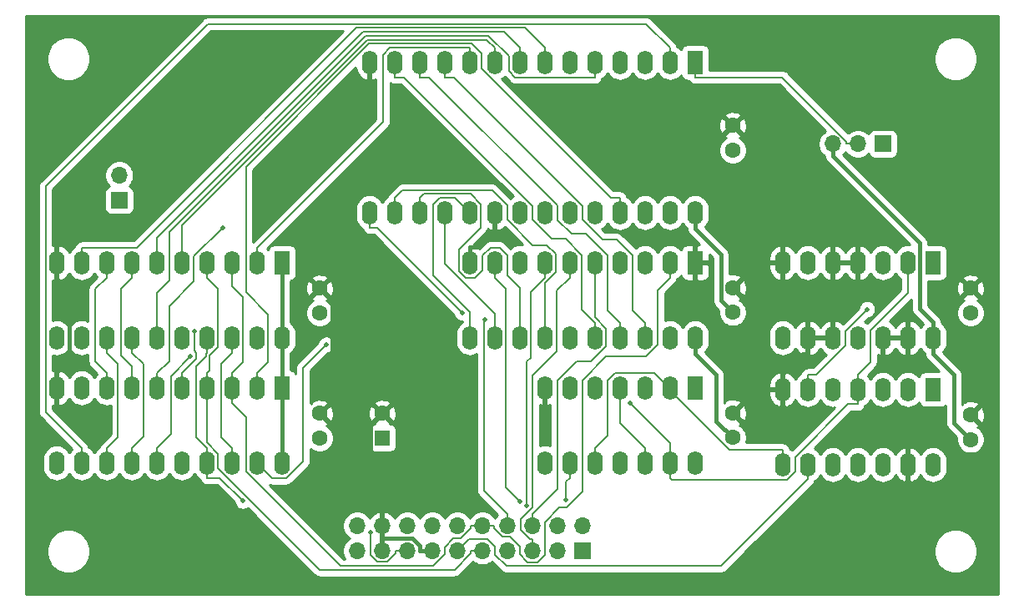
<source format=gbl>
G04 #@! TF.GenerationSoftware,KiCad,Pcbnew,(5.1.9)-1*
G04 #@! TF.CreationDate,2025-08-03T17:29:21+09:00*
G04 #@! TF.ProjectId,PASOPIA7_SD_ROM,5041534f-5049-4413-975f-53445f524f4d,rev?*
G04 #@! TF.SameCoordinates,PX53920b0PY93c3260*
G04 #@! TF.FileFunction,Copper,L2,Bot*
G04 #@! TF.FilePolarity,Positive*
%FSLAX46Y46*%
G04 Gerber Fmt 4.6, Leading zero omitted, Abs format (unit mm)*
G04 Created by KiCad (PCBNEW (5.1.9)-1) date 2025-08-03 17:29:21*
%MOMM*%
%LPD*%
G01*
G04 APERTURE LIST*
G04 #@! TA.AperFunction,ComponentPad*
%ADD10R,1.600000X1.600000*%
G04 #@! TD*
G04 #@! TA.AperFunction,ComponentPad*
%ADD11C,1.600000*%
G04 #@! TD*
G04 #@! TA.AperFunction,ComponentPad*
%ADD12R,1.600000X2.400000*%
G04 #@! TD*
G04 #@! TA.AperFunction,ComponentPad*
%ADD13O,1.600000X2.400000*%
G04 #@! TD*
G04 #@! TA.AperFunction,ComponentPad*
%ADD14R,1.700000X1.700000*%
G04 #@! TD*
G04 #@! TA.AperFunction,ComponentPad*
%ADD15O,1.700000X1.700000*%
G04 #@! TD*
G04 #@! TA.AperFunction,ViaPad*
%ADD16C,0.500000*%
G04 #@! TD*
G04 #@! TA.AperFunction,Conductor*
%ADD17C,0.400000*%
G04 #@! TD*
G04 #@! TA.AperFunction,Conductor*
%ADD18C,0.200000*%
G04 #@! TD*
G04 #@! TA.AperFunction,Conductor*
%ADD19C,0.254000*%
G04 #@! TD*
G04 #@! TA.AperFunction,Conductor*
%ADD20C,0.100000*%
G04 #@! TD*
G04 APERTURE END LIST*
D10*
X36830000Y16510000D03*
D11*
X36830000Y19010000D03*
X96520000Y18870000D03*
X96520000Y16370000D03*
X72390000Y16550000D03*
X72390000Y19050000D03*
X96520000Y31710000D03*
X96520000Y29210000D03*
D12*
X92710000Y21430000D03*
D13*
X77470000Y13810000D03*
X90170000Y21430000D03*
X80010000Y13810000D03*
X87630000Y21430000D03*
X82550000Y13810000D03*
X85090000Y21430000D03*
X85090000Y13810000D03*
X82550000Y21430000D03*
X87630000Y13810000D03*
X80010000Y21430000D03*
X90170000Y13810000D03*
X77470000Y21430000D03*
X92710000Y13810000D03*
D11*
X30480000Y19010000D03*
X30480000Y16510000D03*
X30480000Y29210000D03*
X30480000Y31710000D03*
X72390000Y31750000D03*
X72390000Y29250000D03*
X72390000Y45720000D03*
X72390000Y48220000D03*
D14*
X87630000Y46355000D03*
D15*
X85090000Y46355000D03*
X82550000Y46355000D03*
D13*
X68580000Y13970000D03*
X53340000Y21590000D03*
X66040000Y13970000D03*
X55880000Y21590000D03*
X63500000Y13970000D03*
X58420000Y21590000D03*
X60960000Y13970000D03*
X60960000Y21590000D03*
X58420000Y13970000D03*
X63500000Y21590000D03*
X55880000Y13970000D03*
X66040000Y21590000D03*
X53340000Y13970000D03*
D12*
X68580000Y21590000D03*
X26670000Y21590000D03*
D13*
X3810000Y13970000D03*
X24130000Y21590000D03*
X6350000Y13970000D03*
X21590000Y21590000D03*
X8890000Y13970000D03*
X19050000Y21590000D03*
X11430000Y13970000D03*
X16510000Y21590000D03*
X13970000Y13970000D03*
X13970000Y21590000D03*
X16510000Y13970000D03*
X11430000Y21590000D03*
X19050000Y13970000D03*
X8890000Y21590000D03*
X21590000Y13970000D03*
X6350000Y21590000D03*
X24130000Y13970000D03*
X3810000Y21590000D03*
X26670000Y13970000D03*
X26670000Y26670000D03*
X3810000Y34290000D03*
X24130000Y26670000D03*
X6350000Y34290000D03*
X21590000Y26670000D03*
X8890000Y34290000D03*
X19050000Y26670000D03*
X11430000Y34290000D03*
X16510000Y26670000D03*
X13970000Y34290000D03*
X13970000Y26670000D03*
X16510000Y34290000D03*
X11430000Y26670000D03*
X19050000Y34290000D03*
X8890000Y26670000D03*
X21590000Y34290000D03*
X6350000Y26670000D03*
X24130000Y34290000D03*
X3810000Y26670000D03*
D12*
X26670000Y34290000D03*
X68580000Y54610000D03*
D13*
X35560000Y39370000D03*
X66040000Y54610000D03*
X38100000Y39370000D03*
X63500000Y54610000D03*
X40640000Y39370000D03*
X60960000Y54610000D03*
X43180000Y39370000D03*
X58420000Y54610000D03*
X45720000Y39370000D03*
X55880000Y54610000D03*
X48260000Y39370000D03*
X53340000Y54610000D03*
X50800000Y39370000D03*
X50800000Y54610000D03*
X53340000Y39370000D03*
X48260000Y54610000D03*
X55880000Y39370000D03*
X45720000Y54610000D03*
X58420000Y39370000D03*
X43180000Y54610000D03*
X60960000Y39370000D03*
X40640000Y54610000D03*
X63500000Y39370000D03*
X38100000Y54610000D03*
X66040000Y39370000D03*
X35560000Y54610000D03*
X68580000Y39370000D03*
D12*
X68580000Y34290000D03*
D13*
X45720000Y26670000D03*
X66040000Y34290000D03*
X48260000Y26670000D03*
X63500000Y34290000D03*
X50800000Y26670000D03*
X60960000Y34290000D03*
X53340000Y26670000D03*
X58420000Y34290000D03*
X55880000Y26670000D03*
X55880000Y34290000D03*
X58420000Y26670000D03*
X53340000Y34290000D03*
X60960000Y26670000D03*
X50800000Y34290000D03*
X63500000Y26670000D03*
X48260000Y34290000D03*
X66040000Y26670000D03*
X45720000Y34290000D03*
X68580000Y26670000D03*
D12*
X92710000Y34290000D03*
D13*
X77470000Y26670000D03*
X90170000Y34290000D03*
X80010000Y26670000D03*
X87630000Y34290000D03*
X82550000Y26670000D03*
X85090000Y34290000D03*
X85090000Y26670000D03*
X82550000Y34290000D03*
X87630000Y26670000D03*
X80010000Y34290000D03*
X90170000Y26670000D03*
X77470000Y34290000D03*
X92710000Y26670000D03*
D14*
X57150000Y5080000D03*
D15*
X57150000Y7620000D03*
X54610000Y5080000D03*
X54610000Y7620000D03*
X52070000Y5080000D03*
X52070000Y7620000D03*
X49530000Y5080000D03*
X49530000Y7620000D03*
X46990000Y5080000D03*
X46990000Y7620000D03*
X44450000Y5080000D03*
X44450000Y7620000D03*
X41910000Y5080000D03*
X41910000Y7620000D03*
X39370000Y5080000D03*
X39370000Y7620000D03*
X36830000Y5080000D03*
X36830000Y7620000D03*
X34290000Y5080000D03*
X34290000Y7620000D03*
D14*
X10160000Y40640000D03*
D15*
X10160000Y43180000D03*
D16*
X86029500Y29578200D03*
X61960400Y20089700D03*
X50831200Y10083500D03*
X22705000Y10114200D03*
X51523900Y9674200D03*
X47248000Y28533200D03*
X55494300Y10252100D03*
X35627500Y6960000D03*
X17780000Y27358600D03*
X17390500Y24765300D03*
X20638800Y37869700D03*
X44936300Y29226100D03*
X31132800Y25988900D03*
D17*
X68580000Y26670000D02*
X68580000Y25069700D01*
X72390000Y16550000D02*
X70706100Y18233900D01*
X70706100Y18233900D02*
X70706100Y22943600D01*
X70706100Y22943600D02*
X68580000Y25069700D01*
X26670000Y13970000D02*
X26670000Y21590000D01*
X26670000Y28270300D02*
X26670000Y32689700D01*
X92710000Y26670000D02*
X92710000Y28270300D01*
X82550000Y46355000D02*
X82550000Y45104700D01*
X82550000Y45104700D02*
X91370400Y36284300D01*
X91370400Y36284300D02*
X91370400Y29609900D01*
X91370400Y29609900D02*
X92710000Y28270300D01*
X26670000Y26670000D02*
X26670000Y28270300D01*
X26670000Y34290000D02*
X26670000Y32689700D01*
X26670000Y26670000D02*
X26670000Y21590000D01*
X68580000Y39370000D02*
X68580000Y37769700D01*
X72390000Y29250000D02*
X71189600Y30450400D01*
X71189600Y30450400D02*
X71189600Y35160100D01*
X71189600Y35160100D02*
X68580000Y37769700D01*
X92710000Y26236500D02*
X92710000Y26670000D01*
X92710000Y26236500D02*
X92710000Y25069700D01*
X96520000Y16370000D02*
X94833600Y18056400D01*
X94833600Y18056400D02*
X94833600Y22946100D01*
X94833600Y22946100D02*
X92710000Y25069700D01*
X35629600Y17809600D02*
X36830000Y19010000D01*
X36830000Y8870300D02*
X35629600Y10070700D01*
X35629600Y10070700D02*
X35629600Y17809600D01*
X31784200Y20314200D02*
X33125000Y20314200D01*
X33125000Y20314200D02*
X35629600Y17809600D01*
X31784200Y20314200D02*
X30480000Y19010000D01*
X30480000Y31710000D02*
X31784200Y30405800D01*
X31784200Y30405800D02*
X31784200Y20314200D01*
X36830000Y7620000D02*
X36830000Y8870300D01*
X36830000Y6350000D02*
X36830000Y7620000D01*
X77470000Y34290000D02*
X77470000Y43140000D01*
X77470000Y43140000D02*
X72390000Y48220000D01*
X82550000Y26670000D02*
X82550000Y34290000D01*
X3810000Y34290000D02*
X3810000Y32689700D01*
X3810000Y21590000D02*
X3810000Y23190300D01*
X3810000Y23190300D02*
X5079900Y24460200D01*
X5079900Y24460200D02*
X5079900Y31419800D01*
X5079900Y31419800D02*
X3810000Y32689700D01*
X80010000Y26670000D02*
X80010000Y25069700D01*
X77470000Y21430000D02*
X77470000Y23030300D01*
X80010000Y25069700D02*
X79509400Y25069700D01*
X79509400Y25069700D02*
X77470000Y23030300D01*
X45720000Y34290000D02*
X45720000Y35890300D01*
X48260000Y39370000D02*
X48260000Y37769700D01*
X48260000Y37769700D02*
X46380600Y35890300D01*
X46380600Y35890300D02*
X45720000Y35890300D01*
X41910000Y5080000D02*
X40659700Y5080000D01*
X36830000Y6350000D02*
X39907800Y6350000D01*
X39907800Y6350000D02*
X40659700Y5598100D01*
X40659700Y5598100D02*
X40659700Y5080000D01*
X36830000Y6350000D02*
X36830000Y5080000D01*
D18*
X80010000Y21430000D02*
X80010000Y22930300D01*
X86029500Y29578200D02*
X83820000Y27368700D01*
X83820000Y27368700D02*
X83820000Y25892700D01*
X83820000Y25892700D02*
X80857600Y22930300D01*
X80857600Y22930300D02*
X80010000Y22930300D01*
X58420000Y13970000D02*
X58420000Y15470300D01*
X66040000Y21481700D02*
X64431400Y23090300D01*
X64431400Y23090300D02*
X60461300Y23090300D01*
X60461300Y23090300D02*
X59690000Y22319000D01*
X59690000Y22319000D02*
X59690000Y16740300D01*
X59690000Y16740300D02*
X58420000Y15470300D01*
X66040000Y21481700D02*
X66040000Y21373300D01*
X66040000Y21590000D02*
X66040000Y21481700D01*
X66040000Y21373300D02*
X66040000Y21328600D01*
X66040000Y21328600D02*
X72058300Y15310300D01*
X72058300Y15310300D02*
X77470000Y15310300D01*
X77470000Y13810000D02*
X77470000Y15310300D01*
X60960000Y21590000D02*
X60960000Y20089700D01*
X63500000Y15470300D02*
X60960100Y18010200D01*
X60960100Y18010200D02*
X60960100Y20089700D01*
X60960100Y20089700D02*
X60960000Y20089700D01*
X63500000Y13970000D02*
X63500000Y15470300D01*
X66040000Y13970000D02*
X66040000Y16010100D01*
X66040000Y16010100D02*
X61960400Y20089700D01*
X66040000Y13970000D02*
X66040000Y12469700D01*
X85090000Y21430000D02*
X85090000Y19929700D01*
X66040000Y12469700D02*
X66227000Y12282700D01*
X66227000Y12282700D02*
X77913300Y12282700D01*
X77913300Y12282700D02*
X78740000Y13109400D01*
X78740000Y13109400D02*
X78740000Y14557900D01*
X78740000Y14557900D02*
X84111800Y19929700D01*
X84111800Y19929700D02*
X85090000Y19929700D01*
X85090000Y21430000D02*
X85090000Y22930300D01*
X85090000Y22930300D02*
X86360000Y24200300D01*
X86360000Y24200300D02*
X86360000Y27426300D01*
X86360000Y27426300D02*
X90170000Y31236300D01*
X90170000Y31236300D02*
X90170000Y34290000D01*
X13970000Y34290000D02*
X13970000Y36782500D01*
X13970000Y36782500D02*
X34904400Y57716900D01*
X34904400Y57716900D02*
X49193400Y57716900D01*
X49193400Y57716900D02*
X50800000Y56110300D01*
X50800000Y54610000D02*
X50800000Y56110300D01*
X16510000Y35790300D02*
X16510000Y38119500D01*
X16510000Y38119500D02*
X35306800Y56916300D01*
X35306800Y56916300D02*
X47454000Y56916300D01*
X47454000Y56916300D02*
X48260000Y56110300D01*
X16510000Y34290000D02*
X16510000Y35790300D01*
X48260000Y54610000D02*
X48260000Y56110300D01*
X24130000Y34290000D02*
X24130000Y35790300D01*
X45720000Y54610000D02*
X45720000Y56110300D01*
X45720000Y56110300D02*
X37624500Y56110300D01*
X37624500Y56110300D02*
X36916400Y55402200D01*
X36916400Y55402200D02*
X36916400Y48576700D01*
X36916400Y48576700D02*
X24130000Y35790300D01*
X48260000Y34290000D02*
X48260000Y32789700D01*
X48260000Y32789700D02*
X49389900Y31659800D01*
X49389900Y31659800D02*
X49389900Y11524800D01*
X49389900Y11524800D02*
X50831200Y10083500D01*
X21590000Y13970000D02*
X21590000Y15470300D01*
X21590000Y26670000D02*
X21590000Y25169700D01*
X21590000Y25169700D02*
X20479100Y24058800D01*
X20479100Y24058800D02*
X20479100Y16581200D01*
X20479100Y16581200D02*
X21590000Y15470300D01*
X19050000Y13970000D02*
X19050000Y12469700D01*
X22705000Y10114200D02*
X20349500Y12469700D01*
X20349500Y12469700D02*
X19050000Y12469700D01*
X19050000Y15470300D02*
X17928000Y16592300D01*
X17928000Y16592300D02*
X17928000Y23813200D01*
X17928000Y23813200D02*
X18942300Y24827500D01*
X18942300Y24827500D02*
X18942300Y25062000D01*
X18942300Y25062000D02*
X19050000Y25169700D01*
X19050000Y13970000D02*
X19050000Y15470300D01*
X19050000Y26670000D02*
X19050000Y25169700D01*
X53340000Y32789700D02*
X51900400Y31350100D01*
X51900400Y31350100D02*
X51900400Y24633500D01*
X51900400Y24633500D02*
X51523900Y24257000D01*
X51523900Y24257000D02*
X51523900Y9674200D01*
X53340000Y34290000D02*
X53340000Y32789700D01*
X11430000Y13970000D02*
X11430000Y15470300D01*
X11430000Y26670000D02*
X11430000Y25169700D01*
X11430000Y25169700D02*
X12599600Y24000100D01*
X12599600Y24000100D02*
X12599600Y16639900D01*
X12599600Y16639900D02*
X11430000Y15470300D01*
X52070000Y6230300D02*
X51831500Y6230300D01*
X51831500Y6230300D02*
X50879300Y7182500D01*
X50879300Y7182500D02*
X50879300Y8251300D01*
X50879300Y8251300D02*
X52089400Y9461400D01*
X52089400Y9461400D02*
X52089400Y22823900D01*
X52089400Y22823900D02*
X54539800Y25274300D01*
X54539800Y25274300D02*
X54539800Y31449500D01*
X54539800Y31449500D02*
X55880000Y32789700D01*
X52070000Y5080000D02*
X52070000Y6230300D01*
X55880000Y34290000D02*
X55880000Y32789700D01*
X8890000Y13970000D02*
X8890000Y15470300D01*
X8890000Y26670000D02*
X8890000Y25169700D01*
X8890000Y25169700D02*
X10014000Y24045700D01*
X10014000Y24045700D02*
X10014000Y16594300D01*
X10014000Y16594300D02*
X8890000Y15470300D01*
X52070000Y7620000D02*
X52070000Y8770300D01*
X52070000Y8770300D02*
X54610000Y11310300D01*
X54610000Y11310300D02*
X54610000Y22303700D01*
X54610000Y22303700D02*
X56583800Y24277500D01*
X56583800Y24277500D02*
X58014100Y24277500D01*
X58014100Y24277500D02*
X59560600Y25824000D01*
X59560600Y25824000D02*
X59560600Y27596000D01*
X59560600Y27596000D02*
X58420000Y28736600D01*
X58420000Y28736600D02*
X58420000Y34290000D01*
X8890000Y21590000D02*
X8890000Y23090300D01*
X8890000Y34290000D02*
X8890000Y32789700D01*
X8890000Y32789700D02*
X7720400Y31620100D01*
X7720400Y31620100D02*
X7720400Y24259900D01*
X7720400Y24259900D02*
X8890000Y23090300D01*
X49530000Y7620000D02*
X49530000Y8770300D01*
X49530000Y8770300D02*
X47159600Y11140700D01*
X47159600Y11140700D02*
X47159600Y28444800D01*
X47159600Y28444800D02*
X47248000Y28533200D01*
X11430000Y34290000D02*
X11430000Y32789700D01*
X11430000Y21590000D02*
X11430000Y23754500D01*
X11430000Y23754500D02*
X10318800Y24865700D01*
X10318800Y24865700D02*
X10318800Y31678500D01*
X10318800Y31678500D02*
X11430000Y32789700D01*
X45839700Y5080000D02*
X45839700Y4792400D01*
X45839700Y4792400D02*
X44176100Y3128800D01*
X44176100Y3128800D02*
X30468700Y3128800D01*
X30468700Y3128800D02*
X20174000Y13423500D01*
X20174000Y13423500D02*
X20173900Y13423500D01*
X20173900Y13423500D02*
X20173900Y14912700D01*
X20173900Y14912700D02*
X19050000Y16036600D01*
X19050000Y16036600D02*
X19050000Y21590000D01*
X19050000Y21590000D02*
X19050000Y23090300D01*
X19050000Y23090300D02*
X19342700Y23383000D01*
X19342700Y23383000D02*
X19342700Y24896100D01*
X19342700Y24896100D02*
X20161600Y25715000D01*
X20161600Y25715000D02*
X20161600Y31678100D01*
X20161600Y31678100D02*
X19050000Y32789700D01*
X46990000Y5080000D02*
X45839700Y5080000D01*
X19050000Y34290000D02*
X19050000Y32789700D01*
X66040000Y34290000D02*
X66040000Y32789700D01*
X46990000Y7620000D02*
X48140300Y7620000D01*
X48140300Y7620000D02*
X48140300Y7332300D01*
X48140300Y7332300D02*
X49002900Y6469700D01*
X49002900Y6469700D02*
X49804500Y6469700D01*
X49804500Y6469700D02*
X50800000Y5474200D01*
X50800000Y5474200D02*
X50800000Y4721500D01*
X50800000Y4721500D02*
X51596900Y3924600D01*
X51596900Y3924600D02*
X52582700Y3924600D01*
X52582700Y3924600D02*
X53340000Y4681900D01*
X53340000Y4681900D02*
X53340000Y7977700D01*
X53340000Y7977700D02*
X54802600Y9440300D01*
X54802600Y9440300D02*
X55541600Y9440300D01*
X55541600Y9440300D02*
X57150000Y11048700D01*
X57150000Y11048700D02*
X57150000Y22353300D01*
X57150000Y22353300D02*
X59560100Y24763400D01*
X59560100Y24763400D02*
X63557400Y24763400D01*
X63557400Y24763400D02*
X64770000Y25976000D01*
X64770000Y25976000D02*
X64770000Y31519700D01*
X64770000Y31519700D02*
X66040000Y32789700D01*
X46705800Y7620000D02*
X46990000Y7620000D01*
X45839700Y7620000D02*
X45839700Y7351400D01*
X45839700Y7351400D02*
X44818500Y6330200D01*
X44818500Y6330200D02*
X44059600Y6330200D01*
X44059600Y6330200D02*
X43180000Y5450600D01*
X43180000Y5450600D02*
X43180000Y4690000D01*
X43180000Y4690000D02*
X42019100Y3529100D01*
X42019100Y3529100D02*
X32597200Y3529100D01*
X32597200Y3529100D02*
X23029600Y13096700D01*
X23029600Y13096700D02*
X23029600Y18650100D01*
X23029600Y18650100D02*
X21590000Y20089700D01*
X21590000Y32789700D02*
X21590000Y31933000D01*
X21590000Y31933000D02*
X22701100Y30821900D01*
X22701100Y30821900D02*
X22701100Y24201400D01*
X22701100Y24201400D02*
X21590000Y23090300D01*
X46705800Y7620000D02*
X45839700Y7620000D01*
X21590000Y21590000D02*
X21590000Y20089700D01*
X21590000Y22023500D02*
X21590000Y21590000D01*
X21590000Y22023500D02*
X21590000Y23090300D01*
X21590000Y34290000D02*
X21590000Y32789700D01*
X80010000Y13810000D02*
X80010000Y12309700D01*
X44450000Y5080000D02*
X45600400Y6230400D01*
X45600400Y6230400D02*
X47528100Y6230400D01*
X47528100Y6230400D02*
X48260000Y5498500D01*
X48260000Y5498500D02*
X48260000Y4683800D01*
X48260000Y4683800D02*
X49424100Y3519700D01*
X49424100Y3519700D02*
X71220000Y3519700D01*
X71220000Y3519700D02*
X80010000Y12309700D01*
X55880000Y13970000D02*
X55880000Y12469700D01*
X55494300Y10252100D02*
X55494300Y12084000D01*
X55494300Y12084000D02*
X55880000Y12469700D01*
X38219700Y5080000D02*
X38219700Y4792400D01*
X38219700Y4792400D02*
X37356800Y3929500D01*
X37356800Y3929500D02*
X36336000Y3929500D01*
X36336000Y3929500D02*
X35627500Y4638000D01*
X35627500Y4638000D02*
X35627500Y6960000D01*
X39370000Y5080000D02*
X38219700Y5080000D01*
X85090000Y46355000D02*
X83939700Y46355000D01*
X68580000Y54610000D02*
X68580000Y53109700D01*
X68580000Y53109700D02*
X77423300Y53109700D01*
X77423300Y53109700D02*
X83939700Y46593300D01*
X83939700Y46593300D02*
X83939700Y46355000D01*
X24130000Y21590000D02*
X24130000Y23090300D01*
X60960000Y39370000D02*
X60960000Y40870300D01*
X60960000Y40870300D02*
X60022300Y40870300D01*
X60022300Y40870300D02*
X46903600Y53989000D01*
X46903600Y53989000D02*
X46903600Y55546900D01*
X46903600Y55546900D02*
X45934600Y56515900D01*
X45934600Y56515900D02*
X35509600Y56515900D01*
X35509600Y56515900D02*
X23001300Y44007600D01*
X23001300Y44007600D02*
X23001300Y31290700D01*
X23001300Y31290700D02*
X25241100Y29050900D01*
X25241100Y29050900D02*
X25241100Y24201400D01*
X25241100Y24201400D02*
X24130000Y23090300D01*
X6350000Y15470300D02*
X6350000Y13970000D01*
X2681400Y19138900D02*
X6350000Y15470300D01*
X2681400Y42051400D02*
X2681400Y19138900D01*
X19147600Y58517600D02*
X2681400Y42051400D01*
X63632700Y58517600D02*
X19147600Y58517600D01*
X66040000Y56110300D02*
X63632700Y58517600D01*
X66040000Y54610000D02*
X66040000Y56110300D01*
X16510000Y23090300D02*
X17976500Y24556800D01*
X17976500Y24556800D02*
X17976500Y25155000D01*
X17976500Y25155000D02*
X17780000Y25351500D01*
X17780000Y25351500D02*
X17780000Y27358600D01*
X16510000Y21590000D02*
X16510000Y23090300D01*
X13970000Y13970000D02*
X13970000Y15470300D01*
X17390500Y24765300D02*
X15409600Y22784400D01*
X15409600Y22784400D02*
X15409600Y16909900D01*
X15409600Y16909900D02*
X13970000Y15470300D01*
X13970000Y23090300D02*
X15209500Y24329800D01*
X15209500Y24329800D02*
X15209500Y29900800D01*
X15209500Y29900800D02*
X17740700Y32432000D01*
X17740700Y32432000D02*
X17740700Y34971600D01*
X17740700Y34971600D02*
X20638800Y37869700D01*
X13970000Y21590000D02*
X13970000Y23090300D01*
X6350000Y35790300D02*
X11916500Y35790300D01*
X11916500Y35790300D02*
X34243400Y58117200D01*
X34243400Y58117200D02*
X51333100Y58117200D01*
X51333100Y58117200D02*
X53340000Y56110300D01*
X6350000Y34290000D02*
X6350000Y35790300D01*
X53340000Y54610000D02*
X53340000Y56110300D01*
X13970000Y26670000D02*
X13970000Y31233300D01*
X13970000Y31233300D02*
X15240000Y32503300D01*
X15240000Y32503300D02*
X15240000Y37450900D01*
X15240000Y37450900D02*
X35105700Y57316600D01*
X35105700Y57316600D02*
X47620000Y57316600D01*
X47620000Y57316600D02*
X49699600Y55237000D01*
X49699600Y55237000D02*
X49699600Y53749100D01*
X49699600Y53749100D02*
X50339000Y53109700D01*
X50339000Y53109700D02*
X58420000Y53109700D01*
X58420000Y54610000D02*
X58420000Y53109700D01*
X35560000Y37869700D02*
X36292700Y37869700D01*
X36292700Y37869700D02*
X44936300Y29226100D01*
X35560000Y39370000D02*
X35560000Y37869700D01*
X53340000Y26670000D02*
X53340000Y32223400D01*
X53340000Y32223400D02*
X54445500Y33328900D01*
X54445500Y33328900D02*
X54445500Y35200600D01*
X54445500Y35200600D02*
X53546700Y36099400D01*
X53546700Y36099400D02*
X52111200Y36099400D01*
X52111200Y36099400D02*
X49529800Y38680800D01*
X49529800Y38680800D02*
X49529800Y40113200D01*
X49529800Y40113200D02*
X47972100Y41670900D01*
X47972100Y41670900D02*
X38900600Y41670900D01*
X38900600Y41670900D02*
X38100000Y40870300D01*
X38100000Y39370000D02*
X38100000Y40870300D01*
X50800000Y26670000D02*
X50800000Y31779900D01*
X50800000Y31779900D02*
X49530000Y33049900D01*
X49530000Y33049900D02*
X49530000Y35034900D01*
X49530000Y35034900D02*
X48737200Y35827700D01*
X48737200Y35827700D02*
X47806600Y35827700D01*
X47806600Y35827700D02*
X46990000Y35011100D01*
X46990000Y35011100D02*
X46990000Y33498800D01*
X46990000Y33498800D02*
X46244400Y32753200D01*
X46244400Y32753200D02*
X45271500Y32753200D01*
X45271500Y32753200D02*
X44604700Y33420000D01*
X44604700Y33420000D02*
X44604700Y35653100D01*
X44604700Y35653100D02*
X46828500Y37876900D01*
X46828500Y37876900D02*
X46828500Y40218600D01*
X46828500Y40218600D02*
X45776500Y41270600D01*
X45776500Y41270600D02*
X41040300Y41270600D01*
X41040300Y41270600D02*
X40640000Y40870300D01*
X40640000Y39370000D02*
X40640000Y40870300D01*
X43180000Y39370000D02*
X43180000Y37869700D01*
X48260000Y26670000D02*
X48260000Y29144200D01*
X48260000Y29144200D02*
X43180100Y34224100D01*
X43180100Y34224100D02*
X43180100Y37869700D01*
X43180100Y37869700D02*
X43180000Y37869700D01*
X45720000Y39370000D02*
X44219700Y40870300D01*
X44219700Y40870300D02*
X42681000Y40870300D01*
X42681000Y40870300D02*
X42006400Y40195700D01*
X42006400Y40195700D02*
X42006400Y32978900D01*
X42006400Y32978900D02*
X45720000Y29265300D01*
X45720000Y29265300D02*
X45720000Y26670000D01*
X63500000Y26670000D02*
X63500000Y28170300D01*
X43180000Y54610000D02*
X43180000Y53109700D01*
X43180000Y53109700D02*
X44117700Y53109700D01*
X44117700Y53109700D02*
X57150000Y40077400D01*
X57150000Y40077400D02*
X57150000Y38675600D01*
X57150000Y38675600D02*
X59165200Y36660400D01*
X59165200Y36660400D02*
X60609300Y36660400D01*
X60609300Y36660400D02*
X62230000Y35039700D01*
X62230000Y35039700D02*
X62230000Y29440300D01*
X62230000Y29440300D02*
X63500000Y28170300D01*
X40640000Y53109700D02*
X41618100Y53109700D01*
X41618100Y53109700D02*
X54610000Y40117800D01*
X54610000Y40117800D02*
X54610000Y38640300D01*
X54610000Y38640300D02*
X56019900Y37230400D01*
X56019900Y37230400D02*
X57482900Y37230400D01*
X57482900Y37230400D02*
X59690000Y35023300D01*
X59690000Y35023300D02*
X59690000Y29440300D01*
X59690000Y29440300D02*
X60960000Y28170300D01*
X40640000Y54610000D02*
X40640000Y53109700D01*
X60960000Y26670000D02*
X60960000Y28170300D01*
X58420000Y26670000D02*
X58420000Y28170300D01*
X38100000Y54610000D02*
X38100000Y53109700D01*
X38100000Y53109700D02*
X39037700Y53109700D01*
X39037700Y53109700D02*
X52070000Y40077400D01*
X52070000Y40077400D02*
X52070000Y38647000D01*
X52070000Y38647000D02*
X53998000Y36719000D01*
X53998000Y36719000D02*
X55448100Y36719000D01*
X55448100Y36719000D02*
X57091400Y35075700D01*
X57091400Y35075700D02*
X57091400Y29498900D01*
X57091400Y29498900D02*
X58420000Y28170300D01*
X24130000Y13970000D02*
X25651600Y12448400D01*
X25651600Y12448400D02*
X27122100Y12448400D01*
X27122100Y12448400D02*
X28791100Y14117400D01*
X28791100Y14117400D02*
X28791100Y23647200D01*
X28791100Y23647200D02*
X31132800Y25988900D01*
D19*
X99340000Y660000D02*
X660000Y660000D01*
X660000Y5220128D01*
X2765000Y5220128D01*
X2765000Y4779872D01*
X2850890Y4348075D01*
X3019369Y3941331D01*
X3263962Y3575271D01*
X3575271Y3263962D01*
X3941331Y3019369D01*
X4348075Y2850890D01*
X4779872Y2765000D01*
X5220128Y2765000D01*
X5651925Y2850890D01*
X6058669Y3019369D01*
X6424729Y3263962D01*
X6736038Y3575271D01*
X6980631Y3941331D01*
X7149110Y4348075D01*
X7235000Y4779872D01*
X7235000Y5220128D01*
X7149110Y5651925D01*
X6980631Y6058669D01*
X6736038Y6424729D01*
X6424729Y6736038D01*
X6058669Y6980631D01*
X5651925Y7149110D01*
X5220128Y7235000D01*
X4779872Y7235000D01*
X4348075Y7149110D01*
X3941331Y6980631D01*
X3575271Y6736038D01*
X3263962Y6424729D01*
X3019369Y6058669D01*
X2850890Y5651925D01*
X2765000Y5220128D01*
X660000Y5220128D01*
X660000Y42051400D01*
X1942844Y42051400D01*
X1946400Y42015295D01*
X1946401Y19175015D01*
X1942844Y19138900D01*
X1957035Y18994815D01*
X1994778Y18870395D01*
X1999064Y18856267D01*
X2067314Y18728580D01*
X2159163Y18616662D01*
X2187208Y18593646D01*
X5363816Y15417037D01*
X5330393Y15389608D01*
X5151068Y15171101D01*
X5080000Y15038142D01*
X5008932Y15171101D01*
X4829608Y15389608D01*
X4611101Y15568932D01*
X4361808Y15702182D01*
X4091309Y15784236D01*
X3810000Y15811943D01*
X3528692Y15784236D01*
X3258193Y15702182D01*
X3008900Y15568932D01*
X2790393Y15389608D01*
X2611068Y15171101D01*
X2477818Y14921808D01*
X2395764Y14651309D01*
X2375000Y14440492D01*
X2375000Y13499509D01*
X2395764Y13288692D01*
X2477818Y13018193D01*
X2611068Y12768900D01*
X2790392Y12550393D01*
X3008899Y12371068D01*
X3258192Y12237818D01*
X3528691Y12155764D01*
X3810000Y12128057D01*
X4091308Y12155764D01*
X4361807Y12237818D01*
X4611100Y12371068D01*
X4829607Y12550392D01*
X5008932Y12768899D01*
X5080000Y12901858D01*
X5151068Y12768900D01*
X5330392Y12550393D01*
X5548899Y12371068D01*
X5798192Y12237818D01*
X6068691Y12155764D01*
X6350000Y12128057D01*
X6631308Y12155764D01*
X6901807Y12237818D01*
X7151100Y12371068D01*
X7369607Y12550392D01*
X7548932Y12768899D01*
X7620000Y12901858D01*
X7691068Y12768900D01*
X7870392Y12550393D01*
X8088899Y12371068D01*
X8338192Y12237818D01*
X8608691Y12155764D01*
X8890000Y12128057D01*
X9171308Y12155764D01*
X9441807Y12237818D01*
X9691100Y12371068D01*
X9909607Y12550392D01*
X10088932Y12768899D01*
X10160000Y12901858D01*
X10231068Y12768900D01*
X10410392Y12550393D01*
X10628899Y12371068D01*
X10878192Y12237818D01*
X11148691Y12155764D01*
X11430000Y12128057D01*
X11711308Y12155764D01*
X11981807Y12237818D01*
X12231100Y12371068D01*
X12449607Y12550392D01*
X12628932Y12768899D01*
X12700000Y12901858D01*
X12771068Y12768900D01*
X12950392Y12550393D01*
X13168899Y12371068D01*
X13418192Y12237818D01*
X13688691Y12155764D01*
X13970000Y12128057D01*
X14251308Y12155764D01*
X14521807Y12237818D01*
X14771100Y12371068D01*
X14989607Y12550392D01*
X15168932Y12768899D01*
X15240000Y12901858D01*
X15311068Y12768900D01*
X15490392Y12550393D01*
X15708899Y12371068D01*
X15958192Y12237818D01*
X16228691Y12155764D01*
X16510000Y12128057D01*
X16791308Y12155764D01*
X17061807Y12237818D01*
X17311100Y12371068D01*
X17529607Y12550392D01*
X17708932Y12768899D01*
X17780000Y12901858D01*
X17851068Y12768900D01*
X18030392Y12550393D01*
X18248899Y12371068D01*
X18325174Y12330298D01*
X18325635Y12325615D01*
X18367663Y12187067D01*
X18435913Y12059380D01*
X18527762Y11947462D01*
X18639680Y11855613D01*
X18767367Y11787363D01*
X18905915Y11745335D01*
X19013895Y11734700D01*
X19050000Y11731144D01*
X19086105Y11734700D01*
X20045054Y11734700D01*
X21836706Y9943047D01*
X21854010Y9856055D01*
X21920723Y9694995D01*
X22017576Y9550045D01*
X22140845Y9426776D01*
X22285795Y9329923D01*
X22446855Y9263210D01*
X22617835Y9229200D01*
X22792165Y9229200D01*
X22963145Y9263210D01*
X23124205Y9329923D01*
X23186504Y9371550D01*
X29923446Y2634607D01*
X29946462Y2606562D01*
X30058380Y2514713D01*
X30186067Y2446463D01*
X30324615Y2404435D01*
X30432595Y2393800D01*
X30432604Y2393800D01*
X30468699Y2390245D01*
X30504794Y2393800D01*
X44139995Y2393800D01*
X44176100Y2390244D01*
X44212205Y2393800D01*
X44320185Y2404435D01*
X44458733Y2446463D01*
X44586420Y2514713D01*
X44698338Y2606562D01*
X44721358Y2634612D01*
X46028320Y3941573D01*
X46043368Y3926525D01*
X46286589Y3764010D01*
X46556842Y3652068D01*
X46843740Y3595000D01*
X47136260Y3595000D01*
X47423158Y3652068D01*
X47693411Y3764010D01*
X47936632Y3926525D01*
X47957230Y3947123D01*
X48878846Y3025507D01*
X48901862Y2997462D01*
X49013780Y2905613D01*
X49141467Y2837363D01*
X49237986Y2808084D01*
X49280014Y2795335D01*
X49424099Y2781144D01*
X49460204Y2784700D01*
X71183895Y2784700D01*
X71220000Y2781144D01*
X71256105Y2784700D01*
X71364085Y2795335D01*
X71502633Y2837363D01*
X71630320Y2905613D01*
X71742238Y2997462D01*
X71765259Y3025513D01*
X73959874Y5220128D01*
X92765000Y5220128D01*
X92765000Y4779872D01*
X92850890Y4348075D01*
X93019369Y3941331D01*
X93263962Y3575271D01*
X93575271Y3263962D01*
X93941331Y3019369D01*
X94348075Y2850890D01*
X94779872Y2765000D01*
X95220128Y2765000D01*
X95651925Y2850890D01*
X96058669Y3019369D01*
X96424729Y3263962D01*
X96736038Y3575271D01*
X96980631Y3941331D01*
X97149110Y4348075D01*
X97235000Y4779872D01*
X97235000Y5220128D01*
X97149110Y5651925D01*
X96980631Y6058669D01*
X96736038Y6424729D01*
X96424729Y6736038D01*
X96058669Y6980631D01*
X95651925Y7149110D01*
X95220128Y7235000D01*
X94779872Y7235000D01*
X94348075Y7149110D01*
X93941331Y6980631D01*
X93575271Y6736038D01*
X93263962Y6424729D01*
X93019369Y6058669D01*
X92850890Y5651925D01*
X92765000Y5220128D01*
X73959874Y5220128D01*
X80504193Y11764446D01*
X80532238Y11787462D01*
X80624087Y11899380D01*
X80692337Y12027067D01*
X80734365Y12165615D01*
X80734826Y12170299D01*
X80811100Y12211068D01*
X81029607Y12390392D01*
X81208932Y12608899D01*
X81280000Y12741858D01*
X81351068Y12608900D01*
X81530392Y12390393D01*
X81748899Y12211068D01*
X81998192Y12077818D01*
X82268691Y11995764D01*
X82550000Y11968057D01*
X82831308Y11995764D01*
X83101807Y12077818D01*
X83351100Y12211068D01*
X83569607Y12390392D01*
X83748932Y12608899D01*
X83820000Y12741858D01*
X83891068Y12608900D01*
X84070392Y12390393D01*
X84288899Y12211068D01*
X84538192Y12077818D01*
X84808691Y11995764D01*
X85090000Y11968057D01*
X85371308Y11995764D01*
X85641807Y12077818D01*
X85891100Y12211068D01*
X86109607Y12390392D01*
X86288932Y12608899D01*
X86360000Y12741858D01*
X86431068Y12608900D01*
X86610392Y12390393D01*
X86828899Y12211068D01*
X87078192Y12077818D01*
X87348691Y11995764D01*
X87630000Y11968057D01*
X87911308Y11995764D01*
X88181807Y12077818D01*
X88431100Y12211068D01*
X88649607Y12390392D01*
X88828932Y12608899D01*
X88897265Y12736741D01*
X89047399Y12507161D01*
X89245105Y12305500D01*
X89478354Y12146285D01*
X89738182Y12035633D01*
X89820961Y12018096D01*
X90043000Y12140085D01*
X90043000Y13683000D01*
X90023000Y13683000D01*
X90023000Y13937000D01*
X90043000Y13937000D01*
X90043000Y15479915D01*
X90297000Y15479915D01*
X90297000Y13937000D01*
X90317000Y13937000D01*
X90317000Y13683000D01*
X90297000Y13683000D01*
X90297000Y12140085D01*
X90519039Y12018096D01*
X90601818Y12035633D01*
X90861646Y12146285D01*
X91094895Y12305500D01*
X91292601Y12507161D01*
X91442735Y12736742D01*
X91511068Y12608900D01*
X91690392Y12390393D01*
X91908899Y12211068D01*
X92158192Y12077818D01*
X92428691Y11995764D01*
X92710000Y11968057D01*
X92991308Y11995764D01*
X93261807Y12077818D01*
X93511100Y12211068D01*
X93729607Y12390392D01*
X93908932Y12608899D01*
X94042182Y12858192D01*
X94124236Y13128691D01*
X94145000Y13339508D01*
X94145000Y14280491D01*
X94124236Y14491309D01*
X94042182Y14761808D01*
X93908932Y15011101D01*
X93729608Y15229608D01*
X93511101Y15408932D01*
X93261808Y15542182D01*
X92991309Y15624236D01*
X92710000Y15651943D01*
X92428692Y15624236D01*
X92158193Y15542182D01*
X91908900Y15408932D01*
X91690393Y15229608D01*
X91511068Y15011101D01*
X91442735Y14883259D01*
X91292601Y15112839D01*
X91094895Y15314500D01*
X90861646Y15473715D01*
X90601818Y15584367D01*
X90519039Y15601904D01*
X90297000Y15479915D01*
X90043000Y15479915D01*
X89820961Y15601904D01*
X89738182Y15584367D01*
X89478354Y15473715D01*
X89245105Y15314500D01*
X89047399Y15112839D01*
X88897265Y14883259D01*
X88828932Y15011101D01*
X88649608Y15229608D01*
X88431101Y15408932D01*
X88181808Y15542182D01*
X87911309Y15624236D01*
X87630000Y15651943D01*
X87348692Y15624236D01*
X87078193Y15542182D01*
X86828900Y15408932D01*
X86610393Y15229608D01*
X86431068Y15011101D01*
X86360000Y14878142D01*
X86288932Y15011101D01*
X86109608Y15229608D01*
X85891101Y15408932D01*
X85641808Y15542182D01*
X85371309Y15624236D01*
X85090000Y15651943D01*
X84808692Y15624236D01*
X84538193Y15542182D01*
X84288900Y15408932D01*
X84070393Y15229608D01*
X83891068Y15011101D01*
X83820000Y14878142D01*
X83748932Y15011101D01*
X83569608Y15229608D01*
X83351101Y15408932D01*
X83101808Y15542182D01*
X82831309Y15624236D01*
X82550000Y15651943D01*
X82268692Y15624236D01*
X81998193Y15542182D01*
X81748900Y15408932D01*
X81530393Y15229608D01*
X81351068Y15011101D01*
X81280000Y14878142D01*
X81208932Y15011101D01*
X81029608Y15229608D01*
X80811101Y15408932D01*
X80693394Y15471848D01*
X84416247Y19194700D01*
X85053895Y19194700D01*
X85090000Y19191144D01*
X85126105Y19194700D01*
X85234085Y19205335D01*
X85372633Y19247363D01*
X85500320Y19315613D01*
X85612238Y19407462D01*
X85704087Y19519380D01*
X85772337Y19647067D01*
X85814365Y19785615D01*
X85814826Y19790299D01*
X85891100Y19831068D01*
X86109607Y20010392D01*
X86288932Y20228899D01*
X86360000Y20361858D01*
X86431068Y20228900D01*
X86610392Y20010393D01*
X86828899Y19831068D01*
X87078192Y19697818D01*
X87348691Y19615764D01*
X87630000Y19588057D01*
X87911308Y19615764D01*
X88181807Y19697818D01*
X88431100Y19831068D01*
X88649607Y20010392D01*
X88828932Y20228899D01*
X88900000Y20361858D01*
X88971068Y20228900D01*
X89150392Y20010393D01*
X89368899Y19831068D01*
X89618192Y19697818D01*
X89888691Y19615764D01*
X90170000Y19588057D01*
X90451308Y19615764D01*
X90721807Y19697818D01*
X90971100Y19831068D01*
X91189607Y20010392D01*
X91282419Y20123483D01*
X91284188Y20105518D01*
X91320498Y19985820D01*
X91379463Y19875506D01*
X91458815Y19778815D01*
X91555506Y19699463D01*
X91665820Y19640498D01*
X91785518Y19604188D01*
X91910000Y19591928D01*
X93510000Y19591928D01*
X93634482Y19604188D01*
X93754180Y19640498D01*
X93864494Y19699463D01*
X93961185Y19778815D01*
X93998600Y19824406D01*
X93998600Y18097419D01*
X93994560Y18056400D01*
X94008702Y17912814D01*
X94010682Y17892712D01*
X94058428Y17735314D01*
X94135964Y17590255D01*
X94240309Y17463109D01*
X94272179Y17436954D01*
X95103714Y16605418D01*
X95085000Y16511335D01*
X95085000Y16228665D01*
X95140147Y15951426D01*
X95248320Y15690273D01*
X95405363Y15455241D01*
X95605241Y15255363D01*
X95840273Y15098320D01*
X96101426Y14990147D01*
X96378665Y14935000D01*
X96661335Y14935000D01*
X96938574Y14990147D01*
X97199727Y15098320D01*
X97434759Y15255363D01*
X97634637Y15455241D01*
X97791680Y15690273D01*
X97899853Y15951426D01*
X97955000Y16228665D01*
X97955000Y16511335D01*
X97899853Y16788574D01*
X97791680Y17049727D01*
X97634637Y17284759D01*
X97434759Y17484637D01*
X97234131Y17618692D01*
X97261514Y17633329D01*
X97333097Y17877298D01*
X96520000Y18690395D01*
X96505858Y18676252D01*
X96326253Y18855857D01*
X96340395Y18870000D01*
X96699605Y18870000D01*
X97512702Y18056903D01*
X97756671Y18128486D01*
X97877571Y18383996D01*
X97946300Y18658184D01*
X97960217Y18940512D01*
X97918787Y19220130D01*
X97823603Y19486292D01*
X97756671Y19611514D01*
X97512702Y19683097D01*
X96699605Y18870000D01*
X96340395Y18870000D01*
X96326253Y18884142D01*
X96505858Y19063747D01*
X96520000Y19049605D01*
X97333097Y19862702D01*
X97261514Y20106671D01*
X97006004Y20227571D01*
X96731816Y20296300D01*
X96449488Y20310217D01*
X96169870Y20268787D01*
X95903708Y20173603D01*
X95778486Y20106671D01*
X95706903Y19862704D01*
X95668600Y19901007D01*
X95668600Y22905082D01*
X95672640Y22946100D01*
X95656518Y23109789D01*
X95608772Y23267187D01*
X95531236Y23412246D01*
X95453039Y23507530D01*
X95453037Y23507532D01*
X95426891Y23539391D01*
X95395032Y23565537D01*
X93718934Y25241633D01*
X93729607Y25250392D01*
X93908932Y25468899D01*
X94042182Y25718192D01*
X94124236Y25988691D01*
X94145000Y26199508D01*
X94145000Y27140491D01*
X94124236Y27351309D01*
X94042182Y27621808D01*
X93908932Y27871101D01*
X93729608Y28089608D01*
X93546077Y28240228D01*
X93549039Y28270301D01*
X93545000Y28311309D01*
X93545000Y28311319D01*
X93532918Y28433989D01*
X93485172Y28591387D01*
X93407636Y28736446D01*
X93303291Y28863591D01*
X93271426Y28889742D01*
X92809833Y29351335D01*
X95085000Y29351335D01*
X95085000Y29068665D01*
X95140147Y28791426D01*
X95248320Y28530273D01*
X95405363Y28295241D01*
X95605241Y28095363D01*
X95840273Y27938320D01*
X96101426Y27830147D01*
X96378665Y27775000D01*
X96661335Y27775000D01*
X96938574Y27830147D01*
X97199727Y27938320D01*
X97434759Y28095363D01*
X97634637Y28295241D01*
X97791680Y28530273D01*
X97899853Y28791426D01*
X97955000Y29068665D01*
X97955000Y29351335D01*
X97899853Y29628574D01*
X97791680Y29889727D01*
X97634637Y30124759D01*
X97434759Y30324637D01*
X97234131Y30458692D01*
X97261514Y30473329D01*
X97333097Y30717298D01*
X96520000Y31530395D01*
X95706903Y30717298D01*
X95778486Y30473329D01*
X95807341Y30459676D01*
X95605241Y30324637D01*
X95405363Y30124759D01*
X95248320Y29889727D01*
X95140147Y29628574D01*
X95085000Y29351335D01*
X92809833Y29351335D01*
X92205400Y29955767D01*
X92205400Y31639488D01*
X95079783Y31639488D01*
X95121213Y31359870D01*
X95216397Y31093708D01*
X95283329Y30968486D01*
X95527298Y30896903D01*
X96340395Y31710000D01*
X96699605Y31710000D01*
X97512702Y30896903D01*
X97756671Y30968486D01*
X97877571Y31223996D01*
X97946300Y31498184D01*
X97960217Y31780512D01*
X97918787Y32060130D01*
X97823603Y32326292D01*
X97756671Y32451514D01*
X97512702Y32523097D01*
X96699605Y31710000D01*
X96340395Y31710000D01*
X95527298Y32523097D01*
X95283329Y32451514D01*
X95162429Y32196004D01*
X95093700Y31921816D01*
X95079783Y31639488D01*
X92205400Y31639488D01*
X92205400Y32451928D01*
X93510000Y32451928D01*
X93634482Y32464188D01*
X93754180Y32500498D01*
X93864494Y32559463D01*
X93961185Y32638815D01*
X94013615Y32702702D01*
X95706903Y32702702D01*
X96520000Y31889605D01*
X97333097Y32702702D01*
X97261514Y32946671D01*
X97006004Y33067571D01*
X96731816Y33136300D01*
X96449488Y33150217D01*
X96169870Y33108787D01*
X95903708Y33013603D01*
X95778486Y32946671D01*
X95706903Y32702702D01*
X94013615Y32702702D01*
X94040537Y32735506D01*
X94099502Y32845820D01*
X94135812Y32965518D01*
X94148072Y33090000D01*
X94148072Y35490000D01*
X94135812Y35614482D01*
X94099502Y35734180D01*
X94040537Y35844494D01*
X93961185Y35941185D01*
X93864494Y36020537D01*
X93754180Y36079502D01*
X93634482Y36115812D01*
X93510000Y36128072D01*
X92205400Y36128072D01*
X92205400Y36243293D01*
X92209439Y36284301D01*
X92205400Y36325309D01*
X92205400Y36325319D01*
X92193318Y36447989D01*
X92145572Y36605387D01*
X92068036Y36750446D01*
X91963691Y36877591D01*
X91931828Y36903740D01*
X83565337Y45270230D01*
X83703475Y45408368D01*
X83820000Y45582760D01*
X83936525Y45408368D01*
X84143368Y45201525D01*
X84386589Y45039010D01*
X84656842Y44927068D01*
X84943740Y44870000D01*
X85236260Y44870000D01*
X85523158Y44927068D01*
X85793411Y45039010D01*
X86036632Y45201525D01*
X86168487Y45333380D01*
X86190498Y45260820D01*
X86249463Y45150506D01*
X86328815Y45053815D01*
X86425506Y44974463D01*
X86535820Y44915498D01*
X86655518Y44879188D01*
X86780000Y44866928D01*
X88480000Y44866928D01*
X88604482Y44879188D01*
X88724180Y44915498D01*
X88834494Y44974463D01*
X88931185Y45053815D01*
X89010537Y45150506D01*
X89069502Y45260820D01*
X89105812Y45380518D01*
X89118072Y45505000D01*
X89118072Y47205000D01*
X89105812Y47329482D01*
X89069502Y47449180D01*
X89010537Y47559494D01*
X88931185Y47656185D01*
X88834494Y47735537D01*
X88724180Y47794502D01*
X88604482Y47830812D01*
X88480000Y47843072D01*
X86780000Y47843072D01*
X86655518Y47830812D01*
X86535820Y47794502D01*
X86425506Y47735537D01*
X86328815Y47656185D01*
X86249463Y47559494D01*
X86190498Y47449180D01*
X86168487Y47376620D01*
X86036632Y47508475D01*
X85793411Y47670990D01*
X85523158Y47782932D01*
X85236260Y47840000D01*
X84943740Y47840000D01*
X84656842Y47782932D01*
X84386589Y47670990D01*
X84143368Y47508475D01*
X84103670Y47468777D01*
X77968559Y53603887D01*
X77945538Y53631938D01*
X77833620Y53723787D01*
X77705933Y53792037D01*
X77567385Y53834065D01*
X77459405Y53844700D01*
X77423300Y53848256D01*
X77387195Y53844700D01*
X70018072Y53844700D01*
X70018072Y55220128D01*
X92765000Y55220128D01*
X92765000Y54779872D01*
X92850890Y54348075D01*
X93019369Y53941331D01*
X93263962Y53575271D01*
X93575271Y53263962D01*
X93941331Y53019369D01*
X94348075Y52850890D01*
X94779872Y52765000D01*
X95220128Y52765000D01*
X95651925Y52850890D01*
X96058669Y53019369D01*
X96424729Y53263962D01*
X96736038Y53575271D01*
X96980631Y53941331D01*
X97149110Y54348075D01*
X97235000Y54779872D01*
X97235000Y55220128D01*
X97149110Y55651925D01*
X96980631Y56058669D01*
X96736038Y56424729D01*
X96424729Y56736038D01*
X96058669Y56980631D01*
X95651925Y57149110D01*
X95220128Y57235000D01*
X94779872Y57235000D01*
X94348075Y57149110D01*
X93941331Y56980631D01*
X93575271Y56736038D01*
X93263962Y56424729D01*
X93019369Y56058669D01*
X92850890Y55651925D01*
X92765000Y55220128D01*
X70018072Y55220128D01*
X70018072Y55810000D01*
X70005812Y55934482D01*
X69969502Y56054180D01*
X69910537Y56164494D01*
X69831185Y56261185D01*
X69734494Y56340537D01*
X69624180Y56399502D01*
X69504482Y56435812D01*
X69380000Y56448072D01*
X67780000Y56448072D01*
X67655518Y56435812D01*
X67535820Y56399502D01*
X67425506Y56340537D01*
X67328815Y56261185D01*
X67249463Y56164494D01*
X67190498Y56054180D01*
X67154188Y55934482D01*
X67152419Y55916518D01*
X67059608Y56029608D01*
X66841101Y56208932D01*
X66764826Y56249702D01*
X66764365Y56254385D01*
X66722337Y56392933D01*
X66654087Y56520620D01*
X66562238Y56632538D01*
X66534193Y56655554D01*
X64177959Y59011788D01*
X64154938Y59039838D01*
X64043020Y59131687D01*
X63915333Y59199937D01*
X63776785Y59241965D01*
X63668805Y59252600D01*
X63632700Y59256156D01*
X63596595Y59252600D01*
X19183694Y59252600D01*
X19147599Y59256155D01*
X19111504Y59252600D01*
X19111495Y59252600D01*
X19003515Y59241965D01*
X18864967Y59199937D01*
X18737280Y59131687D01*
X18625362Y59039838D01*
X18602346Y59011793D01*
X2187208Y42596654D01*
X2159162Y42573637D01*
X2067313Y42461719D01*
X1999063Y42334032D01*
X1984185Y42284986D01*
X1957035Y42195485D01*
X1942844Y42051400D01*
X660000Y42051400D01*
X660000Y55220128D01*
X2765000Y55220128D01*
X2765000Y54779872D01*
X2850890Y54348075D01*
X3019369Y53941331D01*
X3263962Y53575271D01*
X3575271Y53263962D01*
X3941331Y53019369D01*
X4348075Y52850890D01*
X4779872Y52765000D01*
X5220128Y52765000D01*
X5651925Y52850890D01*
X6058669Y53019369D01*
X6424729Y53263962D01*
X6736038Y53575271D01*
X6980631Y53941331D01*
X7149110Y54348075D01*
X7235000Y54779872D01*
X7235000Y55220128D01*
X7149110Y55651925D01*
X6980631Y56058669D01*
X6736038Y56424729D01*
X6424729Y56736038D01*
X6058669Y56980631D01*
X5651925Y57149110D01*
X5220128Y57235000D01*
X4779872Y57235000D01*
X4348075Y57149110D01*
X3941331Y56980631D01*
X3575271Y56736038D01*
X3263962Y56424729D01*
X3019369Y56058669D01*
X2850890Y55651925D01*
X2765000Y55220128D01*
X660000Y55220128D01*
X660000Y59340000D01*
X99340001Y59340000D01*
X99340000Y660000D01*
G04 #@! TA.AperFunction,Conductor*
D20*
G36*
X99340000Y660000D02*
G01*
X660000Y660000D01*
X660000Y5220128D01*
X2765000Y5220128D01*
X2765000Y4779872D01*
X2850890Y4348075D01*
X3019369Y3941331D01*
X3263962Y3575271D01*
X3575271Y3263962D01*
X3941331Y3019369D01*
X4348075Y2850890D01*
X4779872Y2765000D01*
X5220128Y2765000D01*
X5651925Y2850890D01*
X6058669Y3019369D01*
X6424729Y3263962D01*
X6736038Y3575271D01*
X6980631Y3941331D01*
X7149110Y4348075D01*
X7235000Y4779872D01*
X7235000Y5220128D01*
X7149110Y5651925D01*
X6980631Y6058669D01*
X6736038Y6424729D01*
X6424729Y6736038D01*
X6058669Y6980631D01*
X5651925Y7149110D01*
X5220128Y7235000D01*
X4779872Y7235000D01*
X4348075Y7149110D01*
X3941331Y6980631D01*
X3575271Y6736038D01*
X3263962Y6424729D01*
X3019369Y6058669D01*
X2850890Y5651925D01*
X2765000Y5220128D01*
X660000Y5220128D01*
X660000Y42051400D01*
X1942844Y42051400D01*
X1946400Y42015295D01*
X1946401Y19175015D01*
X1942844Y19138900D01*
X1957035Y18994815D01*
X1994778Y18870395D01*
X1999064Y18856267D01*
X2067314Y18728580D01*
X2159163Y18616662D01*
X2187208Y18593646D01*
X5363816Y15417037D01*
X5330393Y15389608D01*
X5151068Y15171101D01*
X5080000Y15038142D01*
X5008932Y15171101D01*
X4829608Y15389608D01*
X4611101Y15568932D01*
X4361808Y15702182D01*
X4091309Y15784236D01*
X3810000Y15811943D01*
X3528692Y15784236D01*
X3258193Y15702182D01*
X3008900Y15568932D01*
X2790393Y15389608D01*
X2611068Y15171101D01*
X2477818Y14921808D01*
X2395764Y14651309D01*
X2375000Y14440492D01*
X2375000Y13499509D01*
X2395764Y13288692D01*
X2477818Y13018193D01*
X2611068Y12768900D01*
X2790392Y12550393D01*
X3008899Y12371068D01*
X3258192Y12237818D01*
X3528691Y12155764D01*
X3810000Y12128057D01*
X4091308Y12155764D01*
X4361807Y12237818D01*
X4611100Y12371068D01*
X4829607Y12550392D01*
X5008932Y12768899D01*
X5080000Y12901858D01*
X5151068Y12768900D01*
X5330392Y12550393D01*
X5548899Y12371068D01*
X5798192Y12237818D01*
X6068691Y12155764D01*
X6350000Y12128057D01*
X6631308Y12155764D01*
X6901807Y12237818D01*
X7151100Y12371068D01*
X7369607Y12550392D01*
X7548932Y12768899D01*
X7620000Y12901858D01*
X7691068Y12768900D01*
X7870392Y12550393D01*
X8088899Y12371068D01*
X8338192Y12237818D01*
X8608691Y12155764D01*
X8890000Y12128057D01*
X9171308Y12155764D01*
X9441807Y12237818D01*
X9691100Y12371068D01*
X9909607Y12550392D01*
X10088932Y12768899D01*
X10160000Y12901858D01*
X10231068Y12768900D01*
X10410392Y12550393D01*
X10628899Y12371068D01*
X10878192Y12237818D01*
X11148691Y12155764D01*
X11430000Y12128057D01*
X11711308Y12155764D01*
X11981807Y12237818D01*
X12231100Y12371068D01*
X12449607Y12550392D01*
X12628932Y12768899D01*
X12700000Y12901858D01*
X12771068Y12768900D01*
X12950392Y12550393D01*
X13168899Y12371068D01*
X13418192Y12237818D01*
X13688691Y12155764D01*
X13970000Y12128057D01*
X14251308Y12155764D01*
X14521807Y12237818D01*
X14771100Y12371068D01*
X14989607Y12550392D01*
X15168932Y12768899D01*
X15240000Y12901858D01*
X15311068Y12768900D01*
X15490392Y12550393D01*
X15708899Y12371068D01*
X15958192Y12237818D01*
X16228691Y12155764D01*
X16510000Y12128057D01*
X16791308Y12155764D01*
X17061807Y12237818D01*
X17311100Y12371068D01*
X17529607Y12550392D01*
X17708932Y12768899D01*
X17780000Y12901858D01*
X17851068Y12768900D01*
X18030392Y12550393D01*
X18248899Y12371068D01*
X18325174Y12330298D01*
X18325635Y12325615D01*
X18367663Y12187067D01*
X18435913Y12059380D01*
X18527762Y11947462D01*
X18639680Y11855613D01*
X18767367Y11787363D01*
X18905915Y11745335D01*
X19013895Y11734700D01*
X19050000Y11731144D01*
X19086105Y11734700D01*
X20045054Y11734700D01*
X21836706Y9943047D01*
X21854010Y9856055D01*
X21920723Y9694995D01*
X22017576Y9550045D01*
X22140845Y9426776D01*
X22285795Y9329923D01*
X22446855Y9263210D01*
X22617835Y9229200D01*
X22792165Y9229200D01*
X22963145Y9263210D01*
X23124205Y9329923D01*
X23186504Y9371550D01*
X29923446Y2634607D01*
X29946462Y2606562D01*
X30058380Y2514713D01*
X30186067Y2446463D01*
X30324615Y2404435D01*
X30432595Y2393800D01*
X30432604Y2393800D01*
X30468699Y2390245D01*
X30504794Y2393800D01*
X44139995Y2393800D01*
X44176100Y2390244D01*
X44212205Y2393800D01*
X44320185Y2404435D01*
X44458733Y2446463D01*
X44586420Y2514713D01*
X44698338Y2606562D01*
X44721358Y2634612D01*
X46028320Y3941573D01*
X46043368Y3926525D01*
X46286589Y3764010D01*
X46556842Y3652068D01*
X46843740Y3595000D01*
X47136260Y3595000D01*
X47423158Y3652068D01*
X47693411Y3764010D01*
X47936632Y3926525D01*
X47957230Y3947123D01*
X48878846Y3025507D01*
X48901862Y2997462D01*
X49013780Y2905613D01*
X49141467Y2837363D01*
X49237986Y2808084D01*
X49280014Y2795335D01*
X49424099Y2781144D01*
X49460204Y2784700D01*
X71183895Y2784700D01*
X71220000Y2781144D01*
X71256105Y2784700D01*
X71364085Y2795335D01*
X71502633Y2837363D01*
X71630320Y2905613D01*
X71742238Y2997462D01*
X71765259Y3025513D01*
X73959874Y5220128D01*
X92765000Y5220128D01*
X92765000Y4779872D01*
X92850890Y4348075D01*
X93019369Y3941331D01*
X93263962Y3575271D01*
X93575271Y3263962D01*
X93941331Y3019369D01*
X94348075Y2850890D01*
X94779872Y2765000D01*
X95220128Y2765000D01*
X95651925Y2850890D01*
X96058669Y3019369D01*
X96424729Y3263962D01*
X96736038Y3575271D01*
X96980631Y3941331D01*
X97149110Y4348075D01*
X97235000Y4779872D01*
X97235000Y5220128D01*
X97149110Y5651925D01*
X96980631Y6058669D01*
X96736038Y6424729D01*
X96424729Y6736038D01*
X96058669Y6980631D01*
X95651925Y7149110D01*
X95220128Y7235000D01*
X94779872Y7235000D01*
X94348075Y7149110D01*
X93941331Y6980631D01*
X93575271Y6736038D01*
X93263962Y6424729D01*
X93019369Y6058669D01*
X92850890Y5651925D01*
X92765000Y5220128D01*
X73959874Y5220128D01*
X80504193Y11764446D01*
X80532238Y11787462D01*
X80624087Y11899380D01*
X80692337Y12027067D01*
X80734365Y12165615D01*
X80734826Y12170299D01*
X80811100Y12211068D01*
X81029607Y12390392D01*
X81208932Y12608899D01*
X81280000Y12741858D01*
X81351068Y12608900D01*
X81530392Y12390393D01*
X81748899Y12211068D01*
X81998192Y12077818D01*
X82268691Y11995764D01*
X82550000Y11968057D01*
X82831308Y11995764D01*
X83101807Y12077818D01*
X83351100Y12211068D01*
X83569607Y12390392D01*
X83748932Y12608899D01*
X83820000Y12741858D01*
X83891068Y12608900D01*
X84070392Y12390393D01*
X84288899Y12211068D01*
X84538192Y12077818D01*
X84808691Y11995764D01*
X85090000Y11968057D01*
X85371308Y11995764D01*
X85641807Y12077818D01*
X85891100Y12211068D01*
X86109607Y12390392D01*
X86288932Y12608899D01*
X86360000Y12741858D01*
X86431068Y12608900D01*
X86610392Y12390393D01*
X86828899Y12211068D01*
X87078192Y12077818D01*
X87348691Y11995764D01*
X87630000Y11968057D01*
X87911308Y11995764D01*
X88181807Y12077818D01*
X88431100Y12211068D01*
X88649607Y12390392D01*
X88828932Y12608899D01*
X88897265Y12736741D01*
X89047399Y12507161D01*
X89245105Y12305500D01*
X89478354Y12146285D01*
X89738182Y12035633D01*
X89820961Y12018096D01*
X90043000Y12140085D01*
X90043000Y13683000D01*
X90023000Y13683000D01*
X90023000Y13937000D01*
X90043000Y13937000D01*
X90043000Y15479915D01*
X90297000Y15479915D01*
X90297000Y13937000D01*
X90317000Y13937000D01*
X90317000Y13683000D01*
X90297000Y13683000D01*
X90297000Y12140085D01*
X90519039Y12018096D01*
X90601818Y12035633D01*
X90861646Y12146285D01*
X91094895Y12305500D01*
X91292601Y12507161D01*
X91442735Y12736742D01*
X91511068Y12608900D01*
X91690392Y12390393D01*
X91908899Y12211068D01*
X92158192Y12077818D01*
X92428691Y11995764D01*
X92710000Y11968057D01*
X92991308Y11995764D01*
X93261807Y12077818D01*
X93511100Y12211068D01*
X93729607Y12390392D01*
X93908932Y12608899D01*
X94042182Y12858192D01*
X94124236Y13128691D01*
X94145000Y13339508D01*
X94145000Y14280491D01*
X94124236Y14491309D01*
X94042182Y14761808D01*
X93908932Y15011101D01*
X93729608Y15229608D01*
X93511101Y15408932D01*
X93261808Y15542182D01*
X92991309Y15624236D01*
X92710000Y15651943D01*
X92428692Y15624236D01*
X92158193Y15542182D01*
X91908900Y15408932D01*
X91690393Y15229608D01*
X91511068Y15011101D01*
X91442735Y14883259D01*
X91292601Y15112839D01*
X91094895Y15314500D01*
X90861646Y15473715D01*
X90601818Y15584367D01*
X90519039Y15601904D01*
X90297000Y15479915D01*
X90043000Y15479915D01*
X89820961Y15601904D01*
X89738182Y15584367D01*
X89478354Y15473715D01*
X89245105Y15314500D01*
X89047399Y15112839D01*
X88897265Y14883259D01*
X88828932Y15011101D01*
X88649608Y15229608D01*
X88431101Y15408932D01*
X88181808Y15542182D01*
X87911309Y15624236D01*
X87630000Y15651943D01*
X87348692Y15624236D01*
X87078193Y15542182D01*
X86828900Y15408932D01*
X86610393Y15229608D01*
X86431068Y15011101D01*
X86360000Y14878142D01*
X86288932Y15011101D01*
X86109608Y15229608D01*
X85891101Y15408932D01*
X85641808Y15542182D01*
X85371309Y15624236D01*
X85090000Y15651943D01*
X84808692Y15624236D01*
X84538193Y15542182D01*
X84288900Y15408932D01*
X84070393Y15229608D01*
X83891068Y15011101D01*
X83820000Y14878142D01*
X83748932Y15011101D01*
X83569608Y15229608D01*
X83351101Y15408932D01*
X83101808Y15542182D01*
X82831309Y15624236D01*
X82550000Y15651943D01*
X82268692Y15624236D01*
X81998193Y15542182D01*
X81748900Y15408932D01*
X81530393Y15229608D01*
X81351068Y15011101D01*
X81280000Y14878142D01*
X81208932Y15011101D01*
X81029608Y15229608D01*
X80811101Y15408932D01*
X80693394Y15471848D01*
X84416247Y19194700D01*
X85053895Y19194700D01*
X85090000Y19191144D01*
X85126105Y19194700D01*
X85234085Y19205335D01*
X85372633Y19247363D01*
X85500320Y19315613D01*
X85612238Y19407462D01*
X85704087Y19519380D01*
X85772337Y19647067D01*
X85814365Y19785615D01*
X85814826Y19790299D01*
X85891100Y19831068D01*
X86109607Y20010392D01*
X86288932Y20228899D01*
X86360000Y20361858D01*
X86431068Y20228900D01*
X86610392Y20010393D01*
X86828899Y19831068D01*
X87078192Y19697818D01*
X87348691Y19615764D01*
X87630000Y19588057D01*
X87911308Y19615764D01*
X88181807Y19697818D01*
X88431100Y19831068D01*
X88649607Y20010392D01*
X88828932Y20228899D01*
X88900000Y20361858D01*
X88971068Y20228900D01*
X89150392Y20010393D01*
X89368899Y19831068D01*
X89618192Y19697818D01*
X89888691Y19615764D01*
X90170000Y19588057D01*
X90451308Y19615764D01*
X90721807Y19697818D01*
X90971100Y19831068D01*
X91189607Y20010392D01*
X91282419Y20123483D01*
X91284188Y20105518D01*
X91320498Y19985820D01*
X91379463Y19875506D01*
X91458815Y19778815D01*
X91555506Y19699463D01*
X91665820Y19640498D01*
X91785518Y19604188D01*
X91910000Y19591928D01*
X93510000Y19591928D01*
X93634482Y19604188D01*
X93754180Y19640498D01*
X93864494Y19699463D01*
X93961185Y19778815D01*
X93998600Y19824406D01*
X93998600Y18097419D01*
X93994560Y18056400D01*
X94008702Y17912814D01*
X94010682Y17892712D01*
X94058428Y17735314D01*
X94135964Y17590255D01*
X94240309Y17463109D01*
X94272179Y17436954D01*
X95103714Y16605418D01*
X95085000Y16511335D01*
X95085000Y16228665D01*
X95140147Y15951426D01*
X95248320Y15690273D01*
X95405363Y15455241D01*
X95605241Y15255363D01*
X95840273Y15098320D01*
X96101426Y14990147D01*
X96378665Y14935000D01*
X96661335Y14935000D01*
X96938574Y14990147D01*
X97199727Y15098320D01*
X97434759Y15255363D01*
X97634637Y15455241D01*
X97791680Y15690273D01*
X97899853Y15951426D01*
X97955000Y16228665D01*
X97955000Y16511335D01*
X97899853Y16788574D01*
X97791680Y17049727D01*
X97634637Y17284759D01*
X97434759Y17484637D01*
X97234131Y17618692D01*
X97261514Y17633329D01*
X97333097Y17877298D01*
X96520000Y18690395D01*
X96505858Y18676252D01*
X96326253Y18855857D01*
X96340395Y18870000D01*
X96699605Y18870000D01*
X97512702Y18056903D01*
X97756671Y18128486D01*
X97877571Y18383996D01*
X97946300Y18658184D01*
X97960217Y18940512D01*
X97918787Y19220130D01*
X97823603Y19486292D01*
X97756671Y19611514D01*
X97512702Y19683097D01*
X96699605Y18870000D01*
X96340395Y18870000D01*
X96326253Y18884142D01*
X96505858Y19063747D01*
X96520000Y19049605D01*
X97333097Y19862702D01*
X97261514Y20106671D01*
X97006004Y20227571D01*
X96731816Y20296300D01*
X96449488Y20310217D01*
X96169870Y20268787D01*
X95903708Y20173603D01*
X95778486Y20106671D01*
X95706903Y19862704D01*
X95668600Y19901007D01*
X95668600Y22905082D01*
X95672640Y22946100D01*
X95656518Y23109789D01*
X95608772Y23267187D01*
X95531236Y23412246D01*
X95453039Y23507530D01*
X95453037Y23507532D01*
X95426891Y23539391D01*
X95395032Y23565537D01*
X93718934Y25241633D01*
X93729607Y25250392D01*
X93908932Y25468899D01*
X94042182Y25718192D01*
X94124236Y25988691D01*
X94145000Y26199508D01*
X94145000Y27140491D01*
X94124236Y27351309D01*
X94042182Y27621808D01*
X93908932Y27871101D01*
X93729608Y28089608D01*
X93546077Y28240228D01*
X93549039Y28270301D01*
X93545000Y28311309D01*
X93545000Y28311319D01*
X93532918Y28433989D01*
X93485172Y28591387D01*
X93407636Y28736446D01*
X93303291Y28863591D01*
X93271426Y28889742D01*
X92809833Y29351335D01*
X95085000Y29351335D01*
X95085000Y29068665D01*
X95140147Y28791426D01*
X95248320Y28530273D01*
X95405363Y28295241D01*
X95605241Y28095363D01*
X95840273Y27938320D01*
X96101426Y27830147D01*
X96378665Y27775000D01*
X96661335Y27775000D01*
X96938574Y27830147D01*
X97199727Y27938320D01*
X97434759Y28095363D01*
X97634637Y28295241D01*
X97791680Y28530273D01*
X97899853Y28791426D01*
X97955000Y29068665D01*
X97955000Y29351335D01*
X97899853Y29628574D01*
X97791680Y29889727D01*
X97634637Y30124759D01*
X97434759Y30324637D01*
X97234131Y30458692D01*
X97261514Y30473329D01*
X97333097Y30717298D01*
X96520000Y31530395D01*
X95706903Y30717298D01*
X95778486Y30473329D01*
X95807341Y30459676D01*
X95605241Y30324637D01*
X95405363Y30124759D01*
X95248320Y29889727D01*
X95140147Y29628574D01*
X95085000Y29351335D01*
X92809833Y29351335D01*
X92205400Y29955767D01*
X92205400Y31639488D01*
X95079783Y31639488D01*
X95121213Y31359870D01*
X95216397Y31093708D01*
X95283329Y30968486D01*
X95527298Y30896903D01*
X96340395Y31710000D01*
X96699605Y31710000D01*
X97512702Y30896903D01*
X97756671Y30968486D01*
X97877571Y31223996D01*
X97946300Y31498184D01*
X97960217Y31780512D01*
X97918787Y32060130D01*
X97823603Y32326292D01*
X97756671Y32451514D01*
X97512702Y32523097D01*
X96699605Y31710000D01*
X96340395Y31710000D01*
X95527298Y32523097D01*
X95283329Y32451514D01*
X95162429Y32196004D01*
X95093700Y31921816D01*
X95079783Y31639488D01*
X92205400Y31639488D01*
X92205400Y32451928D01*
X93510000Y32451928D01*
X93634482Y32464188D01*
X93754180Y32500498D01*
X93864494Y32559463D01*
X93961185Y32638815D01*
X94013615Y32702702D01*
X95706903Y32702702D01*
X96520000Y31889605D01*
X97333097Y32702702D01*
X97261514Y32946671D01*
X97006004Y33067571D01*
X96731816Y33136300D01*
X96449488Y33150217D01*
X96169870Y33108787D01*
X95903708Y33013603D01*
X95778486Y32946671D01*
X95706903Y32702702D01*
X94013615Y32702702D01*
X94040537Y32735506D01*
X94099502Y32845820D01*
X94135812Y32965518D01*
X94148072Y33090000D01*
X94148072Y35490000D01*
X94135812Y35614482D01*
X94099502Y35734180D01*
X94040537Y35844494D01*
X93961185Y35941185D01*
X93864494Y36020537D01*
X93754180Y36079502D01*
X93634482Y36115812D01*
X93510000Y36128072D01*
X92205400Y36128072D01*
X92205400Y36243293D01*
X92209439Y36284301D01*
X92205400Y36325309D01*
X92205400Y36325319D01*
X92193318Y36447989D01*
X92145572Y36605387D01*
X92068036Y36750446D01*
X91963691Y36877591D01*
X91931828Y36903740D01*
X83565337Y45270230D01*
X83703475Y45408368D01*
X83820000Y45582760D01*
X83936525Y45408368D01*
X84143368Y45201525D01*
X84386589Y45039010D01*
X84656842Y44927068D01*
X84943740Y44870000D01*
X85236260Y44870000D01*
X85523158Y44927068D01*
X85793411Y45039010D01*
X86036632Y45201525D01*
X86168487Y45333380D01*
X86190498Y45260820D01*
X86249463Y45150506D01*
X86328815Y45053815D01*
X86425506Y44974463D01*
X86535820Y44915498D01*
X86655518Y44879188D01*
X86780000Y44866928D01*
X88480000Y44866928D01*
X88604482Y44879188D01*
X88724180Y44915498D01*
X88834494Y44974463D01*
X88931185Y45053815D01*
X89010537Y45150506D01*
X89069502Y45260820D01*
X89105812Y45380518D01*
X89118072Y45505000D01*
X89118072Y47205000D01*
X89105812Y47329482D01*
X89069502Y47449180D01*
X89010537Y47559494D01*
X88931185Y47656185D01*
X88834494Y47735537D01*
X88724180Y47794502D01*
X88604482Y47830812D01*
X88480000Y47843072D01*
X86780000Y47843072D01*
X86655518Y47830812D01*
X86535820Y47794502D01*
X86425506Y47735537D01*
X86328815Y47656185D01*
X86249463Y47559494D01*
X86190498Y47449180D01*
X86168487Y47376620D01*
X86036632Y47508475D01*
X85793411Y47670990D01*
X85523158Y47782932D01*
X85236260Y47840000D01*
X84943740Y47840000D01*
X84656842Y47782932D01*
X84386589Y47670990D01*
X84143368Y47508475D01*
X84103670Y47468777D01*
X77968559Y53603887D01*
X77945538Y53631938D01*
X77833620Y53723787D01*
X77705933Y53792037D01*
X77567385Y53834065D01*
X77459405Y53844700D01*
X77423300Y53848256D01*
X77387195Y53844700D01*
X70018072Y53844700D01*
X70018072Y55220128D01*
X92765000Y55220128D01*
X92765000Y54779872D01*
X92850890Y54348075D01*
X93019369Y53941331D01*
X93263962Y53575271D01*
X93575271Y53263962D01*
X93941331Y53019369D01*
X94348075Y52850890D01*
X94779872Y52765000D01*
X95220128Y52765000D01*
X95651925Y52850890D01*
X96058669Y53019369D01*
X96424729Y53263962D01*
X96736038Y53575271D01*
X96980631Y53941331D01*
X97149110Y54348075D01*
X97235000Y54779872D01*
X97235000Y55220128D01*
X97149110Y55651925D01*
X96980631Y56058669D01*
X96736038Y56424729D01*
X96424729Y56736038D01*
X96058669Y56980631D01*
X95651925Y57149110D01*
X95220128Y57235000D01*
X94779872Y57235000D01*
X94348075Y57149110D01*
X93941331Y56980631D01*
X93575271Y56736038D01*
X93263962Y56424729D01*
X93019369Y56058669D01*
X92850890Y55651925D01*
X92765000Y55220128D01*
X70018072Y55220128D01*
X70018072Y55810000D01*
X70005812Y55934482D01*
X69969502Y56054180D01*
X69910537Y56164494D01*
X69831185Y56261185D01*
X69734494Y56340537D01*
X69624180Y56399502D01*
X69504482Y56435812D01*
X69380000Y56448072D01*
X67780000Y56448072D01*
X67655518Y56435812D01*
X67535820Y56399502D01*
X67425506Y56340537D01*
X67328815Y56261185D01*
X67249463Y56164494D01*
X67190498Y56054180D01*
X67154188Y55934482D01*
X67152419Y55916518D01*
X67059608Y56029608D01*
X66841101Y56208932D01*
X66764826Y56249702D01*
X66764365Y56254385D01*
X66722337Y56392933D01*
X66654087Y56520620D01*
X66562238Y56632538D01*
X66534193Y56655554D01*
X64177959Y59011788D01*
X64154938Y59039838D01*
X64043020Y59131687D01*
X63915333Y59199937D01*
X63776785Y59241965D01*
X63668805Y59252600D01*
X63632700Y59256156D01*
X63596595Y59252600D01*
X19183694Y59252600D01*
X19147599Y59256155D01*
X19111504Y59252600D01*
X19111495Y59252600D01*
X19003515Y59241965D01*
X18864967Y59199937D01*
X18737280Y59131687D01*
X18625362Y59039838D01*
X18602346Y59011793D01*
X2187208Y42596654D01*
X2159162Y42573637D01*
X2067313Y42461719D01*
X1999063Y42334032D01*
X1984185Y42284986D01*
X1957035Y42195485D01*
X1942844Y42051400D01*
X660000Y42051400D01*
X660000Y55220128D01*
X2765000Y55220128D01*
X2765000Y54779872D01*
X2850890Y54348075D01*
X3019369Y53941331D01*
X3263962Y53575271D01*
X3575271Y53263962D01*
X3941331Y53019369D01*
X4348075Y52850890D01*
X4779872Y52765000D01*
X5220128Y52765000D01*
X5651925Y52850890D01*
X6058669Y53019369D01*
X6424729Y53263962D01*
X6736038Y53575271D01*
X6980631Y53941331D01*
X7149110Y54348075D01*
X7235000Y54779872D01*
X7235000Y55220128D01*
X7149110Y55651925D01*
X6980631Y56058669D01*
X6736038Y56424729D01*
X6424729Y56736038D01*
X6058669Y56980631D01*
X5651925Y57149110D01*
X5220128Y57235000D01*
X4779872Y57235000D01*
X4348075Y57149110D01*
X3941331Y56980631D01*
X3575271Y56736038D01*
X3263962Y56424729D01*
X3019369Y56058669D01*
X2850890Y55651925D01*
X2765000Y55220128D01*
X660000Y55220128D01*
X660000Y59340000D01*
X99340001Y59340000D01*
X99340000Y660000D01*
G37*
G04 #@! TD.AperFunction*
D19*
X37689680Y52495613D02*
X37817367Y52427363D01*
X37955915Y52385335D01*
X38063895Y52374700D01*
X38100000Y52371144D01*
X38136105Y52374700D01*
X38733254Y52374700D01*
X50090213Y41017740D01*
X49998900Y40968932D01*
X49842153Y40840293D01*
X48517358Y42165088D01*
X48494338Y42193138D01*
X48382420Y42284987D01*
X48254733Y42353237D01*
X48116185Y42395265D01*
X48008205Y42405900D01*
X47972100Y42409456D01*
X47935995Y42405900D01*
X38936694Y42405900D01*
X38900599Y42409455D01*
X38864504Y42405900D01*
X38864495Y42405900D01*
X38756515Y42395265D01*
X38617967Y42353237D01*
X38490280Y42284987D01*
X38378362Y42193138D01*
X38355346Y42165093D01*
X37605808Y41415554D01*
X37577763Y41392538D01*
X37485914Y41280620D01*
X37430371Y41176706D01*
X37417664Y41152933D01*
X37375635Y41014385D01*
X37375174Y41009701D01*
X37298900Y40968932D01*
X37080393Y40789608D01*
X36901068Y40571101D01*
X36830000Y40438142D01*
X36758932Y40571101D01*
X36579608Y40789608D01*
X36361101Y40968932D01*
X36111808Y41102182D01*
X35841309Y41184236D01*
X35560000Y41211943D01*
X35278692Y41184236D01*
X35008193Y41102182D01*
X34758900Y40968932D01*
X34540393Y40789608D01*
X34361068Y40571101D01*
X34227818Y40321808D01*
X34145764Y40051309D01*
X34125000Y39840492D01*
X34125000Y38899509D01*
X34145764Y38688692D01*
X34227818Y38418193D01*
X34361068Y38168900D01*
X34540392Y37950393D01*
X34758899Y37771068D01*
X34835174Y37730298D01*
X34835635Y37725615D01*
X34877663Y37587067D01*
X34945913Y37459380D01*
X35037762Y37347462D01*
X35149680Y37255613D01*
X35277367Y37187363D01*
X35415915Y37145335D01*
X35523895Y37134700D01*
X35560000Y37131144D01*
X35596105Y37134700D01*
X35988254Y37134700D01*
X44068006Y29054947D01*
X44085310Y28967955D01*
X44152023Y28806895D01*
X44248876Y28661945D01*
X44372145Y28538676D01*
X44517095Y28441823D01*
X44678155Y28375110D01*
X44849135Y28341100D01*
X44985000Y28341100D01*
X44985000Y28304263D01*
X44918900Y28268932D01*
X44700393Y28089608D01*
X44521068Y27871101D01*
X44387818Y27621808D01*
X44305764Y27351309D01*
X44285000Y27140492D01*
X44285000Y26199509D01*
X44305764Y25988692D01*
X44387818Y25718193D01*
X44521068Y25468900D01*
X44700392Y25250393D01*
X44918899Y25071068D01*
X45168192Y24937818D01*
X45438691Y24855764D01*
X45720000Y24828057D01*
X46001308Y24855764D01*
X46271807Y24937818D01*
X46424601Y25019488D01*
X46424600Y11176805D01*
X46421044Y11140700D01*
X46435235Y10996616D01*
X46477263Y10858068D01*
X46545513Y10730381D01*
X46637362Y10618463D01*
X46665408Y10595446D01*
X48535373Y8725480D01*
X48376525Y8566632D01*
X48260000Y8392240D01*
X48143475Y8566632D01*
X47936632Y8773475D01*
X47693411Y8935990D01*
X47423158Y9047932D01*
X47136260Y9105000D01*
X46843740Y9105000D01*
X46556842Y9047932D01*
X46286589Y8935990D01*
X46043368Y8773475D01*
X45836525Y8566632D01*
X45720000Y8392240D01*
X45603475Y8566632D01*
X45396632Y8773475D01*
X45153411Y8935990D01*
X44883158Y9047932D01*
X44596260Y9105000D01*
X44303740Y9105000D01*
X44016842Y9047932D01*
X43746589Y8935990D01*
X43503368Y8773475D01*
X43296525Y8566632D01*
X43180000Y8392240D01*
X43063475Y8566632D01*
X42856632Y8773475D01*
X42613411Y8935990D01*
X42343158Y9047932D01*
X42056260Y9105000D01*
X41763740Y9105000D01*
X41476842Y9047932D01*
X41206589Y8935990D01*
X40963368Y8773475D01*
X40756525Y8566632D01*
X40640000Y8392240D01*
X40523475Y8566632D01*
X40316632Y8773475D01*
X40073411Y8935990D01*
X39803158Y9047932D01*
X39516260Y9105000D01*
X39223740Y9105000D01*
X38936842Y9047932D01*
X38666589Y8935990D01*
X38423368Y8773475D01*
X38216525Y8566632D01*
X38094805Y8384466D01*
X38025178Y8501355D01*
X37830269Y8717588D01*
X37596920Y8891641D01*
X37334099Y9016825D01*
X37186890Y9061476D01*
X36957000Y8940155D01*
X36957000Y7747000D01*
X36977000Y7747000D01*
X36977000Y7493000D01*
X36957000Y7493000D01*
X36957000Y5207000D01*
X36977000Y5207000D01*
X36977000Y4953000D01*
X36957000Y4953000D01*
X36957000Y4933000D01*
X36703000Y4933000D01*
X36703000Y4953000D01*
X36683000Y4953000D01*
X36683000Y5207000D01*
X36703000Y5207000D01*
X36703000Y7493000D01*
X36683000Y7493000D01*
X36683000Y7747000D01*
X36703000Y7747000D01*
X36703000Y8940155D01*
X36473110Y9061476D01*
X36325901Y9016825D01*
X36063080Y8891641D01*
X35829731Y8717588D01*
X35634822Y8501355D01*
X35565195Y8384466D01*
X35443475Y8566632D01*
X35236632Y8773475D01*
X34993411Y8935990D01*
X34723158Y9047932D01*
X34436260Y9105000D01*
X34143740Y9105000D01*
X33856842Y9047932D01*
X33586589Y8935990D01*
X33343368Y8773475D01*
X33136525Y8566632D01*
X32974010Y8323411D01*
X32862068Y8053158D01*
X32805000Y7766260D01*
X32805000Y7473740D01*
X32862068Y7186842D01*
X32974010Y6916589D01*
X33136525Y6673368D01*
X33343368Y6466525D01*
X33517760Y6350000D01*
X33343368Y6233475D01*
X33136525Y6026632D01*
X32974010Y5783411D01*
X32862068Y5513158D01*
X32805000Y5226260D01*
X32805000Y4933740D01*
X32862068Y4646842D01*
X32974010Y4376589D01*
X33049173Y4264100D01*
X32901647Y4264100D01*
X25413058Y11752688D01*
X25507515Y11724035D01*
X25615495Y11713400D01*
X25615504Y11713400D01*
X25651599Y11709845D01*
X25687694Y11713400D01*
X27085995Y11713400D01*
X27122100Y11709844D01*
X27158205Y11713400D01*
X27266185Y11724035D01*
X27404733Y11766063D01*
X27532420Y11834313D01*
X27644338Y11926162D01*
X27667358Y11954212D01*
X29285297Y13572150D01*
X29313337Y13595162D01*
X29336350Y13623203D01*
X29336353Y13623206D01*
X29405186Y13707079D01*
X29405187Y13707080D01*
X29473437Y13834767D01*
X29515465Y13973315D01*
X29526100Y14081295D01*
X29526100Y14081304D01*
X29529655Y14117399D01*
X29526100Y14153494D01*
X29526100Y15434504D01*
X29565241Y15395363D01*
X29800273Y15238320D01*
X30061426Y15130147D01*
X30338665Y15075000D01*
X30621335Y15075000D01*
X30898574Y15130147D01*
X31159727Y15238320D01*
X31394759Y15395363D01*
X31594637Y15595241D01*
X31751680Y15830273D01*
X31859853Y16091426D01*
X31915000Y16368665D01*
X31915000Y16651335D01*
X31859853Y16928574D01*
X31751680Y17189727D01*
X31671317Y17310000D01*
X35391928Y17310000D01*
X35391928Y15710000D01*
X35404188Y15585518D01*
X35440498Y15465820D01*
X35499463Y15355506D01*
X35578815Y15258815D01*
X35675506Y15179463D01*
X35785820Y15120498D01*
X35905518Y15084188D01*
X36030000Y15071928D01*
X37630000Y15071928D01*
X37754482Y15084188D01*
X37874180Y15120498D01*
X37984494Y15179463D01*
X38081185Y15258815D01*
X38160537Y15355506D01*
X38219502Y15465820D01*
X38255812Y15585518D01*
X38268072Y15710000D01*
X38268072Y17310000D01*
X38255812Y17434482D01*
X38219502Y17554180D01*
X38160537Y17664494D01*
X38081185Y17761185D01*
X37984494Y17840537D01*
X37874180Y17899502D01*
X37754482Y17935812D01*
X37630000Y17948072D01*
X37622785Y17948072D01*
X37643097Y18017298D01*
X36830000Y18830395D01*
X36016903Y18017298D01*
X36037215Y17948072D01*
X36030000Y17948072D01*
X35905518Y17935812D01*
X35785820Y17899502D01*
X35675506Y17840537D01*
X35578815Y17761185D01*
X35499463Y17664494D01*
X35440498Y17554180D01*
X35404188Y17434482D01*
X35391928Y17310000D01*
X31671317Y17310000D01*
X31594637Y17424759D01*
X31394759Y17624637D01*
X31194131Y17758692D01*
X31221514Y17773329D01*
X31293097Y18017298D01*
X30480000Y18830395D01*
X30465858Y18816252D01*
X30286253Y18995857D01*
X30300395Y19010000D01*
X30659605Y19010000D01*
X31472702Y18196903D01*
X31716671Y18268486D01*
X31837571Y18523996D01*
X31906300Y18798184D01*
X31913265Y18939488D01*
X35389783Y18939488D01*
X35431213Y18659870D01*
X35526397Y18393708D01*
X35593329Y18268486D01*
X35837298Y18196903D01*
X36650395Y19010000D01*
X37009605Y19010000D01*
X37822702Y18196903D01*
X38066671Y18268486D01*
X38187571Y18523996D01*
X38256300Y18798184D01*
X38270217Y19080512D01*
X38228787Y19360130D01*
X38133603Y19626292D01*
X38066671Y19751514D01*
X37822702Y19823097D01*
X37009605Y19010000D01*
X36650395Y19010000D01*
X35837298Y19823097D01*
X35593329Y19751514D01*
X35472429Y19496004D01*
X35403700Y19221816D01*
X35389783Y18939488D01*
X31913265Y18939488D01*
X31920217Y19080512D01*
X31878787Y19360130D01*
X31783603Y19626292D01*
X31716671Y19751514D01*
X31472702Y19823097D01*
X30659605Y19010000D01*
X30300395Y19010000D01*
X30286253Y19024142D01*
X30465858Y19203747D01*
X30480000Y19189605D01*
X31293097Y20002702D01*
X36016903Y20002702D01*
X36830000Y19189605D01*
X37643097Y20002702D01*
X37571514Y20246671D01*
X37316004Y20367571D01*
X37041816Y20436300D01*
X36759488Y20450217D01*
X36479870Y20408787D01*
X36213708Y20313603D01*
X36088486Y20246671D01*
X36016903Y20002702D01*
X31293097Y20002702D01*
X31221514Y20246671D01*
X30966004Y20367571D01*
X30691816Y20436300D01*
X30409488Y20450217D01*
X30129870Y20408787D01*
X29863708Y20313603D01*
X29738486Y20246671D01*
X29666903Y20002704D01*
X29550630Y20118977D01*
X29526100Y20094447D01*
X29526100Y23342754D01*
X31303953Y25120606D01*
X31390945Y25137910D01*
X31552005Y25204623D01*
X31696955Y25301476D01*
X31820224Y25424745D01*
X31917077Y25569695D01*
X31983790Y25730755D01*
X32017800Y25901735D01*
X32017800Y26076065D01*
X31983790Y26247045D01*
X31917077Y26408105D01*
X31820224Y26553055D01*
X31696955Y26676324D01*
X31552005Y26773177D01*
X31390945Y26839890D01*
X31219965Y26873900D01*
X31045635Y26873900D01*
X30874655Y26839890D01*
X30713595Y26773177D01*
X30568645Y26676324D01*
X30445376Y26553055D01*
X30348523Y26408105D01*
X30281810Y26247045D01*
X30264506Y26160053D01*
X28296908Y24192454D01*
X28268863Y24169438D01*
X28177014Y24057520D01*
X28108764Y23929833D01*
X28066735Y23791285D01*
X28052544Y23647200D01*
X28056101Y23611085D01*
X28056101Y23040543D01*
X28000537Y23144494D01*
X27921185Y23241185D01*
X27824494Y23320537D01*
X27714180Y23379502D01*
X27594482Y23415812D01*
X27505000Y23424625D01*
X27505000Y25098889D01*
X27689607Y25250392D01*
X27868932Y25468899D01*
X28002182Y25718192D01*
X28084236Y25988691D01*
X28105000Y26199508D01*
X28105000Y27140491D01*
X28084236Y27351309D01*
X28002182Y27621808D01*
X27868932Y27871101D01*
X27689608Y28089608D01*
X27505000Y28241112D01*
X27505000Y29351335D01*
X29045000Y29351335D01*
X29045000Y29068665D01*
X29100147Y28791426D01*
X29208320Y28530273D01*
X29365363Y28295241D01*
X29565241Y28095363D01*
X29800273Y27938320D01*
X30061426Y27830147D01*
X30338665Y27775000D01*
X30621335Y27775000D01*
X30898574Y27830147D01*
X31159727Y27938320D01*
X31394759Y28095363D01*
X31594637Y28295241D01*
X31751680Y28530273D01*
X31859853Y28791426D01*
X31915000Y29068665D01*
X31915000Y29351335D01*
X31859853Y29628574D01*
X31751680Y29889727D01*
X31594637Y30124759D01*
X31394759Y30324637D01*
X31194131Y30458692D01*
X31221514Y30473329D01*
X31293097Y30717298D01*
X30480000Y31530395D01*
X29666903Y30717298D01*
X29738486Y30473329D01*
X29767341Y30459676D01*
X29565241Y30324637D01*
X29365363Y30124759D01*
X29208320Y29889727D01*
X29100147Y29628574D01*
X29045000Y29351335D01*
X27505000Y29351335D01*
X27505000Y31639488D01*
X29039783Y31639488D01*
X29081213Y31359870D01*
X29176397Y31093708D01*
X29243329Y30968486D01*
X29487298Y30896903D01*
X30300395Y31710000D01*
X30659605Y31710000D01*
X31472702Y30896903D01*
X31716671Y30968486D01*
X31837571Y31223996D01*
X31906300Y31498184D01*
X31920217Y31780512D01*
X31878787Y32060130D01*
X31783603Y32326292D01*
X31716671Y32451514D01*
X31472702Y32523097D01*
X30659605Y31710000D01*
X30300395Y31710000D01*
X29487298Y32523097D01*
X29243329Y32451514D01*
X29122429Y32196004D01*
X29053700Y31921816D01*
X29039783Y31639488D01*
X27505000Y31639488D01*
X27505000Y32455375D01*
X27594482Y32464188D01*
X27714180Y32500498D01*
X27824494Y32559463D01*
X27921185Y32638815D01*
X27973615Y32702702D01*
X29666903Y32702702D01*
X30480000Y31889605D01*
X31293097Y32702702D01*
X31221514Y32946671D01*
X30966004Y33067571D01*
X30691816Y33136300D01*
X30409488Y33150217D01*
X30129870Y33108787D01*
X29863708Y33013603D01*
X29738486Y32946671D01*
X29666903Y32702702D01*
X27973615Y32702702D01*
X28000537Y32735506D01*
X28059502Y32845820D01*
X28095812Y32965518D01*
X28108072Y33090000D01*
X28108072Y35490000D01*
X28095812Y35614482D01*
X28059502Y35734180D01*
X28000537Y35844494D01*
X27921185Y35941185D01*
X27824494Y36020537D01*
X27714180Y36079502D01*
X27594482Y36115812D01*
X27470000Y36128072D01*
X25870000Y36128072D01*
X25745518Y36115812D01*
X25625820Y36079502D01*
X25515506Y36020537D01*
X25418815Y35941185D01*
X25339463Y35844494D01*
X25280498Y35734180D01*
X25244188Y35614482D01*
X25242419Y35596518D01*
X25149608Y35709608D01*
X25116184Y35737038D01*
X37410593Y48031446D01*
X37438638Y48054462D01*
X37530487Y48166380D01*
X37598737Y48294067D01*
X37640765Y48432615D01*
X37651400Y48540595D01*
X37651400Y48540604D01*
X37654955Y48576699D01*
X37651400Y48612794D01*
X37651400Y52527029D01*
X37689680Y52495613D01*
G04 #@! TA.AperFunction,Conductor*
D20*
G36*
X37689680Y52495613D02*
G01*
X37817367Y52427363D01*
X37955915Y52385335D01*
X38063895Y52374700D01*
X38100000Y52371144D01*
X38136105Y52374700D01*
X38733254Y52374700D01*
X50090213Y41017740D01*
X49998900Y40968932D01*
X49842153Y40840293D01*
X48517358Y42165088D01*
X48494338Y42193138D01*
X48382420Y42284987D01*
X48254733Y42353237D01*
X48116185Y42395265D01*
X48008205Y42405900D01*
X47972100Y42409456D01*
X47935995Y42405900D01*
X38936694Y42405900D01*
X38900599Y42409455D01*
X38864504Y42405900D01*
X38864495Y42405900D01*
X38756515Y42395265D01*
X38617967Y42353237D01*
X38490280Y42284987D01*
X38378362Y42193138D01*
X38355346Y42165093D01*
X37605808Y41415554D01*
X37577763Y41392538D01*
X37485914Y41280620D01*
X37430371Y41176706D01*
X37417664Y41152933D01*
X37375635Y41014385D01*
X37375174Y41009701D01*
X37298900Y40968932D01*
X37080393Y40789608D01*
X36901068Y40571101D01*
X36830000Y40438142D01*
X36758932Y40571101D01*
X36579608Y40789608D01*
X36361101Y40968932D01*
X36111808Y41102182D01*
X35841309Y41184236D01*
X35560000Y41211943D01*
X35278692Y41184236D01*
X35008193Y41102182D01*
X34758900Y40968932D01*
X34540393Y40789608D01*
X34361068Y40571101D01*
X34227818Y40321808D01*
X34145764Y40051309D01*
X34125000Y39840492D01*
X34125000Y38899509D01*
X34145764Y38688692D01*
X34227818Y38418193D01*
X34361068Y38168900D01*
X34540392Y37950393D01*
X34758899Y37771068D01*
X34835174Y37730298D01*
X34835635Y37725615D01*
X34877663Y37587067D01*
X34945913Y37459380D01*
X35037762Y37347462D01*
X35149680Y37255613D01*
X35277367Y37187363D01*
X35415915Y37145335D01*
X35523895Y37134700D01*
X35560000Y37131144D01*
X35596105Y37134700D01*
X35988254Y37134700D01*
X44068006Y29054947D01*
X44085310Y28967955D01*
X44152023Y28806895D01*
X44248876Y28661945D01*
X44372145Y28538676D01*
X44517095Y28441823D01*
X44678155Y28375110D01*
X44849135Y28341100D01*
X44985000Y28341100D01*
X44985000Y28304263D01*
X44918900Y28268932D01*
X44700393Y28089608D01*
X44521068Y27871101D01*
X44387818Y27621808D01*
X44305764Y27351309D01*
X44285000Y27140492D01*
X44285000Y26199509D01*
X44305764Y25988692D01*
X44387818Y25718193D01*
X44521068Y25468900D01*
X44700392Y25250393D01*
X44918899Y25071068D01*
X45168192Y24937818D01*
X45438691Y24855764D01*
X45720000Y24828057D01*
X46001308Y24855764D01*
X46271807Y24937818D01*
X46424601Y25019488D01*
X46424600Y11176805D01*
X46421044Y11140700D01*
X46435235Y10996616D01*
X46477263Y10858068D01*
X46545513Y10730381D01*
X46637362Y10618463D01*
X46665408Y10595446D01*
X48535373Y8725480D01*
X48376525Y8566632D01*
X48260000Y8392240D01*
X48143475Y8566632D01*
X47936632Y8773475D01*
X47693411Y8935990D01*
X47423158Y9047932D01*
X47136260Y9105000D01*
X46843740Y9105000D01*
X46556842Y9047932D01*
X46286589Y8935990D01*
X46043368Y8773475D01*
X45836525Y8566632D01*
X45720000Y8392240D01*
X45603475Y8566632D01*
X45396632Y8773475D01*
X45153411Y8935990D01*
X44883158Y9047932D01*
X44596260Y9105000D01*
X44303740Y9105000D01*
X44016842Y9047932D01*
X43746589Y8935990D01*
X43503368Y8773475D01*
X43296525Y8566632D01*
X43180000Y8392240D01*
X43063475Y8566632D01*
X42856632Y8773475D01*
X42613411Y8935990D01*
X42343158Y9047932D01*
X42056260Y9105000D01*
X41763740Y9105000D01*
X41476842Y9047932D01*
X41206589Y8935990D01*
X40963368Y8773475D01*
X40756525Y8566632D01*
X40640000Y8392240D01*
X40523475Y8566632D01*
X40316632Y8773475D01*
X40073411Y8935990D01*
X39803158Y9047932D01*
X39516260Y9105000D01*
X39223740Y9105000D01*
X38936842Y9047932D01*
X38666589Y8935990D01*
X38423368Y8773475D01*
X38216525Y8566632D01*
X38094805Y8384466D01*
X38025178Y8501355D01*
X37830269Y8717588D01*
X37596920Y8891641D01*
X37334099Y9016825D01*
X37186890Y9061476D01*
X36957000Y8940155D01*
X36957000Y7747000D01*
X36977000Y7747000D01*
X36977000Y7493000D01*
X36957000Y7493000D01*
X36957000Y5207000D01*
X36977000Y5207000D01*
X36977000Y4953000D01*
X36957000Y4953000D01*
X36957000Y4933000D01*
X36703000Y4933000D01*
X36703000Y4953000D01*
X36683000Y4953000D01*
X36683000Y5207000D01*
X36703000Y5207000D01*
X36703000Y7493000D01*
X36683000Y7493000D01*
X36683000Y7747000D01*
X36703000Y7747000D01*
X36703000Y8940155D01*
X36473110Y9061476D01*
X36325901Y9016825D01*
X36063080Y8891641D01*
X35829731Y8717588D01*
X35634822Y8501355D01*
X35565195Y8384466D01*
X35443475Y8566632D01*
X35236632Y8773475D01*
X34993411Y8935990D01*
X34723158Y9047932D01*
X34436260Y9105000D01*
X34143740Y9105000D01*
X33856842Y9047932D01*
X33586589Y8935990D01*
X33343368Y8773475D01*
X33136525Y8566632D01*
X32974010Y8323411D01*
X32862068Y8053158D01*
X32805000Y7766260D01*
X32805000Y7473740D01*
X32862068Y7186842D01*
X32974010Y6916589D01*
X33136525Y6673368D01*
X33343368Y6466525D01*
X33517760Y6350000D01*
X33343368Y6233475D01*
X33136525Y6026632D01*
X32974010Y5783411D01*
X32862068Y5513158D01*
X32805000Y5226260D01*
X32805000Y4933740D01*
X32862068Y4646842D01*
X32974010Y4376589D01*
X33049173Y4264100D01*
X32901647Y4264100D01*
X25413058Y11752688D01*
X25507515Y11724035D01*
X25615495Y11713400D01*
X25615504Y11713400D01*
X25651599Y11709845D01*
X25687694Y11713400D01*
X27085995Y11713400D01*
X27122100Y11709844D01*
X27158205Y11713400D01*
X27266185Y11724035D01*
X27404733Y11766063D01*
X27532420Y11834313D01*
X27644338Y11926162D01*
X27667358Y11954212D01*
X29285297Y13572150D01*
X29313337Y13595162D01*
X29336350Y13623203D01*
X29336353Y13623206D01*
X29405186Y13707079D01*
X29405187Y13707080D01*
X29473437Y13834767D01*
X29515465Y13973315D01*
X29526100Y14081295D01*
X29526100Y14081304D01*
X29529655Y14117399D01*
X29526100Y14153494D01*
X29526100Y15434504D01*
X29565241Y15395363D01*
X29800273Y15238320D01*
X30061426Y15130147D01*
X30338665Y15075000D01*
X30621335Y15075000D01*
X30898574Y15130147D01*
X31159727Y15238320D01*
X31394759Y15395363D01*
X31594637Y15595241D01*
X31751680Y15830273D01*
X31859853Y16091426D01*
X31915000Y16368665D01*
X31915000Y16651335D01*
X31859853Y16928574D01*
X31751680Y17189727D01*
X31671317Y17310000D01*
X35391928Y17310000D01*
X35391928Y15710000D01*
X35404188Y15585518D01*
X35440498Y15465820D01*
X35499463Y15355506D01*
X35578815Y15258815D01*
X35675506Y15179463D01*
X35785820Y15120498D01*
X35905518Y15084188D01*
X36030000Y15071928D01*
X37630000Y15071928D01*
X37754482Y15084188D01*
X37874180Y15120498D01*
X37984494Y15179463D01*
X38081185Y15258815D01*
X38160537Y15355506D01*
X38219502Y15465820D01*
X38255812Y15585518D01*
X38268072Y15710000D01*
X38268072Y17310000D01*
X38255812Y17434482D01*
X38219502Y17554180D01*
X38160537Y17664494D01*
X38081185Y17761185D01*
X37984494Y17840537D01*
X37874180Y17899502D01*
X37754482Y17935812D01*
X37630000Y17948072D01*
X37622785Y17948072D01*
X37643097Y18017298D01*
X36830000Y18830395D01*
X36016903Y18017298D01*
X36037215Y17948072D01*
X36030000Y17948072D01*
X35905518Y17935812D01*
X35785820Y17899502D01*
X35675506Y17840537D01*
X35578815Y17761185D01*
X35499463Y17664494D01*
X35440498Y17554180D01*
X35404188Y17434482D01*
X35391928Y17310000D01*
X31671317Y17310000D01*
X31594637Y17424759D01*
X31394759Y17624637D01*
X31194131Y17758692D01*
X31221514Y17773329D01*
X31293097Y18017298D01*
X30480000Y18830395D01*
X30465858Y18816252D01*
X30286253Y18995857D01*
X30300395Y19010000D01*
X30659605Y19010000D01*
X31472702Y18196903D01*
X31716671Y18268486D01*
X31837571Y18523996D01*
X31906300Y18798184D01*
X31913265Y18939488D01*
X35389783Y18939488D01*
X35431213Y18659870D01*
X35526397Y18393708D01*
X35593329Y18268486D01*
X35837298Y18196903D01*
X36650395Y19010000D01*
X37009605Y19010000D01*
X37822702Y18196903D01*
X38066671Y18268486D01*
X38187571Y18523996D01*
X38256300Y18798184D01*
X38270217Y19080512D01*
X38228787Y19360130D01*
X38133603Y19626292D01*
X38066671Y19751514D01*
X37822702Y19823097D01*
X37009605Y19010000D01*
X36650395Y19010000D01*
X35837298Y19823097D01*
X35593329Y19751514D01*
X35472429Y19496004D01*
X35403700Y19221816D01*
X35389783Y18939488D01*
X31913265Y18939488D01*
X31920217Y19080512D01*
X31878787Y19360130D01*
X31783603Y19626292D01*
X31716671Y19751514D01*
X31472702Y19823097D01*
X30659605Y19010000D01*
X30300395Y19010000D01*
X30286253Y19024142D01*
X30465858Y19203747D01*
X30480000Y19189605D01*
X31293097Y20002702D01*
X36016903Y20002702D01*
X36830000Y19189605D01*
X37643097Y20002702D01*
X37571514Y20246671D01*
X37316004Y20367571D01*
X37041816Y20436300D01*
X36759488Y20450217D01*
X36479870Y20408787D01*
X36213708Y20313603D01*
X36088486Y20246671D01*
X36016903Y20002702D01*
X31293097Y20002702D01*
X31221514Y20246671D01*
X30966004Y20367571D01*
X30691816Y20436300D01*
X30409488Y20450217D01*
X30129870Y20408787D01*
X29863708Y20313603D01*
X29738486Y20246671D01*
X29666903Y20002704D01*
X29550630Y20118977D01*
X29526100Y20094447D01*
X29526100Y23342754D01*
X31303953Y25120606D01*
X31390945Y25137910D01*
X31552005Y25204623D01*
X31696955Y25301476D01*
X31820224Y25424745D01*
X31917077Y25569695D01*
X31983790Y25730755D01*
X32017800Y25901735D01*
X32017800Y26076065D01*
X31983790Y26247045D01*
X31917077Y26408105D01*
X31820224Y26553055D01*
X31696955Y26676324D01*
X31552005Y26773177D01*
X31390945Y26839890D01*
X31219965Y26873900D01*
X31045635Y26873900D01*
X30874655Y26839890D01*
X30713595Y26773177D01*
X30568645Y26676324D01*
X30445376Y26553055D01*
X30348523Y26408105D01*
X30281810Y26247045D01*
X30264506Y26160053D01*
X28296908Y24192454D01*
X28268863Y24169438D01*
X28177014Y24057520D01*
X28108764Y23929833D01*
X28066735Y23791285D01*
X28052544Y23647200D01*
X28056101Y23611085D01*
X28056101Y23040543D01*
X28000537Y23144494D01*
X27921185Y23241185D01*
X27824494Y23320537D01*
X27714180Y23379502D01*
X27594482Y23415812D01*
X27505000Y23424625D01*
X27505000Y25098889D01*
X27689607Y25250392D01*
X27868932Y25468899D01*
X28002182Y25718192D01*
X28084236Y25988691D01*
X28105000Y26199508D01*
X28105000Y27140491D01*
X28084236Y27351309D01*
X28002182Y27621808D01*
X27868932Y27871101D01*
X27689608Y28089608D01*
X27505000Y28241112D01*
X27505000Y29351335D01*
X29045000Y29351335D01*
X29045000Y29068665D01*
X29100147Y28791426D01*
X29208320Y28530273D01*
X29365363Y28295241D01*
X29565241Y28095363D01*
X29800273Y27938320D01*
X30061426Y27830147D01*
X30338665Y27775000D01*
X30621335Y27775000D01*
X30898574Y27830147D01*
X31159727Y27938320D01*
X31394759Y28095363D01*
X31594637Y28295241D01*
X31751680Y28530273D01*
X31859853Y28791426D01*
X31915000Y29068665D01*
X31915000Y29351335D01*
X31859853Y29628574D01*
X31751680Y29889727D01*
X31594637Y30124759D01*
X31394759Y30324637D01*
X31194131Y30458692D01*
X31221514Y30473329D01*
X31293097Y30717298D01*
X30480000Y31530395D01*
X29666903Y30717298D01*
X29738486Y30473329D01*
X29767341Y30459676D01*
X29565241Y30324637D01*
X29365363Y30124759D01*
X29208320Y29889727D01*
X29100147Y29628574D01*
X29045000Y29351335D01*
X27505000Y29351335D01*
X27505000Y31639488D01*
X29039783Y31639488D01*
X29081213Y31359870D01*
X29176397Y31093708D01*
X29243329Y30968486D01*
X29487298Y30896903D01*
X30300395Y31710000D01*
X30659605Y31710000D01*
X31472702Y30896903D01*
X31716671Y30968486D01*
X31837571Y31223996D01*
X31906300Y31498184D01*
X31920217Y31780512D01*
X31878787Y32060130D01*
X31783603Y32326292D01*
X31716671Y32451514D01*
X31472702Y32523097D01*
X30659605Y31710000D01*
X30300395Y31710000D01*
X29487298Y32523097D01*
X29243329Y32451514D01*
X29122429Y32196004D01*
X29053700Y31921816D01*
X29039783Y31639488D01*
X27505000Y31639488D01*
X27505000Y32455375D01*
X27594482Y32464188D01*
X27714180Y32500498D01*
X27824494Y32559463D01*
X27921185Y32638815D01*
X27973615Y32702702D01*
X29666903Y32702702D01*
X30480000Y31889605D01*
X31293097Y32702702D01*
X31221514Y32946671D01*
X30966004Y33067571D01*
X30691816Y33136300D01*
X30409488Y33150217D01*
X30129870Y33108787D01*
X29863708Y33013603D01*
X29738486Y32946671D01*
X29666903Y32702702D01*
X27973615Y32702702D01*
X28000537Y32735506D01*
X28059502Y32845820D01*
X28095812Y32965518D01*
X28108072Y33090000D01*
X28108072Y35490000D01*
X28095812Y35614482D01*
X28059502Y35734180D01*
X28000537Y35844494D01*
X27921185Y35941185D01*
X27824494Y36020537D01*
X27714180Y36079502D01*
X27594482Y36115812D01*
X27470000Y36128072D01*
X25870000Y36128072D01*
X25745518Y36115812D01*
X25625820Y36079502D01*
X25515506Y36020537D01*
X25418815Y35941185D01*
X25339463Y35844494D01*
X25280498Y35734180D01*
X25244188Y35614482D01*
X25242419Y35596518D01*
X25149608Y35709608D01*
X25116184Y35737038D01*
X37410593Y48031446D01*
X37438638Y48054462D01*
X37530487Y48166380D01*
X37598737Y48294067D01*
X37640765Y48432615D01*
X37651400Y48540595D01*
X37651400Y48540604D01*
X37654955Y48576699D01*
X37651400Y48612794D01*
X37651400Y52527029D01*
X37689680Y52495613D01*
G37*
G04 #@! TD.AperFunction*
D19*
X54737000Y5207000D02*
X54757000Y5207000D01*
X54757000Y4953000D01*
X54737000Y4953000D01*
X54737000Y4933000D01*
X54483000Y4933000D01*
X54483000Y4953000D01*
X54463000Y4953000D01*
X54463000Y5207000D01*
X54483000Y5207000D01*
X54483000Y5227000D01*
X54737000Y5227000D01*
X54737000Y5207000D01*
G04 #@! TA.AperFunction,Conductor*
D20*
G36*
X54737000Y5207000D02*
G01*
X54757000Y5207000D01*
X54757000Y4953000D01*
X54737000Y4953000D01*
X54737000Y4933000D01*
X54483000Y4933000D01*
X54483000Y4953000D01*
X54463000Y4953000D01*
X54463000Y5207000D01*
X54483000Y5207000D01*
X54483000Y5227000D01*
X54737000Y5227000D01*
X54737000Y5207000D01*
G37*
G04 #@! TD.AperFunction*
D19*
X49657000Y5207000D02*
X49677000Y5207000D01*
X49677000Y4953000D01*
X49657000Y4953000D01*
X49657000Y4933000D01*
X49403000Y4933000D01*
X49403000Y4953000D01*
X49383000Y4953000D01*
X49383000Y5207000D01*
X49403000Y5207000D01*
X49403000Y5227000D01*
X49657000Y5227000D01*
X49657000Y5207000D01*
G04 #@! TA.AperFunction,Conductor*
D20*
G36*
X49657000Y5207000D02*
G01*
X49677000Y5207000D01*
X49677000Y4953000D01*
X49657000Y4953000D01*
X49657000Y4933000D01*
X49403000Y4933000D01*
X49403000Y4953000D01*
X49383000Y4953000D01*
X49383000Y5207000D01*
X49403000Y5207000D01*
X49403000Y5227000D01*
X49657000Y5227000D01*
X49657000Y5207000D01*
G37*
G04 #@! TD.AperFunction*
D19*
X42037000Y5207000D02*
X42057000Y5207000D01*
X42057000Y4953000D01*
X42037000Y4953000D01*
X42037000Y4933000D01*
X41783000Y4933000D01*
X41783000Y4953000D01*
X41763000Y4953000D01*
X41763000Y5207000D01*
X41783000Y5207000D01*
X41783000Y5227000D01*
X42037000Y5227000D01*
X42037000Y5207000D01*
G04 #@! TA.AperFunction,Conductor*
D20*
G36*
X42037000Y5207000D02*
G01*
X42057000Y5207000D01*
X42057000Y4953000D01*
X42037000Y4953000D01*
X42037000Y4933000D01*
X41783000Y4933000D01*
X41783000Y4953000D01*
X41763000Y4953000D01*
X41763000Y5207000D01*
X41783000Y5207000D01*
X41783000Y5227000D01*
X42037000Y5227000D01*
X42037000Y5207000D01*
G37*
G04 #@! TD.AperFunction*
D19*
X5151068Y25468900D02*
X5330392Y25250393D01*
X5548899Y25071068D01*
X5798192Y24937818D01*
X6068691Y24855764D01*
X6350000Y24828057D01*
X6631308Y24855764D01*
X6901807Y24937818D01*
X6985401Y24982500D01*
X6985401Y24296015D01*
X6981844Y24259900D01*
X6996035Y24115815D01*
X7025279Y24019413D01*
X7038064Y23977267D01*
X7106314Y23849580D01*
X7198163Y23737662D01*
X7226208Y23714646D01*
X7903816Y23037037D01*
X7870393Y23009608D01*
X7691068Y22791101D01*
X7620000Y22658142D01*
X7548932Y22791101D01*
X7369608Y23009608D01*
X7151101Y23188932D01*
X6901808Y23322182D01*
X6631309Y23404236D01*
X6350000Y23431943D01*
X6068692Y23404236D01*
X5798193Y23322182D01*
X5548900Y23188932D01*
X5330393Y23009608D01*
X5151068Y22791101D01*
X5082735Y22663259D01*
X4932601Y22892839D01*
X4734895Y23094500D01*
X4501646Y23253715D01*
X4241818Y23364367D01*
X4159039Y23381904D01*
X3937000Y23259915D01*
X3937000Y21717000D01*
X3957000Y21717000D01*
X3957000Y21463000D01*
X3937000Y21463000D01*
X3937000Y19920085D01*
X4159039Y19798096D01*
X4241818Y19815633D01*
X4501646Y19926285D01*
X4734895Y20085500D01*
X4932601Y20287161D01*
X5082735Y20516742D01*
X5151068Y20388900D01*
X5330392Y20170393D01*
X5548899Y19991068D01*
X5798192Y19857818D01*
X6068691Y19775764D01*
X6350000Y19748057D01*
X6631308Y19775764D01*
X6901807Y19857818D01*
X7151100Y19991068D01*
X7369607Y20170392D01*
X7548932Y20388899D01*
X7620000Y20521858D01*
X7691068Y20388900D01*
X7870392Y20170393D01*
X8088899Y19991068D01*
X8338192Y19857818D01*
X8608691Y19775764D01*
X8890000Y19748057D01*
X9171308Y19775764D01*
X9279001Y19808432D01*
X9279001Y16898748D01*
X8395808Y16015554D01*
X8367763Y15992538D01*
X8275914Y15880620D01*
X8235224Y15804494D01*
X8207664Y15752933D01*
X8165635Y15614385D01*
X8165174Y15609701D01*
X8088900Y15568932D01*
X7870393Y15389608D01*
X7691068Y15171101D01*
X7620000Y15038142D01*
X7548932Y15171101D01*
X7369608Y15389608D01*
X7151101Y15568932D01*
X7074826Y15609702D01*
X7074365Y15614385D01*
X7056777Y15672364D01*
X7032337Y15752933D01*
X6964087Y15880620D01*
X6920117Y15934197D01*
X6895253Y15964494D01*
X6895250Y15964497D01*
X6872237Y15992538D01*
X6844197Y16015550D01*
X3416400Y19443346D01*
X3416400Y19807536D01*
X3460961Y19798096D01*
X3683000Y19920085D01*
X3683000Y21463000D01*
X3663000Y21463000D01*
X3663000Y21717000D01*
X3683000Y21717000D01*
X3683000Y23259915D01*
X3460961Y23381904D01*
X3416400Y23372464D01*
X3416400Y24889827D01*
X3528691Y24855764D01*
X3810000Y24828057D01*
X4091308Y24855764D01*
X4361807Y24937818D01*
X4611100Y25071068D01*
X4829607Y25250392D01*
X5008932Y25468899D01*
X5080000Y25601858D01*
X5151068Y25468900D01*
G04 #@! TA.AperFunction,Conductor*
D20*
G36*
X5151068Y25468900D02*
G01*
X5330392Y25250393D01*
X5548899Y25071068D01*
X5798192Y24937818D01*
X6068691Y24855764D01*
X6350000Y24828057D01*
X6631308Y24855764D01*
X6901807Y24937818D01*
X6985401Y24982500D01*
X6985401Y24296015D01*
X6981844Y24259900D01*
X6996035Y24115815D01*
X7025279Y24019413D01*
X7038064Y23977267D01*
X7106314Y23849580D01*
X7198163Y23737662D01*
X7226208Y23714646D01*
X7903816Y23037037D01*
X7870393Y23009608D01*
X7691068Y22791101D01*
X7620000Y22658142D01*
X7548932Y22791101D01*
X7369608Y23009608D01*
X7151101Y23188932D01*
X6901808Y23322182D01*
X6631309Y23404236D01*
X6350000Y23431943D01*
X6068692Y23404236D01*
X5798193Y23322182D01*
X5548900Y23188932D01*
X5330393Y23009608D01*
X5151068Y22791101D01*
X5082735Y22663259D01*
X4932601Y22892839D01*
X4734895Y23094500D01*
X4501646Y23253715D01*
X4241818Y23364367D01*
X4159039Y23381904D01*
X3937000Y23259915D01*
X3937000Y21717000D01*
X3957000Y21717000D01*
X3957000Y21463000D01*
X3937000Y21463000D01*
X3937000Y19920085D01*
X4159039Y19798096D01*
X4241818Y19815633D01*
X4501646Y19926285D01*
X4734895Y20085500D01*
X4932601Y20287161D01*
X5082735Y20516742D01*
X5151068Y20388900D01*
X5330392Y20170393D01*
X5548899Y19991068D01*
X5798192Y19857818D01*
X6068691Y19775764D01*
X6350000Y19748057D01*
X6631308Y19775764D01*
X6901807Y19857818D01*
X7151100Y19991068D01*
X7369607Y20170392D01*
X7548932Y20388899D01*
X7620000Y20521858D01*
X7691068Y20388900D01*
X7870392Y20170393D01*
X8088899Y19991068D01*
X8338192Y19857818D01*
X8608691Y19775764D01*
X8890000Y19748057D01*
X9171308Y19775764D01*
X9279001Y19808432D01*
X9279001Y16898748D01*
X8395808Y16015554D01*
X8367763Y15992538D01*
X8275914Y15880620D01*
X8235224Y15804494D01*
X8207664Y15752933D01*
X8165635Y15614385D01*
X8165174Y15609701D01*
X8088900Y15568932D01*
X7870393Y15389608D01*
X7691068Y15171101D01*
X7620000Y15038142D01*
X7548932Y15171101D01*
X7369608Y15389608D01*
X7151101Y15568932D01*
X7074826Y15609702D01*
X7074365Y15614385D01*
X7056777Y15672364D01*
X7032337Y15752933D01*
X6964087Y15880620D01*
X6920117Y15934197D01*
X6895253Y15964494D01*
X6895250Y15964497D01*
X6872237Y15992538D01*
X6844197Y16015550D01*
X3416400Y19443346D01*
X3416400Y19807536D01*
X3460961Y19798096D01*
X3683000Y19920085D01*
X3683000Y21463000D01*
X3663000Y21463000D01*
X3663000Y21717000D01*
X3683000Y21717000D01*
X3683000Y23259915D01*
X3460961Y23381904D01*
X3416400Y23372464D01*
X3416400Y24889827D01*
X3528691Y24855764D01*
X3810000Y24828057D01*
X4091308Y24855764D01*
X4361807Y24937818D01*
X4611100Y25071068D01*
X4829607Y25250392D01*
X5008932Y25468899D01*
X5080000Y25601858D01*
X5151068Y25468900D01*
G37*
G04 #@! TD.AperFunction*
D19*
X64841068Y53408900D02*
X65020392Y53190393D01*
X65238899Y53011068D01*
X65488192Y52877818D01*
X65758691Y52795764D01*
X66040000Y52768057D01*
X66321308Y52795764D01*
X66591807Y52877818D01*
X66841100Y53011068D01*
X67059607Y53190392D01*
X67152419Y53303483D01*
X67154188Y53285518D01*
X67190498Y53165820D01*
X67249463Y53055506D01*
X67328815Y52958815D01*
X67425506Y52879463D01*
X67535820Y52820498D01*
X67655518Y52784188D01*
X67780000Y52771928D01*
X67927135Y52771928D01*
X67965913Y52699380D01*
X68057762Y52587462D01*
X68169680Y52495613D01*
X68297367Y52427363D01*
X68435915Y52385335D01*
X68543895Y52374700D01*
X68580000Y52371144D01*
X68616105Y52374700D01*
X77118854Y52374700D01*
X81832187Y47661367D01*
X81603368Y47508475D01*
X81396525Y47301632D01*
X81234010Y47058411D01*
X81122068Y46788158D01*
X81065000Y46501260D01*
X81065000Y46208740D01*
X81122068Y45921842D01*
X81234010Y45651589D01*
X81396525Y45408368D01*
X81603368Y45201525D01*
X81713264Y45128095D01*
X81710960Y45104700D01*
X81727082Y44941012D01*
X81774828Y44783614D01*
X81824900Y44689937D01*
X81852365Y44638554D01*
X81956710Y44511409D01*
X81988574Y44485259D01*
X90360669Y36113163D01*
X90170000Y36131943D01*
X89888692Y36104236D01*
X89618193Y36022182D01*
X89368900Y35888932D01*
X89150393Y35709608D01*
X88971068Y35491101D01*
X88900000Y35358142D01*
X88828932Y35491101D01*
X88649608Y35709608D01*
X88431101Y35888932D01*
X88181808Y36022182D01*
X87911309Y36104236D01*
X87630000Y36131943D01*
X87348692Y36104236D01*
X87078193Y36022182D01*
X86828900Y35888932D01*
X86610393Y35709608D01*
X86431068Y35491101D01*
X86362735Y35363259D01*
X86212601Y35592839D01*
X86014895Y35794500D01*
X85781646Y35953715D01*
X85521818Y36064367D01*
X85439039Y36081904D01*
X85217000Y35959915D01*
X85217000Y34417000D01*
X85237000Y34417000D01*
X85237000Y34163000D01*
X85217000Y34163000D01*
X85217000Y32620085D01*
X85439039Y32498096D01*
X85521818Y32515633D01*
X85781646Y32626285D01*
X86014895Y32785500D01*
X86212601Y32987161D01*
X86362735Y33216742D01*
X86431068Y33088900D01*
X86610392Y32870393D01*
X86828899Y32691068D01*
X87078192Y32557818D01*
X87348691Y32475764D01*
X87630000Y32448057D01*
X87911308Y32475764D01*
X88181807Y32557818D01*
X88431100Y32691068D01*
X88649607Y32870392D01*
X88828932Y33088899D01*
X88900000Y33221858D01*
X88971068Y33088900D01*
X89150392Y32870393D01*
X89368899Y32691068D01*
X89435000Y32655736D01*
X89435000Y31540747D01*
X86040543Y28146289D01*
X85891101Y28268932D01*
X85805457Y28314710D01*
X86200653Y28709906D01*
X86287645Y28727210D01*
X86448705Y28793923D01*
X86593655Y28890776D01*
X86716924Y29014045D01*
X86813777Y29158995D01*
X86880490Y29320055D01*
X86914500Y29491035D01*
X86914500Y29665365D01*
X86880490Y29836345D01*
X86813777Y29997405D01*
X86716924Y30142355D01*
X86593655Y30265624D01*
X86448705Y30362477D01*
X86287645Y30429190D01*
X86116665Y30463200D01*
X85942335Y30463200D01*
X85771355Y30429190D01*
X85610295Y30362477D01*
X85465345Y30265624D01*
X85342076Y30142355D01*
X85245223Y29997405D01*
X85178510Y29836345D01*
X85161206Y29749353D01*
X83530073Y28118219D01*
X83474895Y28174500D01*
X83241646Y28333715D01*
X82981818Y28444367D01*
X82899039Y28461904D01*
X82677000Y28339915D01*
X82677000Y26797000D01*
X82697000Y26797000D01*
X82697000Y26543000D01*
X82677000Y26543000D01*
X82677000Y26523000D01*
X82423000Y26523000D01*
X82423000Y26543000D01*
X80137000Y26543000D01*
X80137000Y25000085D01*
X80359039Y24878096D01*
X80441818Y24895633D01*
X80701646Y25006285D01*
X80934895Y25165500D01*
X81132601Y25367161D01*
X81280000Y25592559D01*
X81427399Y25367161D01*
X81625105Y25165500D01*
X81858354Y25006285D01*
X81883451Y24995597D01*
X80553154Y23665300D01*
X80046105Y23665300D01*
X80010000Y23668856D01*
X79973895Y23665300D01*
X79865915Y23654665D01*
X79727367Y23612637D01*
X79599680Y23544387D01*
X79487762Y23452538D01*
X79395913Y23340620D01*
X79327663Y23212933D01*
X79285635Y23074385D01*
X79285174Y23069701D01*
X79208900Y23028932D01*
X78990393Y22849608D01*
X78811068Y22631101D01*
X78742735Y22503259D01*
X78592601Y22732839D01*
X78394895Y22934500D01*
X78161646Y23093715D01*
X77901818Y23204367D01*
X77819039Y23221904D01*
X77597000Y23099915D01*
X77597000Y21557000D01*
X77617000Y21557000D01*
X77617000Y21303000D01*
X77597000Y21303000D01*
X77597000Y19760085D01*
X77819039Y19638096D01*
X77901818Y19655633D01*
X78161646Y19766285D01*
X78394895Y19925500D01*
X78592601Y20127161D01*
X78742735Y20356742D01*
X78811068Y20228900D01*
X78990392Y20010393D01*
X79208899Y19831068D01*
X79458192Y19697818D01*
X79728691Y19615764D01*
X80010000Y19588057D01*
X80291308Y19615764D01*
X80561807Y19697818D01*
X80811100Y19831068D01*
X81029607Y20010392D01*
X81208932Y20228899D01*
X81280000Y20361858D01*
X81351068Y20228900D01*
X81530392Y20010393D01*
X81748899Y19831068D01*
X81998192Y19697818D01*
X82268691Y19615764D01*
X82550000Y19588057D01*
X82750454Y19607800D01*
X78425156Y15282502D01*
X78271101Y15408932D01*
X78194826Y15449702D01*
X78194365Y15454385D01*
X78152337Y15592933D01*
X78084087Y15720620D01*
X77992238Y15832538D01*
X77880320Y15924387D01*
X77752633Y15992637D01*
X77614085Y16034665D01*
X77506105Y16045300D01*
X77470000Y16048856D01*
X77433895Y16045300D01*
X73734178Y16045300D01*
X73769853Y16131426D01*
X73825000Y16408665D01*
X73825000Y16691335D01*
X73769853Y16968574D01*
X73661680Y17229727D01*
X73504637Y17464759D01*
X73304759Y17664637D01*
X73104131Y17798692D01*
X73131514Y17813329D01*
X73203097Y18057298D01*
X72390000Y18870395D01*
X72375858Y18856252D01*
X72196253Y19035857D01*
X72210395Y19050000D01*
X72569605Y19050000D01*
X73382702Y18236903D01*
X73626671Y18308486D01*
X73747571Y18563996D01*
X73816300Y18838184D01*
X73830217Y19120512D01*
X73788787Y19400130D01*
X73693603Y19666292D01*
X73626671Y19791514D01*
X73382702Y19863097D01*
X72569605Y19050000D01*
X72210395Y19050000D01*
X72196253Y19064142D01*
X72375858Y19243747D01*
X72390000Y19229605D01*
X73203097Y20042702D01*
X73131514Y20286671D01*
X72876004Y20407571D01*
X72601816Y20476300D01*
X72319488Y20490217D01*
X72039870Y20448787D01*
X71773708Y20353603D01*
X71648486Y20286671D01*
X71576903Y20042704D01*
X71541100Y20078507D01*
X71541100Y21303000D01*
X76035000Y21303000D01*
X76035000Y20903000D01*
X76087350Y20625486D01*
X76192834Y20363517D01*
X76347399Y20127161D01*
X76545105Y19925500D01*
X76778354Y19766285D01*
X77038182Y19655633D01*
X77120961Y19638096D01*
X77343000Y19760085D01*
X77343000Y21303000D01*
X76035000Y21303000D01*
X71541100Y21303000D01*
X71541100Y21957000D01*
X76035000Y21957000D01*
X76035000Y21557000D01*
X77343000Y21557000D01*
X77343000Y23099915D01*
X77120961Y23221904D01*
X77038182Y23204367D01*
X76778354Y23093715D01*
X76545105Y22934500D01*
X76347399Y22732839D01*
X76192834Y22496483D01*
X76087350Y22234514D01*
X76035000Y21957000D01*
X71541100Y21957000D01*
X71541100Y22902593D01*
X71545139Y22943601D01*
X71541100Y22984609D01*
X71541100Y22984619D01*
X71529018Y23107289D01*
X71481272Y23264687D01*
X71403736Y23409746D01*
X71299391Y23536891D01*
X71267527Y23563041D01*
X69588934Y25241633D01*
X69599607Y25250392D01*
X69778932Y25468899D01*
X69912182Y25718192D01*
X69994236Y25988691D01*
X70015000Y26199508D01*
X70015000Y27140491D01*
X70015000Y27140492D01*
X76035000Y27140492D01*
X76035000Y26199509D01*
X76055764Y25988692D01*
X76137818Y25718193D01*
X76271068Y25468900D01*
X76450392Y25250393D01*
X76668899Y25071068D01*
X76918192Y24937818D01*
X77188691Y24855764D01*
X77470000Y24828057D01*
X77751308Y24855764D01*
X78021807Y24937818D01*
X78271100Y25071068D01*
X78489607Y25250392D01*
X78668932Y25468899D01*
X78737265Y25596741D01*
X78887399Y25367161D01*
X79085105Y25165500D01*
X79318354Y25006285D01*
X79578182Y24895633D01*
X79660961Y24878096D01*
X79883000Y25000085D01*
X79883000Y26543000D01*
X79863000Y26543000D01*
X79863000Y26797000D01*
X79883000Y26797000D01*
X79883000Y28339915D01*
X80137000Y28339915D01*
X80137000Y26797000D01*
X82423000Y26797000D01*
X82423000Y28339915D01*
X82200961Y28461904D01*
X82118182Y28444367D01*
X81858354Y28333715D01*
X81625105Y28174500D01*
X81427399Y27972839D01*
X81280000Y27747441D01*
X81132601Y27972839D01*
X80934895Y28174500D01*
X80701646Y28333715D01*
X80441818Y28444367D01*
X80359039Y28461904D01*
X80137000Y28339915D01*
X79883000Y28339915D01*
X79660961Y28461904D01*
X79578182Y28444367D01*
X79318354Y28333715D01*
X79085105Y28174500D01*
X78887399Y27972839D01*
X78737265Y27743259D01*
X78668932Y27871101D01*
X78489608Y28089608D01*
X78271101Y28268932D01*
X78021808Y28402182D01*
X77751309Y28484236D01*
X77470000Y28511943D01*
X77188692Y28484236D01*
X76918193Y28402182D01*
X76668900Y28268932D01*
X76450393Y28089608D01*
X76271068Y27871101D01*
X76137818Y27621808D01*
X76055764Y27351309D01*
X76035000Y27140492D01*
X70015000Y27140492D01*
X69994236Y27351309D01*
X69912182Y27621808D01*
X69778932Y27871101D01*
X69599608Y28089608D01*
X69381101Y28268932D01*
X69131808Y28402182D01*
X68861309Y28484236D01*
X68580000Y28511943D01*
X68298692Y28484236D01*
X68028193Y28402182D01*
X67778900Y28268932D01*
X67560393Y28089608D01*
X67381068Y27871101D01*
X67310000Y27738142D01*
X67238932Y27871101D01*
X67059608Y28089608D01*
X66841101Y28268932D01*
X66591808Y28402182D01*
X66321309Y28484236D01*
X66040000Y28511943D01*
X65758692Y28484236D01*
X65505000Y28407280D01*
X65505000Y31215254D01*
X66534193Y32244446D01*
X66562238Y32267462D01*
X66654087Y32379380D01*
X66722337Y32507067D01*
X66764365Y32645615D01*
X66764826Y32650299D01*
X66841100Y32691068D01*
X67059607Y32870392D01*
X67152419Y32983483D01*
X67154188Y32965518D01*
X67190498Y32845820D01*
X67249463Y32735506D01*
X67328815Y32638815D01*
X67425506Y32559463D01*
X67535820Y32500498D01*
X67655518Y32464188D01*
X67780000Y32451928D01*
X68294250Y32455000D01*
X68453000Y32613750D01*
X68453000Y34163000D01*
X68707000Y34163000D01*
X68707000Y32613750D01*
X68865750Y32455000D01*
X69380000Y32451928D01*
X69504482Y32464188D01*
X69624180Y32500498D01*
X69734494Y32559463D01*
X69831185Y32638815D01*
X69910537Y32735506D01*
X69969502Y32845820D01*
X70005812Y32965518D01*
X70018072Y33090000D01*
X70015000Y34004250D01*
X69856250Y34163000D01*
X68707000Y34163000D01*
X68453000Y34163000D01*
X68433000Y34163000D01*
X68433000Y34417000D01*
X68453000Y34417000D01*
X68453000Y35966250D01*
X68294250Y36125000D01*
X67780000Y36128072D01*
X67655518Y36115812D01*
X67535820Y36079502D01*
X67425506Y36020537D01*
X67328815Y35941185D01*
X67249463Y35844494D01*
X67190498Y35734180D01*
X67154188Y35614482D01*
X67152419Y35596518D01*
X67059608Y35709608D01*
X66841101Y35888932D01*
X66591808Y36022182D01*
X66321309Y36104236D01*
X66040000Y36131943D01*
X65758692Y36104236D01*
X65488193Y36022182D01*
X65238900Y35888932D01*
X65020393Y35709608D01*
X64841068Y35491101D01*
X64770000Y35358142D01*
X64698932Y35491101D01*
X64519608Y35709608D01*
X64301101Y35888932D01*
X64051808Y36022182D01*
X63781309Y36104236D01*
X63500000Y36131943D01*
X63218692Y36104236D01*
X62948193Y36022182D01*
X62698900Y35888932D01*
X62545833Y35763313D01*
X61154558Y37154588D01*
X61131538Y37182638D01*
X61019620Y37274487D01*
X60891933Y37342737D01*
X60753385Y37384765D01*
X60645405Y37395400D01*
X60609300Y37398956D01*
X60573195Y37395400D01*
X59469647Y37395400D01*
X59138258Y37726788D01*
X59221100Y37771068D01*
X59439607Y37950392D01*
X59618932Y38168899D01*
X59690000Y38301858D01*
X59761068Y38168900D01*
X59940392Y37950393D01*
X60158899Y37771068D01*
X60408192Y37637818D01*
X60678691Y37555764D01*
X60960000Y37528057D01*
X61241308Y37555764D01*
X61511807Y37637818D01*
X61761100Y37771068D01*
X61979607Y37950392D01*
X62158932Y38168899D01*
X62230000Y38301858D01*
X62301068Y38168900D01*
X62480392Y37950393D01*
X62698899Y37771068D01*
X62948192Y37637818D01*
X63218691Y37555764D01*
X63500000Y37528057D01*
X63781308Y37555764D01*
X64051807Y37637818D01*
X64301100Y37771068D01*
X64519607Y37950392D01*
X64698932Y38168899D01*
X64770000Y38301858D01*
X64841068Y38168900D01*
X65020392Y37950393D01*
X65238899Y37771068D01*
X65488192Y37637818D01*
X65758691Y37555764D01*
X66040000Y37528057D01*
X66321308Y37555764D01*
X66591807Y37637818D01*
X66841100Y37771068D01*
X67059607Y37950392D01*
X67238932Y38168899D01*
X67310000Y38301858D01*
X67381068Y38168900D01*
X67560392Y37950393D01*
X67743922Y37799773D01*
X67740960Y37769700D01*
X67757082Y37606012D01*
X67804828Y37448614D01*
X67881732Y37304738D01*
X67882365Y37303554D01*
X67986710Y37176409D01*
X68018574Y37150259D01*
X69042775Y36126058D01*
X68865750Y36125000D01*
X68707000Y35966250D01*
X68707000Y34417000D01*
X69856250Y34417000D01*
X70015000Y34575750D01*
X70016936Y35151896D01*
X70354601Y34814230D01*
X70354600Y30491419D01*
X70350560Y30450400D01*
X70354600Y30409382D01*
X70366682Y30286712D01*
X70414428Y30129314D01*
X70491964Y29984255D01*
X70596309Y29857109D01*
X70628178Y29830955D01*
X70973714Y29485418D01*
X70955000Y29391335D01*
X70955000Y29108665D01*
X71010147Y28831426D01*
X71118320Y28570273D01*
X71275363Y28335241D01*
X71475241Y28135363D01*
X71710273Y27978320D01*
X71971426Y27870147D01*
X72248665Y27815000D01*
X72531335Y27815000D01*
X72808574Y27870147D01*
X73069727Y27978320D01*
X73304759Y28135363D01*
X73504637Y28335241D01*
X73661680Y28570273D01*
X73769853Y28831426D01*
X73825000Y29108665D01*
X73825000Y29391335D01*
X73769853Y29668574D01*
X73661680Y29929727D01*
X73504637Y30164759D01*
X73304759Y30364637D01*
X73104131Y30498692D01*
X73131514Y30513329D01*
X73203097Y30757298D01*
X72390000Y31570395D01*
X72375858Y31556252D01*
X72196253Y31735857D01*
X72210395Y31750000D01*
X72569605Y31750000D01*
X73382702Y30936903D01*
X73626671Y31008486D01*
X73747571Y31263996D01*
X73816300Y31538184D01*
X73830217Y31820512D01*
X73788787Y32100130D01*
X73693603Y32366292D01*
X73626671Y32491514D01*
X73382702Y32563097D01*
X72569605Y31750000D01*
X72210395Y31750000D01*
X72196253Y31764142D01*
X72375858Y31943747D01*
X72390000Y31929605D01*
X73203097Y32742702D01*
X73131514Y32986671D01*
X72876004Y33107571D01*
X72601816Y33176300D01*
X72319488Y33190217D01*
X72039870Y33148787D01*
X72024600Y33143326D01*
X72024600Y34163000D01*
X76035000Y34163000D01*
X76035000Y33763000D01*
X76087350Y33485486D01*
X76192834Y33223517D01*
X76347399Y32987161D01*
X76545105Y32785500D01*
X76778354Y32626285D01*
X77038182Y32515633D01*
X77120961Y32498096D01*
X77343000Y32620085D01*
X77343000Y34163000D01*
X76035000Y34163000D01*
X72024600Y34163000D01*
X72024600Y34817000D01*
X76035000Y34817000D01*
X76035000Y34417000D01*
X77343000Y34417000D01*
X77343000Y35959915D01*
X77597000Y35959915D01*
X77597000Y34417000D01*
X77617000Y34417000D01*
X77617000Y34163000D01*
X77597000Y34163000D01*
X77597000Y32620085D01*
X77819039Y32498096D01*
X77901818Y32515633D01*
X78161646Y32626285D01*
X78394895Y32785500D01*
X78592601Y32987161D01*
X78742735Y33216742D01*
X78811068Y33088900D01*
X78990392Y32870393D01*
X79208899Y32691068D01*
X79458192Y32557818D01*
X79728691Y32475764D01*
X80010000Y32448057D01*
X80291308Y32475764D01*
X80561807Y32557818D01*
X80811100Y32691068D01*
X81029607Y32870392D01*
X81208932Y33088899D01*
X81277265Y33216741D01*
X81427399Y32987161D01*
X81625105Y32785500D01*
X81858354Y32626285D01*
X82118182Y32515633D01*
X82200961Y32498096D01*
X82423000Y32620085D01*
X82423000Y34163000D01*
X82677000Y34163000D01*
X82677000Y32620085D01*
X82899039Y32498096D01*
X82981818Y32515633D01*
X83241646Y32626285D01*
X83474895Y32785500D01*
X83672601Y32987161D01*
X83820000Y33212559D01*
X83967399Y32987161D01*
X84165105Y32785500D01*
X84398354Y32626285D01*
X84658182Y32515633D01*
X84740961Y32498096D01*
X84963000Y32620085D01*
X84963000Y34163000D01*
X82677000Y34163000D01*
X82423000Y34163000D01*
X82403000Y34163000D01*
X82403000Y34417000D01*
X82423000Y34417000D01*
X82423000Y35959915D01*
X82677000Y35959915D01*
X82677000Y34417000D01*
X84963000Y34417000D01*
X84963000Y35959915D01*
X84740961Y36081904D01*
X84658182Y36064367D01*
X84398354Y35953715D01*
X84165105Y35794500D01*
X83967399Y35592839D01*
X83820000Y35367441D01*
X83672601Y35592839D01*
X83474895Y35794500D01*
X83241646Y35953715D01*
X82981818Y36064367D01*
X82899039Y36081904D01*
X82677000Y35959915D01*
X82423000Y35959915D01*
X82200961Y36081904D01*
X82118182Y36064367D01*
X81858354Y35953715D01*
X81625105Y35794500D01*
X81427399Y35592839D01*
X81277265Y35363259D01*
X81208932Y35491101D01*
X81029608Y35709608D01*
X80811101Y35888932D01*
X80561808Y36022182D01*
X80291309Y36104236D01*
X80010000Y36131943D01*
X79728692Y36104236D01*
X79458193Y36022182D01*
X79208900Y35888932D01*
X78990393Y35709608D01*
X78811068Y35491101D01*
X78742735Y35363259D01*
X78592601Y35592839D01*
X78394895Y35794500D01*
X78161646Y35953715D01*
X77901818Y36064367D01*
X77819039Y36081904D01*
X77597000Y35959915D01*
X77343000Y35959915D01*
X77120961Y36081904D01*
X77038182Y36064367D01*
X76778354Y35953715D01*
X76545105Y35794500D01*
X76347399Y35592839D01*
X76192834Y35356483D01*
X76087350Y35094514D01*
X76035000Y34817000D01*
X72024600Y34817000D01*
X72024600Y35119082D01*
X72028640Y35160100D01*
X72022762Y35219784D01*
X72012518Y35323789D01*
X71964772Y35481187D01*
X71887236Y35626246D01*
X71835567Y35689205D01*
X71809039Y35721530D01*
X71809037Y35721532D01*
X71782891Y35753391D01*
X71751032Y35779537D01*
X69588934Y37941633D01*
X69599607Y37950392D01*
X69778932Y38168899D01*
X69912182Y38418192D01*
X69994236Y38688691D01*
X70015000Y38899508D01*
X70015000Y39840491D01*
X69994236Y40051309D01*
X69912182Y40321808D01*
X69778932Y40571101D01*
X69599608Y40789608D01*
X69381101Y40968932D01*
X69131808Y41102182D01*
X68861309Y41184236D01*
X68580000Y41211943D01*
X68298692Y41184236D01*
X68028193Y41102182D01*
X67778900Y40968932D01*
X67560393Y40789608D01*
X67381068Y40571101D01*
X67310000Y40438142D01*
X67238932Y40571101D01*
X67059608Y40789608D01*
X66841101Y40968932D01*
X66591808Y41102182D01*
X66321309Y41184236D01*
X66040000Y41211943D01*
X65758692Y41184236D01*
X65488193Y41102182D01*
X65238900Y40968932D01*
X65020393Y40789608D01*
X64841068Y40571101D01*
X64770000Y40438142D01*
X64698932Y40571101D01*
X64519608Y40789608D01*
X64301101Y40968932D01*
X64051808Y41102182D01*
X63781309Y41184236D01*
X63500000Y41211943D01*
X63218692Y41184236D01*
X62948193Y41102182D01*
X62698900Y40968932D01*
X62480393Y40789608D01*
X62301068Y40571101D01*
X62230000Y40438142D01*
X62158932Y40571101D01*
X61979608Y40789608D01*
X61761101Y40968932D01*
X61684826Y41009702D01*
X61684365Y41014385D01*
X61642337Y41152933D01*
X61574087Y41280620D01*
X61482238Y41392538D01*
X61370320Y41484387D01*
X61242633Y41552637D01*
X61104085Y41594665D01*
X60996105Y41605300D01*
X60960000Y41608856D01*
X60923895Y41605300D01*
X60326747Y41605300D01*
X56070712Y45861335D01*
X70955000Y45861335D01*
X70955000Y45578665D01*
X71010147Y45301426D01*
X71118320Y45040273D01*
X71275363Y44805241D01*
X71475241Y44605363D01*
X71710273Y44448320D01*
X71971426Y44340147D01*
X72248665Y44285000D01*
X72531335Y44285000D01*
X72808574Y44340147D01*
X73069727Y44448320D01*
X73304759Y44605363D01*
X73504637Y44805241D01*
X73661680Y45040273D01*
X73769853Y45301426D01*
X73825000Y45578665D01*
X73825000Y45861335D01*
X73769853Y46138574D01*
X73661680Y46399727D01*
X73504637Y46634759D01*
X73304759Y46834637D01*
X73104131Y46968692D01*
X73131514Y46983329D01*
X73203097Y47227298D01*
X72390000Y48040395D01*
X71576903Y47227298D01*
X71648486Y46983329D01*
X71677341Y46969676D01*
X71475241Y46834637D01*
X71275363Y46634759D01*
X71118320Y46399727D01*
X71010147Y46138574D01*
X70955000Y45861335D01*
X56070712Y45861335D01*
X53782559Y48149488D01*
X70949783Y48149488D01*
X70991213Y47869870D01*
X71086397Y47603708D01*
X71153329Y47478486D01*
X71397298Y47406903D01*
X72210395Y48220000D01*
X72569605Y48220000D01*
X73382702Y47406903D01*
X73626671Y47478486D01*
X73747571Y47733996D01*
X73816300Y48008184D01*
X73830217Y48290512D01*
X73788787Y48570130D01*
X73693603Y48836292D01*
X73626671Y48961514D01*
X73382702Y49033097D01*
X72569605Y48220000D01*
X72210395Y48220000D01*
X71397298Y49033097D01*
X71153329Y48961514D01*
X71032429Y48706004D01*
X70963700Y48431816D01*
X70949783Y48149488D01*
X53782559Y48149488D01*
X52719345Y49212702D01*
X71576903Y49212702D01*
X72390000Y48399605D01*
X73203097Y49212702D01*
X73131514Y49456671D01*
X72876004Y49577571D01*
X72601816Y49646300D01*
X72319488Y49660217D01*
X72039870Y49618787D01*
X71773708Y49523603D01*
X71648486Y49456671D01*
X71576903Y49212702D01*
X52719345Y49212702D01*
X48969786Y52962260D01*
X49061100Y53011068D01*
X49246243Y53163011D01*
X49793746Y52615507D01*
X49816762Y52587462D01*
X49928680Y52495613D01*
X50056367Y52427363D01*
X50152886Y52398084D01*
X50194914Y52385335D01*
X50209132Y52383935D01*
X50302895Y52374700D01*
X50302902Y52374700D01*
X50338999Y52371145D01*
X50375096Y52374700D01*
X58383895Y52374700D01*
X58420000Y52371144D01*
X58456105Y52374700D01*
X58564085Y52385335D01*
X58702633Y52427363D01*
X58830320Y52495613D01*
X58942238Y52587462D01*
X59034087Y52699380D01*
X59102337Y52827067D01*
X59144365Y52965615D01*
X59144826Y52970299D01*
X59221100Y53011068D01*
X59439607Y53190392D01*
X59618932Y53408899D01*
X59690000Y53541858D01*
X59761068Y53408900D01*
X59940392Y53190393D01*
X60158899Y53011068D01*
X60408192Y52877818D01*
X60678691Y52795764D01*
X60960000Y52768057D01*
X61241308Y52795764D01*
X61511807Y52877818D01*
X61761100Y53011068D01*
X61979607Y53190392D01*
X62158932Y53408899D01*
X62230000Y53541858D01*
X62301068Y53408900D01*
X62480392Y53190393D01*
X62698899Y53011068D01*
X62948192Y52877818D01*
X63218691Y52795764D01*
X63500000Y52768057D01*
X63781308Y52795764D01*
X64051807Y52877818D01*
X64301100Y53011068D01*
X64519607Y53190392D01*
X64698932Y53408899D01*
X64770000Y53541858D01*
X64841068Y53408900D01*
G04 #@! TA.AperFunction,Conductor*
D20*
G36*
X64841068Y53408900D02*
G01*
X65020392Y53190393D01*
X65238899Y53011068D01*
X65488192Y52877818D01*
X65758691Y52795764D01*
X66040000Y52768057D01*
X66321308Y52795764D01*
X66591807Y52877818D01*
X66841100Y53011068D01*
X67059607Y53190392D01*
X67152419Y53303483D01*
X67154188Y53285518D01*
X67190498Y53165820D01*
X67249463Y53055506D01*
X67328815Y52958815D01*
X67425506Y52879463D01*
X67535820Y52820498D01*
X67655518Y52784188D01*
X67780000Y52771928D01*
X67927135Y52771928D01*
X67965913Y52699380D01*
X68057762Y52587462D01*
X68169680Y52495613D01*
X68297367Y52427363D01*
X68435915Y52385335D01*
X68543895Y52374700D01*
X68580000Y52371144D01*
X68616105Y52374700D01*
X77118854Y52374700D01*
X81832187Y47661367D01*
X81603368Y47508475D01*
X81396525Y47301632D01*
X81234010Y47058411D01*
X81122068Y46788158D01*
X81065000Y46501260D01*
X81065000Y46208740D01*
X81122068Y45921842D01*
X81234010Y45651589D01*
X81396525Y45408368D01*
X81603368Y45201525D01*
X81713264Y45128095D01*
X81710960Y45104700D01*
X81727082Y44941012D01*
X81774828Y44783614D01*
X81824900Y44689937D01*
X81852365Y44638554D01*
X81956710Y44511409D01*
X81988574Y44485259D01*
X90360669Y36113163D01*
X90170000Y36131943D01*
X89888692Y36104236D01*
X89618193Y36022182D01*
X89368900Y35888932D01*
X89150393Y35709608D01*
X88971068Y35491101D01*
X88900000Y35358142D01*
X88828932Y35491101D01*
X88649608Y35709608D01*
X88431101Y35888932D01*
X88181808Y36022182D01*
X87911309Y36104236D01*
X87630000Y36131943D01*
X87348692Y36104236D01*
X87078193Y36022182D01*
X86828900Y35888932D01*
X86610393Y35709608D01*
X86431068Y35491101D01*
X86362735Y35363259D01*
X86212601Y35592839D01*
X86014895Y35794500D01*
X85781646Y35953715D01*
X85521818Y36064367D01*
X85439039Y36081904D01*
X85217000Y35959915D01*
X85217000Y34417000D01*
X85237000Y34417000D01*
X85237000Y34163000D01*
X85217000Y34163000D01*
X85217000Y32620085D01*
X85439039Y32498096D01*
X85521818Y32515633D01*
X85781646Y32626285D01*
X86014895Y32785500D01*
X86212601Y32987161D01*
X86362735Y33216742D01*
X86431068Y33088900D01*
X86610392Y32870393D01*
X86828899Y32691068D01*
X87078192Y32557818D01*
X87348691Y32475764D01*
X87630000Y32448057D01*
X87911308Y32475764D01*
X88181807Y32557818D01*
X88431100Y32691068D01*
X88649607Y32870392D01*
X88828932Y33088899D01*
X88900000Y33221858D01*
X88971068Y33088900D01*
X89150392Y32870393D01*
X89368899Y32691068D01*
X89435000Y32655736D01*
X89435000Y31540747D01*
X86040543Y28146289D01*
X85891101Y28268932D01*
X85805457Y28314710D01*
X86200653Y28709906D01*
X86287645Y28727210D01*
X86448705Y28793923D01*
X86593655Y28890776D01*
X86716924Y29014045D01*
X86813777Y29158995D01*
X86880490Y29320055D01*
X86914500Y29491035D01*
X86914500Y29665365D01*
X86880490Y29836345D01*
X86813777Y29997405D01*
X86716924Y30142355D01*
X86593655Y30265624D01*
X86448705Y30362477D01*
X86287645Y30429190D01*
X86116665Y30463200D01*
X85942335Y30463200D01*
X85771355Y30429190D01*
X85610295Y30362477D01*
X85465345Y30265624D01*
X85342076Y30142355D01*
X85245223Y29997405D01*
X85178510Y29836345D01*
X85161206Y29749353D01*
X83530073Y28118219D01*
X83474895Y28174500D01*
X83241646Y28333715D01*
X82981818Y28444367D01*
X82899039Y28461904D01*
X82677000Y28339915D01*
X82677000Y26797000D01*
X82697000Y26797000D01*
X82697000Y26543000D01*
X82677000Y26543000D01*
X82677000Y26523000D01*
X82423000Y26523000D01*
X82423000Y26543000D01*
X80137000Y26543000D01*
X80137000Y25000085D01*
X80359039Y24878096D01*
X80441818Y24895633D01*
X80701646Y25006285D01*
X80934895Y25165500D01*
X81132601Y25367161D01*
X81280000Y25592559D01*
X81427399Y25367161D01*
X81625105Y25165500D01*
X81858354Y25006285D01*
X81883451Y24995597D01*
X80553154Y23665300D01*
X80046105Y23665300D01*
X80010000Y23668856D01*
X79973895Y23665300D01*
X79865915Y23654665D01*
X79727367Y23612637D01*
X79599680Y23544387D01*
X79487762Y23452538D01*
X79395913Y23340620D01*
X79327663Y23212933D01*
X79285635Y23074385D01*
X79285174Y23069701D01*
X79208900Y23028932D01*
X78990393Y22849608D01*
X78811068Y22631101D01*
X78742735Y22503259D01*
X78592601Y22732839D01*
X78394895Y22934500D01*
X78161646Y23093715D01*
X77901818Y23204367D01*
X77819039Y23221904D01*
X77597000Y23099915D01*
X77597000Y21557000D01*
X77617000Y21557000D01*
X77617000Y21303000D01*
X77597000Y21303000D01*
X77597000Y19760085D01*
X77819039Y19638096D01*
X77901818Y19655633D01*
X78161646Y19766285D01*
X78394895Y19925500D01*
X78592601Y20127161D01*
X78742735Y20356742D01*
X78811068Y20228900D01*
X78990392Y20010393D01*
X79208899Y19831068D01*
X79458192Y19697818D01*
X79728691Y19615764D01*
X80010000Y19588057D01*
X80291308Y19615764D01*
X80561807Y19697818D01*
X80811100Y19831068D01*
X81029607Y20010392D01*
X81208932Y20228899D01*
X81280000Y20361858D01*
X81351068Y20228900D01*
X81530392Y20010393D01*
X81748899Y19831068D01*
X81998192Y19697818D01*
X82268691Y19615764D01*
X82550000Y19588057D01*
X82750454Y19607800D01*
X78425156Y15282502D01*
X78271101Y15408932D01*
X78194826Y15449702D01*
X78194365Y15454385D01*
X78152337Y15592933D01*
X78084087Y15720620D01*
X77992238Y15832538D01*
X77880320Y15924387D01*
X77752633Y15992637D01*
X77614085Y16034665D01*
X77506105Y16045300D01*
X77470000Y16048856D01*
X77433895Y16045300D01*
X73734178Y16045300D01*
X73769853Y16131426D01*
X73825000Y16408665D01*
X73825000Y16691335D01*
X73769853Y16968574D01*
X73661680Y17229727D01*
X73504637Y17464759D01*
X73304759Y17664637D01*
X73104131Y17798692D01*
X73131514Y17813329D01*
X73203097Y18057298D01*
X72390000Y18870395D01*
X72375858Y18856252D01*
X72196253Y19035857D01*
X72210395Y19050000D01*
X72569605Y19050000D01*
X73382702Y18236903D01*
X73626671Y18308486D01*
X73747571Y18563996D01*
X73816300Y18838184D01*
X73830217Y19120512D01*
X73788787Y19400130D01*
X73693603Y19666292D01*
X73626671Y19791514D01*
X73382702Y19863097D01*
X72569605Y19050000D01*
X72210395Y19050000D01*
X72196253Y19064142D01*
X72375858Y19243747D01*
X72390000Y19229605D01*
X73203097Y20042702D01*
X73131514Y20286671D01*
X72876004Y20407571D01*
X72601816Y20476300D01*
X72319488Y20490217D01*
X72039870Y20448787D01*
X71773708Y20353603D01*
X71648486Y20286671D01*
X71576903Y20042704D01*
X71541100Y20078507D01*
X71541100Y21303000D01*
X76035000Y21303000D01*
X76035000Y20903000D01*
X76087350Y20625486D01*
X76192834Y20363517D01*
X76347399Y20127161D01*
X76545105Y19925500D01*
X76778354Y19766285D01*
X77038182Y19655633D01*
X77120961Y19638096D01*
X77343000Y19760085D01*
X77343000Y21303000D01*
X76035000Y21303000D01*
X71541100Y21303000D01*
X71541100Y21957000D01*
X76035000Y21957000D01*
X76035000Y21557000D01*
X77343000Y21557000D01*
X77343000Y23099915D01*
X77120961Y23221904D01*
X77038182Y23204367D01*
X76778354Y23093715D01*
X76545105Y22934500D01*
X76347399Y22732839D01*
X76192834Y22496483D01*
X76087350Y22234514D01*
X76035000Y21957000D01*
X71541100Y21957000D01*
X71541100Y22902593D01*
X71545139Y22943601D01*
X71541100Y22984609D01*
X71541100Y22984619D01*
X71529018Y23107289D01*
X71481272Y23264687D01*
X71403736Y23409746D01*
X71299391Y23536891D01*
X71267527Y23563041D01*
X69588934Y25241633D01*
X69599607Y25250392D01*
X69778932Y25468899D01*
X69912182Y25718192D01*
X69994236Y25988691D01*
X70015000Y26199508D01*
X70015000Y27140491D01*
X70015000Y27140492D01*
X76035000Y27140492D01*
X76035000Y26199509D01*
X76055764Y25988692D01*
X76137818Y25718193D01*
X76271068Y25468900D01*
X76450392Y25250393D01*
X76668899Y25071068D01*
X76918192Y24937818D01*
X77188691Y24855764D01*
X77470000Y24828057D01*
X77751308Y24855764D01*
X78021807Y24937818D01*
X78271100Y25071068D01*
X78489607Y25250392D01*
X78668932Y25468899D01*
X78737265Y25596741D01*
X78887399Y25367161D01*
X79085105Y25165500D01*
X79318354Y25006285D01*
X79578182Y24895633D01*
X79660961Y24878096D01*
X79883000Y25000085D01*
X79883000Y26543000D01*
X79863000Y26543000D01*
X79863000Y26797000D01*
X79883000Y26797000D01*
X79883000Y28339915D01*
X80137000Y28339915D01*
X80137000Y26797000D01*
X82423000Y26797000D01*
X82423000Y28339915D01*
X82200961Y28461904D01*
X82118182Y28444367D01*
X81858354Y28333715D01*
X81625105Y28174500D01*
X81427399Y27972839D01*
X81280000Y27747441D01*
X81132601Y27972839D01*
X80934895Y28174500D01*
X80701646Y28333715D01*
X80441818Y28444367D01*
X80359039Y28461904D01*
X80137000Y28339915D01*
X79883000Y28339915D01*
X79660961Y28461904D01*
X79578182Y28444367D01*
X79318354Y28333715D01*
X79085105Y28174500D01*
X78887399Y27972839D01*
X78737265Y27743259D01*
X78668932Y27871101D01*
X78489608Y28089608D01*
X78271101Y28268932D01*
X78021808Y28402182D01*
X77751309Y28484236D01*
X77470000Y28511943D01*
X77188692Y28484236D01*
X76918193Y28402182D01*
X76668900Y28268932D01*
X76450393Y28089608D01*
X76271068Y27871101D01*
X76137818Y27621808D01*
X76055764Y27351309D01*
X76035000Y27140492D01*
X70015000Y27140492D01*
X69994236Y27351309D01*
X69912182Y27621808D01*
X69778932Y27871101D01*
X69599608Y28089608D01*
X69381101Y28268932D01*
X69131808Y28402182D01*
X68861309Y28484236D01*
X68580000Y28511943D01*
X68298692Y28484236D01*
X68028193Y28402182D01*
X67778900Y28268932D01*
X67560393Y28089608D01*
X67381068Y27871101D01*
X67310000Y27738142D01*
X67238932Y27871101D01*
X67059608Y28089608D01*
X66841101Y28268932D01*
X66591808Y28402182D01*
X66321309Y28484236D01*
X66040000Y28511943D01*
X65758692Y28484236D01*
X65505000Y28407280D01*
X65505000Y31215254D01*
X66534193Y32244446D01*
X66562238Y32267462D01*
X66654087Y32379380D01*
X66722337Y32507067D01*
X66764365Y32645615D01*
X66764826Y32650299D01*
X66841100Y32691068D01*
X67059607Y32870392D01*
X67152419Y32983483D01*
X67154188Y32965518D01*
X67190498Y32845820D01*
X67249463Y32735506D01*
X67328815Y32638815D01*
X67425506Y32559463D01*
X67535820Y32500498D01*
X67655518Y32464188D01*
X67780000Y32451928D01*
X68294250Y32455000D01*
X68453000Y32613750D01*
X68453000Y34163000D01*
X68707000Y34163000D01*
X68707000Y32613750D01*
X68865750Y32455000D01*
X69380000Y32451928D01*
X69504482Y32464188D01*
X69624180Y32500498D01*
X69734494Y32559463D01*
X69831185Y32638815D01*
X69910537Y32735506D01*
X69969502Y32845820D01*
X70005812Y32965518D01*
X70018072Y33090000D01*
X70015000Y34004250D01*
X69856250Y34163000D01*
X68707000Y34163000D01*
X68453000Y34163000D01*
X68433000Y34163000D01*
X68433000Y34417000D01*
X68453000Y34417000D01*
X68453000Y35966250D01*
X68294250Y36125000D01*
X67780000Y36128072D01*
X67655518Y36115812D01*
X67535820Y36079502D01*
X67425506Y36020537D01*
X67328815Y35941185D01*
X67249463Y35844494D01*
X67190498Y35734180D01*
X67154188Y35614482D01*
X67152419Y35596518D01*
X67059608Y35709608D01*
X66841101Y35888932D01*
X66591808Y36022182D01*
X66321309Y36104236D01*
X66040000Y36131943D01*
X65758692Y36104236D01*
X65488193Y36022182D01*
X65238900Y35888932D01*
X65020393Y35709608D01*
X64841068Y35491101D01*
X64770000Y35358142D01*
X64698932Y35491101D01*
X64519608Y35709608D01*
X64301101Y35888932D01*
X64051808Y36022182D01*
X63781309Y36104236D01*
X63500000Y36131943D01*
X63218692Y36104236D01*
X62948193Y36022182D01*
X62698900Y35888932D01*
X62545833Y35763313D01*
X61154558Y37154588D01*
X61131538Y37182638D01*
X61019620Y37274487D01*
X60891933Y37342737D01*
X60753385Y37384765D01*
X60645405Y37395400D01*
X60609300Y37398956D01*
X60573195Y37395400D01*
X59469647Y37395400D01*
X59138258Y37726788D01*
X59221100Y37771068D01*
X59439607Y37950392D01*
X59618932Y38168899D01*
X59690000Y38301858D01*
X59761068Y38168900D01*
X59940392Y37950393D01*
X60158899Y37771068D01*
X60408192Y37637818D01*
X60678691Y37555764D01*
X60960000Y37528057D01*
X61241308Y37555764D01*
X61511807Y37637818D01*
X61761100Y37771068D01*
X61979607Y37950392D01*
X62158932Y38168899D01*
X62230000Y38301858D01*
X62301068Y38168900D01*
X62480392Y37950393D01*
X62698899Y37771068D01*
X62948192Y37637818D01*
X63218691Y37555764D01*
X63500000Y37528057D01*
X63781308Y37555764D01*
X64051807Y37637818D01*
X64301100Y37771068D01*
X64519607Y37950392D01*
X64698932Y38168899D01*
X64770000Y38301858D01*
X64841068Y38168900D01*
X65020392Y37950393D01*
X65238899Y37771068D01*
X65488192Y37637818D01*
X65758691Y37555764D01*
X66040000Y37528057D01*
X66321308Y37555764D01*
X66591807Y37637818D01*
X66841100Y37771068D01*
X67059607Y37950392D01*
X67238932Y38168899D01*
X67310000Y38301858D01*
X67381068Y38168900D01*
X67560392Y37950393D01*
X67743922Y37799773D01*
X67740960Y37769700D01*
X67757082Y37606012D01*
X67804828Y37448614D01*
X67881732Y37304738D01*
X67882365Y37303554D01*
X67986710Y37176409D01*
X68018574Y37150259D01*
X69042775Y36126058D01*
X68865750Y36125000D01*
X68707000Y35966250D01*
X68707000Y34417000D01*
X69856250Y34417000D01*
X70015000Y34575750D01*
X70016936Y35151896D01*
X70354601Y34814230D01*
X70354600Y30491419D01*
X70350560Y30450400D01*
X70354600Y30409382D01*
X70366682Y30286712D01*
X70414428Y30129314D01*
X70491964Y29984255D01*
X70596309Y29857109D01*
X70628178Y29830955D01*
X70973714Y29485418D01*
X70955000Y29391335D01*
X70955000Y29108665D01*
X71010147Y28831426D01*
X71118320Y28570273D01*
X71275363Y28335241D01*
X71475241Y28135363D01*
X71710273Y27978320D01*
X71971426Y27870147D01*
X72248665Y27815000D01*
X72531335Y27815000D01*
X72808574Y27870147D01*
X73069727Y27978320D01*
X73304759Y28135363D01*
X73504637Y28335241D01*
X73661680Y28570273D01*
X73769853Y28831426D01*
X73825000Y29108665D01*
X73825000Y29391335D01*
X73769853Y29668574D01*
X73661680Y29929727D01*
X73504637Y30164759D01*
X73304759Y30364637D01*
X73104131Y30498692D01*
X73131514Y30513329D01*
X73203097Y30757298D01*
X72390000Y31570395D01*
X72375858Y31556252D01*
X72196253Y31735857D01*
X72210395Y31750000D01*
X72569605Y31750000D01*
X73382702Y30936903D01*
X73626671Y31008486D01*
X73747571Y31263996D01*
X73816300Y31538184D01*
X73830217Y31820512D01*
X73788787Y32100130D01*
X73693603Y32366292D01*
X73626671Y32491514D01*
X73382702Y32563097D01*
X72569605Y31750000D01*
X72210395Y31750000D01*
X72196253Y31764142D01*
X72375858Y31943747D01*
X72390000Y31929605D01*
X73203097Y32742702D01*
X73131514Y32986671D01*
X72876004Y33107571D01*
X72601816Y33176300D01*
X72319488Y33190217D01*
X72039870Y33148787D01*
X72024600Y33143326D01*
X72024600Y34163000D01*
X76035000Y34163000D01*
X76035000Y33763000D01*
X76087350Y33485486D01*
X76192834Y33223517D01*
X76347399Y32987161D01*
X76545105Y32785500D01*
X76778354Y32626285D01*
X77038182Y32515633D01*
X77120961Y32498096D01*
X77343000Y32620085D01*
X77343000Y34163000D01*
X76035000Y34163000D01*
X72024600Y34163000D01*
X72024600Y34817000D01*
X76035000Y34817000D01*
X76035000Y34417000D01*
X77343000Y34417000D01*
X77343000Y35959915D01*
X77597000Y35959915D01*
X77597000Y34417000D01*
X77617000Y34417000D01*
X77617000Y34163000D01*
X77597000Y34163000D01*
X77597000Y32620085D01*
X77819039Y32498096D01*
X77901818Y32515633D01*
X78161646Y32626285D01*
X78394895Y32785500D01*
X78592601Y32987161D01*
X78742735Y33216742D01*
X78811068Y33088900D01*
X78990392Y32870393D01*
X79208899Y32691068D01*
X79458192Y32557818D01*
X79728691Y32475764D01*
X80010000Y32448057D01*
X80291308Y32475764D01*
X80561807Y32557818D01*
X80811100Y32691068D01*
X81029607Y32870392D01*
X81208932Y33088899D01*
X81277265Y33216741D01*
X81427399Y32987161D01*
X81625105Y32785500D01*
X81858354Y32626285D01*
X82118182Y32515633D01*
X82200961Y32498096D01*
X82423000Y32620085D01*
X82423000Y34163000D01*
X82677000Y34163000D01*
X82677000Y32620085D01*
X82899039Y32498096D01*
X82981818Y32515633D01*
X83241646Y32626285D01*
X83474895Y32785500D01*
X83672601Y32987161D01*
X83820000Y33212559D01*
X83967399Y32987161D01*
X84165105Y32785500D01*
X84398354Y32626285D01*
X84658182Y32515633D01*
X84740961Y32498096D01*
X84963000Y32620085D01*
X84963000Y34163000D01*
X82677000Y34163000D01*
X82423000Y34163000D01*
X82403000Y34163000D01*
X82403000Y34417000D01*
X82423000Y34417000D01*
X82423000Y35959915D01*
X82677000Y35959915D01*
X82677000Y34417000D01*
X84963000Y34417000D01*
X84963000Y35959915D01*
X84740961Y36081904D01*
X84658182Y36064367D01*
X84398354Y35953715D01*
X84165105Y35794500D01*
X83967399Y35592839D01*
X83820000Y35367441D01*
X83672601Y35592839D01*
X83474895Y35794500D01*
X83241646Y35953715D01*
X82981818Y36064367D01*
X82899039Y36081904D01*
X82677000Y35959915D01*
X82423000Y35959915D01*
X82200961Y36081904D01*
X82118182Y36064367D01*
X81858354Y35953715D01*
X81625105Y35794500D01*
X81427399Y35592839D01*
X81277265Y35363259D01*
X81208932Y35491101D01*
X81029608Y35709608D01*
X80811101Y35888932D01*
X80561808Y36022182D01*
X80291309Y36104236D01*
X80010000Y36131943D01*
X79728692Y36104236D01*
X79458193Y36022182D01*
X79208900Y35888932D01*
X78990393Y35709608D01*
X78811068Y35491101D01*
X78742735Y35363259D01*
X78592601Y35592839D01*
X78394895Y35794500D01*
X78161646Y35953715D01*
X77901818Y36064367D01*
X77819039Y36081904D01*
X77597000Y35959915D01*
X77343000Y35959915D01*
X77120961Y36081904D01*
X77038182Y36064367D01*
X76778354Y35953715D01*
X76545105Y35794500D01*
X76347399Y35592839D01*
X76192834Y35356483D01*
X76087350Y35094514D01*
X76035000Y34817000D01*
X72024600Y34817000D01*
X72024600Y35119082D01*
X72028640Y35160100D01*
X72022762Y35219784D01*
X72012518Y35323789D01*
X71964772Y35481187D01*
X71887236Y35626246D01*
X71835567Y35689205D01*
X71809039Y35721530D01*
X71809037Y35721532D01*
X71782891Y35753391D01*
X71751032Y35779537D01*
X69588934Y37941633D01*
X69599607Y37950392D01*
X69778932Y38168899D01*
X69912182Y38418192D01*
X69994236Y38688691D01*
X70015000Y38899508D01*
X70015000Y39840491D01*
X69994236Y40051309D01*
X69912182Y40321808D01*
X69778932Y40571101D01*
X69599608Y40789608D01*
X69381101Y40968932D01*
X69131808Y41102182D01*
X68861309Y41184236D01*
X68580000Y41211943D01*
X68298692Y41184236D01*
X68028193Y41102182D01*
X67778900Y40968932D01*
X67560393Y40789608D01*
X67381068Y40571101D01*
X67310000Y40438142D01*
X67238932Y40571101D01*
X67059608Y40789608D01*
X66841101Y40968932D01*
X66591808Y41102182D01*
X66321309Y41184236D01*
X66040000Y41211943D01*
X65758692Y41184236D01*
X65488193Y41102182D01*
X65238900Y40968932D01*
X65020393Y40789608D01*
X64841068Y40571101D01*
X64770000Y40438142D01*
X64698932Y40571101D01*
X64519608Y40789608D01*
X64301101Y40968932D01*
X64051808Y41102182D01*
X63781309Y41184236D01*
X63500000Y41211943D01*
X63218692Y41184236D01*
X62948193Y41102182D01*
X62698900Y40968932D01*
X62480393Y40789608D01*
X62301068Y40571101D01*
X62230000Y40438142D01*
X62158932Y40571101D01*
X61979608Y40789608D01*
X61761101Y40968932D01*
X61684826Y41009702D01*
X61684365Y41014385D01*
X61642337Y41152933D01*
X61574087Y41280620D01*
X61482238Y41392538D01*
X61370320Y41484387D01*
X61242633Y41552637D01*
X61104085Y41594665D01*
X60996105Y41605300D01*
X60960000Y41608856D01*
X60923895Y41605300D01*
X60326747Y41605300D01*
X56070712Y45861335D01*
X70955000Y45861335D01*
X70955000Y45578665D01*
X71010147Y45301426D01*
X71118320Y45040273D01*
X71275363Y44805241D01*
X71475241Y44605363D01*
X71710273Y44448320D01*
X71971426Y44340147D01*
X72248665Y44285000D01*
X72531335Y44285000D01*
X72808574Y44340147D01*
X73069727Y44448320D01*
X73304759Y44605363D01*
X73504637Y44805241D01*
X73661680Y45040273D01*
X73769853Y45301426D01*
X73825000Y45578665D01*
X73825000Y45861335D01*
X73769853Y46138574D01*
X73661680Y46399727D01*
X73504637Y46634759D01*
X73304759Y46834637D01*
X73104131Y46968692D01*
X73131514Y46983329D01*
X73203097Y47227298D01*
X72390000Y48040395D01*
X71576903Y47227298D01*
X71648486Y46983329D01*
X71677341Y46969676D01*
X71475241Y46834637D01*
X71275363Y46634759D01*
X71118320Y46399727D01*
X71010147Y46138574D01*
X70955000Y45861335D01*
X56070712Y45861335D01*
X53782559Y48149488D01*
X70949783Y48149488D01*
X70991213Y47869870D01*
X71086397Y47603708D01*
X71153329Y47478486D01*
X71397298Y47406903D01*
X72210395Y48220000D01*
X72569605Y48220000D01*
X73382702Y47406903D01*
X73626671Y47478486D01*
X73747571Y47733996D01*
X73816300Y48008184D01*
X73830217Y48290512D01*
X73788787Y48570130D01*
X73693603Y48836292D01*
X73626671Y48961514D01*
X73382702Y49033097D01*
X72569605Y48220000D01*
X72210395Y48220000D01*
X71397298Y49033097D01*
X71153329Y48961514D01*
X71032429Y48706004D01*
X70963700Y48431816D01*
X70949783Y48149488D01*
X53782559Y48149488D01*
X52719345Y49212702D01*
X71576903Y49212702D01*
X72390000Y48399605D01*
X73203097Y49212702D01*
X73131514Y49456671D01*
X72876004Y49577571D01*
X72601816Y49646300D01*
X72319488Y49660217D01*
X72039870Y49618787D01*
X71773708Y49523603D01*
X71648486Y49456671D01*
X71576903Y49212702D01*
X52719345Y49212702D01*
X48969786Y52962260D01*
X49061100Y53011068D01*
X49246243Y53163011D01*
X49793746Y52615507D01*
X49816762Y52587462D01*
X49928680Y52495613D01*
X50056367Y52427363D01*
X50152886Y52398084D01*
X50194914Y52385335D01*
X50209132Y52383935D01*
X50302895Y52374700D01*
X50302902Y52374700D01*
X50338999Y52371145D01*
X50375096Y52374700D01*
X58383895Y52374700D01*
X58420000Y52371144D01*
X58456105Y52374700D01*
X58564085Y52385335D01*
X58702633Y52427363D01*
X58830320Y52495613D01*
X58942238Y52587462D01*
X59034087Y52699380D01*
X59102337Y52827067D01*
X59144365Y52965615D01*
X59144826Y52970299D01*
X59221100Y53011068D01*
X59439607Y53190392D01*
X59618932Y53408899D01*
X59690000Y53541858D01*
X59761068Y53408900D01*
X59940392Y53190393D01*
X60158899Y53011068D01*
X60408192Y52877818D01*
X60678691Y52795764D01*
X60960000Y52768057D01*
X61241308Y52795764D01*
X61511807Y52877818D01*
X61761100Y53011068D01*
X61979607Y53190392D01*
X62158932Y53408899D01*
X62230000Y53541858D01*
X62301068Y53408900D01*
X62480392Y53190393D01*
X62698899Y53011068D01*
X62948192Y52877818D01*
X63218691Y52795764D01*
X63500000Y52768057D01*
X63781308Y52795764D01*
X64051807Y52877818D01*
X64301100Y53011068D01*
X64519607Y53190392D01*
X64698932Y53408899D01*
X64770000Y53541858D01*
X64841068Y53408900D01*
G37*
G04 #@! TD.AperFunction*
D19*
X53467000Y21717000D02*
X53487000Y21717000D01*
X53487000Y21463000D01*
X53467000Y21463000D01*
X53467000Y19920085D01*
X53689039Y19798096D01*
X53771818Y19815633D01*
X53875001Y19859575D01*
X53875000Y15707280D01*
X53621309Y15784236D01*
X53340000Y15811943D01*
X53058692Y15784236D01*
X52824400Y15713165D01*
X52824400Y19851313D01*
X52908182Y19815633D01*
X52990961Y19798096D01*
X53213000Y19920085D01*
X53213000Y21463000D01*
X53193000Y21463000D01*
X53193000Y21717000D01*
X53213000Y21717000D01*
X53213000Y21737000D01*
X53467000Y21737000D01*
X53467000Y21717000D01*
G04 #@! TA.AperFunction,Conductor*
D20*
G36*
X53467000Y21717000D02*
G01*
X53487000Y21717000D01*
X53487000Y21463000D01*
X53467000Y21463000D01*
X53467000Y19920085D01*
X53689039Y19798096D01*
X53771818Y19815633D01*
X53875001Y19859575D01*
X53875000Y15707280D01*
X53621309Y15784236D01*
X53340000Y15811943D01*
X53058692Y15784236D01*
X52824400Y15713165D01*
X52824400Y19851313D01*
X52908182Y19815633D01*
X52990961Y19798096D01*
X53213000Y19920085D01*
X53213000Y21463000D01*
X53193000Y21463000D01*
X53193000Y21717000D01*
X53213000Y21717000D01*
X53213000Y21737000D01*
X53467000Y21737000D01*
X53467000Y21717000D01*
G37*
G04 #@! TD.AperFunction*
D19*
X90535401Y29650928D02*
X90531360Y29609900D01*
X90547482Y29446212D01*
X90595228Y29288814D01*
X90664618Y29158995D01*
X90672765Y29143754D01*
X90777110Y29016609D01*
X90808974Y28990459D01*
X91701066Y28098367D01*
X91690393Y28089608D01*
X91511068Y27871101D01*
X91442735Y27743259D01*
X91292601Y27972839D01*
X91094895Y28174500D01*
X90861646Y28333715D01*
X90601818Y28444367D01*
X90519039Y28461904D01*
X90297000Y28339915D01*
X90297000Y26797000D01*
X90317000Y26797000D01*
X90317000Y26543000D01*
X90297000Y26543000D01*
X90297000Y25000085D01*
X90519039Y24878096D01*
X90601818Y24895633D01*
X90861646Y25006285D01*
X91094895Y25165500D01*
X91292601Y25367161D01*
X91442735Y25596742D01*
X91511068Y25468900D01*
X91690392Y25250393D01*
X91873922Y25099773D01*
X91870960Y25069700D01*
X91887082Y24906012D01*
X91934828Y24748614D01*
X92012364Y24603555D01*
X92021877Y24591963D01*
X92116710Y24476409D01*
X92148574Y24450259D01*
X93330760Y23268072D01*
X91910000Y23268072D01*
X91785518Y23255812D01*
X91665820Y23219502D01*
X91555506Y23160537D01*
X91458815Y23081185D01*
X91379463Y22984494D01*
X91320498Y22874180D01*
X91284188Y22754482D01*
X91282419Y22736518D01*
X91189608Y22849608D01*
X90971101Y23028932D01*
X90721808Y23162182D01*
X90451309Y23244236D01*
X90170000Y23271943D01*
X89888692Y23244236D01*
X89618193Y23162182D01*
X89368900Y23028932D01*
X89150393Y22849608D01*
X88971068Y22631101D01*
X88900000Y22498142D01*
X88828932Y22631101D01*
X88649608Y22849608D01*
X88431101Y23028932D01*
X88181808Y23162182D01*
X87911309Y23244236D01*
X87630000Y23271943D01*
X87348692Y23244236D01*
X87078193Y23162182D01*
X86828900Y23028932D01*
X86610393Y22849608D01*
X86431068Y22631101D01*
X86360000Y22498142D01*
X86288932Y22631101D01*
X86109608Y22849608D01*
X86076184Y22877038D01*
X86854197Y23655050D01*
X86882237Y23678062D01*
X86905250Y23706103D01*
X86905253Y23706106D01*
X86974086Y23789979D01*
X86974087Y23789980D01*
X87042337Y23917667D01*
X87084365Y24056215D01*
X87095000Y24164195D01*
X87095000Y24164204D01*
X87098555Y24200299D01*
X87095000Y24236394D01*
X87095000Y24939575D01*
X87198182Y24895633D01*
X87280961Y24878096D01*
X87503000Y25000085D01*
X87503000Y26543000D01*
X87757000Y26543000D01*
X87757000Y25000085D01*
X87979039Y24878096D01*
X88061818Y24895633D01*
X88321646Y25006285D01*
X88554895Y25165500D01*
X88752601Y25367161D01*
X88900000Y25592559D01*
X89047399Y25367161D01*
X89245105Y25165500D01*
X89478354Y25006285D01*
X89738182Y24895633D01*
X89820961Y24878096D01*
X90043000Y25000085D01*
X90043000Y26543000D01*
X87757000Y26543000D01*
X87503000Y26543000D01*
X87483000Y26543000D01*
X87483000Y26797000D01*
X87503000Y26797000D01*
X87503000Y26817000D01*
X87757000Y26817000D01*
X87757000Y26797000D01*
X90043000Y26797000D01*
X90043000Y28339915D01*
X89820961Y28461904D01*
X89738182Y28444367D01*
X89478354Y28333715D01*
X89245105Y28174500D01*
X89047399Y27972839D01*
X88900000Y27747441D01*
X88752601Y27972839D01*
X88554895Y28174500D01*
X88321646Y28333715D01*
X88311277Y28338131D01*
X90535401Y30562254D01*
X90535401Y29650928D01*
G04 #@! TA.AperFunction,Conductor*
D20*
G36*
X90535401Y29650928D02*
G01*
X90531360Y29609900D01*
X90547482Y29446212D01*
X90595228Y29288814D01*
X90664618Y29158995D01*
X90672765Y29143754D01*
X90777110Y29016609D01*
X90808974Y28990459D01*
X91701066Y28098367D01*
X91690393Y28089608D01*
X91511068Y27871101D01*
X91442735Y27743259D01*
X91292601Y27972839D01*
X91094895Y28174500D01*
X90861646Y28333715D01*
X90601818Y28444367D01*
X90519039Y28461904D01*
X90297000Y28339915D01*
X90297000Y26797000D01*
X90317000Y26797000D01*
X90317000Y26543000D01*
X90297000Y26543000D01*
X90297000Y25000085D01*
X90519039Y24878096D01*
X90601818Y24895633D01*
X90861646Y25006285D01*
X91094895Y25165500D01*
X91292601Y25367161D01*
X91442735Y25596742D01*
X91511068Y25468900D01*
X91690392Y25250393D01*
X91873922Y25099773D01*
X91870960Y25069700D01*
X91887082Y24906012D01*
X91934828Y24748614D01*
X92012364Y24603555D01*
X92021877Y24591963D01*
X92116710Y24476409D01*
X92148574Y24450259D01*
X93330760Y23268072D01*
X91910000Y23268072D01*
X91785518Y23255812D01*
X91665820Y23219502D01*
X91555506Y23160537D01*
X91458815Y23081185D01*
X91379463Y22984494D01*
X91320498Y22874180D01*
X91284188Y22754482D01*
X91282419Y22736518D01*
X91189608Y22849608D01*
X90971101Y23028932D01*
X90721808Y23162182D01*
X90451309Y23244236D01*
X90170000Y23271943D01*
X89888692Y23244236D01*
X89618193Y23162182D01*
X89368900Y23028932D01*
X89150393Y22849608D01*
X88971068Y22631101D01*
X88900000Y22498142D01*
X88828932Y22631101D01*
X88649608Y22849608D01*
X88431101Y23028932D01*
X88181808Y23162182D01*
X87911309Y23244236D01*
X87630000Y23271943D01*
X87348692Y23244236D01*
X87078193Y23162182D01*
X86828900Y23028932D01*
X86610393Y22849608D01*
X86431068Y22631101D01*
X86360000Y22498142D01*
X86288932Y22631101D01*
X86109608Y22849608D01*
X86076184Y22877038D01*
X86854197Y23655050D01*
X86882237Y23678062D01*
X86905250Y23706103D01*
X86905253Y23706106D01*
X86974086Y23789979D01*
X86974087Y23789980D01*
X87042337Y23917667D01*
X87084365Y24056215D01*
X87095000Y24164195D01*
X87095000Y24164204D01*
X87098555Y24200299D01*
X87095000Y24236394D01*
X87095000Y24939575D01*
X87198182Y24895633D01*
X87280961Y24878096D01*
X87503000Y25000085D01*
X87503000Y26543000D01*
X87757000Y26543000D01*
X87757000Y25000085D01*
X87979039Y24878096D01*
X88061818Y24895633D01*
X88321646Y25006285D01*
X88554895Y25165500D01*
X88752601Y25367161D01*
X88900000Y25592559D01*
X89047399Y25367161D01*
X89245105Y25165500D01*
X89478354Y25006285D01*
X89738182Y24895633D01*
X89820961Y24878096D01*
X90043000Y25000085D01*
X90043000Y26543000D01*
X87757000Y26543000D01*
X87503000Y26543000D01*
X87483000Y26543000D01*
X87483000Y26797000D01*
X87503000Y26797000D01*
X87503000Y26817000D01*
X87757000Y26817000D01*
X87757000Y26797000D01*
X90043000Y26797000D01*
X90043000Y28339915D01*
X89820961Y28461904D01*
X89738182Y28444367D01*
X89478354Y28333715D01*
X89245105Y28174500D01*
X89047399Y27972839D01*
X88900000Y27747441D01*
X88752601Y27972839D01*
X88554895Y28174500D01*
X88321646Y28333715D01*
X88311277Y28338131D01*
X90535401Y30562254D01*
X90535401Y29650928D01*
G37*
G04 #@! TD.AperFunction*
D19*
X11612054Y36525300D02*
X6386105Y36525300D01*
X6350000Y36528856D01*
X6313895Y36525300D01*
X6205915Y36514665D01*
X6067367Y36472637D01*
X5939680Y36404387D01*
X5827762Y36312538D01*
X5735913Y36200620D01*
X5667663Y36072933D01*
X5625635Y35934385D01*
X5625174Y35929701D01*
X5548900Y35888932D01*
X5330393Y35709608D01*
X5151068Y35491101D01*
X5082735Y35363259D01*
X4932601Y35592839D01*
X4734895Y35794500D01*
X4501646Y35953715D01*
X4241818Y36064367D01*
X4159039Y36081904D01*
X3937000Y35959915D01*
X3937000Y34417000D01*
X3957000Y34417000D01*
X3957000Y34163000D01*
X3937000Y34163000D01*
X3937000Y32620085D01*
X4159039Y32498096D01*
X4241818Y32515633D01*
X4501646Y32626285D01*
X4734895Y32785500D01*
X4932601Y32987161D01*
X5082735Y33216742D01*
X5151068Y33088900D01*
X5330392Y32870393D01*
X5548899Y32691068D01*
X5798192Y32557818D01*
X6068691Y32475764D01*
X6350000Y32448057D01*
X6631308Y32475764D01*
X6901807Y32557818D01*
X7151100Y32691068D01*
X7369607Y32870392D01*
X7548932Y33088899D01*
X7620000Y33221858D01*
X7691068Y33088900D01*
X7870392Y32870393D01*
X7903816Y32842963D01*
X7226208Y32165354D01*
X7198162Y32142337D01*
X7106313Y32030419D01*
X7038063Y31902732D01*
X7011755Y31816005D01*
X6996035Y31764185D01*
X6981844Y31620100D01*
X6985400Y31583995D01*
X6985400Y28357501D01*
X6901808Y28402182D01*
X6631309Y28484236D01*
X6350000Y28511943D01*
X6068692Y28484236D01*
X5798193Y28402182D01*
X5548900Y28268932D01*
X5330393Y28089608D01*
X5151068Y27871101D01*
X5080000Y27738142D01*
X5008932Y27871101D01*
X4829608Y28089608D01*
X4611101Y28268932D01*
X4361808Y28402182D01*
X4091309Y28484236D01*
X3810000Y28511943D01*
X3528692Y28484236D01*
X3416400Y28450173D01*
X3416400Y32507536D01*
X3460961Y32498096D01*
X3683000Y32620085D01*
X3683000Y34163000D01*
X3663000Y34163000D01*
X3663000Y34417000D01*
X3683000Y34417000D01*
X3683000Y35959915D01*
X3460961Y36081904D01*
X3416400Y36072464D01*
X3416400Y41490000D01*
X8671928Y41490000D01*
X8671928Y39790000D01*
X8684188Y39665518D01*
X8720498Y39545820D01*
X8779463Y39435506D01*
X8858815Y39338815D01*
X8955506Y39259463D01*
X9065820Y39200498D01*
X9185518Y39164188D01*
X9310000Y39151928D01*
X11010000Y39151928D01*
X11134482Y39164188D01*
X11254180Y39200498D01*
X11364494Y39259463D01*
X11461185Y39338815D01*
X11540537Y39435506D01*
X11599502Y39545820D01*
X11635812Y39665518D01*
X11648072Y39790000D01*
X11648072Y41490000D01*
X11635812Y41614482D01*
X11599502Y41734180D01*
X11540537Y41844494D01*
X11461185Y41941185D01*
X11364494Y42020537D01*
X11254180Y42079502D01*
X11181620Y42101513D01*
X11313475Y42233368D01*
X11475990Y42476589D01*
X11587932Y42746842D01*
X11645000Y43033740D01*
X11645000Y43326260D01*
X11587932Y43613158D01*
X11475990Y43883411D01*
X11313475Y44126632D01*
X11106632Y44333475D01*
X10863411Y44495990D01*
X10593158Y44607932D01*
X10306260Y44665000D01*
X10013740Y44665000D01*
X9726842Y44607932D01*
X9456589Y44495990D01*
X9213368Y44333475D01*
X9006525Y44126632D01*
X8844010Y43883411D01*
X8732068Y43613158D01*
X8675000Y43326260D01*
X8675000Y43033740D01*
X8732068Y42746842D01*
X8844010Y42476589D01*
X9006525Y42233368D01*
X9138380Y42101513D01*
X9065820Y42079502D01*
X8955506Y42020537D01*
X8858815Y41941185D01*
X8779463Y41844494D01*
X8720498Y41734180D01*
X8684188Y41614482D01*
X8671928Y41490000D01*
X3416400Y41490000D01*
X3416400Y41746954D01*
X19452047Y57782600D01*
X32869353Y57782600D01*
X11612054Y36525300D01*
G04 #@! TA.AperFunction,Conductor*
D20*
G36*
X11612054Y36525300D02*
G01*
X6386105Y36525300D01*
X6350000Y36528856D01*
X6313895Y36525300D01*
X6205915Y36514665D01*
X6067367Y36472637D01*
X5939680Y36404387D01*
X5827762Y36312538D01*
X5735913Y36200620D01*
X5667663Y36072933D01*
X5625635Y35934385D01*
X5625174Y35929701D01*
X5548900Y35888932D01*
X5330393Y35709608D01*
X5151068Y35491101D01*
X5082735Y35363259D01*
X4932601Y35592839D01*
X4734895Y35794500D01*
X4501646Y35953715D01*
X4241818Y36064367D01*
X4159039Y36081904D01*
X3937000Y35959915D01*
X3937000Y34417000D01*
X3957000Y34417000D01*
X3957000Y34163000D01*
X3937000Y34163000D01*
X3937000Y32620085D01*
X4159039Y32498096D01*
X4241818Y32515633D01*
X4501646Y32626285D01*
X4734895Y32785500D01*
X4932601Y32987161D01*
X5082735Y33216742D01*
X5151068Y33088900D01*
X5330392Y32870393D01*
X5548899Y32691068D01*
X5798192Y32557818D01*
X6068691Y32475764D01*
X6350000Y32448057D01*
X6631308Y32475764D01*
X6901807Y32557818D01*
X7151100Y32691068D01*
X7369607Y32870392D01*
X7548932Y33088899D01*
X7620000Y33221858D01*
X7691068Y33088900D01*
X7870392Y32870393D01*
X7903816Y32842963D01*
X7226208Y32165354D01*
X7198162Y32142337D01*
X7106313Y32030419D01*
X7038063Y31902732D01*
X7011755Y31816005D01*
X6996035Y31764185D01*
X6981844Y31620100D01*
X6985400Y31583995D01*
X6985400Y28357501D01*
X6901808Y28402182D01*
X6631309Y28484236D01*
X6350000Y28511943D01*
X6068692Y28484236D01*
X5798193Y28402182D01*
X5548900Y28268932D01*
X5330393Y28089608D01*
X5151068Y27871101D01*
X5080000Y27738142D01*
X5008932Y27871101D01*
X4829608Y28089608D01*
X4611101Y28268932D01*
X4361808Y28402182D01*
X4091309Y28484236D01*
X3810000Y28511943D01*
X3528692Y28484236D01*
X3416400Y28450173D01*
X3416400Y32507536D01*
X3460961Y32498096D01*
X3683000Y32620085D01*
X3683000Y34163000D01*
X3663000Y34163000D01*
X3663000Y34417000D01*
X3683000Y34417000D01*
X3683000Y35959915D01*
X3460961Y36081904D01*
X3416400Y36072464D01*
X3416400Y41490000D01*
X8671928Y41490000D01*
X8671928Y39790000D01*
X8684188Y39665518D01*
X8720498Y39545820D01*
X8779463Y39435506D01*
X8858815Y39338815D01*
X8955506Y39259463D01*
X9065820Y39200498D01*
X9185518Y39164188D01*
X9310000Y39151928D01*
X11010000Y39151928D01*
X11134482Y39164188D01*
X11254180Y39200498D01*
X11364494Y39259463D01*
X11461185Y39338815D01*
X11540537Y39435506D01*
X11599502Y39545820D01*
X11635812Y39665518D01*
X11648072Y39790000D01*
X11648072Y41490000D01*
X11635812Y41614482D01*
X11599502Y41734180D01*
X11540537Y41844494D01*
X11461185Y41941185D01*
X11364494Y42020537D01*
X11254180Y42079502D01*
X11181620Y42101513D01*
X11313475Y42233368D01*
X11475990Y42476589D01*
X11587932Y42746842D01*
X11645000Y43033740D01*
X11645000Y43326260D01*
X11587932Y43613158D01*
X11475990Y43883411D01*
X11313475Y44126632D01*
X11106632Y44333475D01*
X10863411Y44495990D01*
X10593158Y44607932D01*
X10306260Y44665000D01*
X10013740Y44665000D01*
X9726842Y44607932D01*
X9456589Y44495990D01*
X9213368Y44333475D01*
X9006525Y44126632D01*
X8844010Y43883411D01*
X8732068Y43613158D01*
X8675000Y43326260D01*
X8675000Y43033740D01*
X8732068Y42746842D01*
X8844010Y42476589D01*
X9006525Y42233368D01*
X9138380Y42101513D01*
X9065820Y42079502D01*
X8955506Y42020537D01*
X8858815Y41941185D01*
X8779463Y41844494D01*
X8720498Y41734180D01*
X8684188Y41614482D01*
X8671928Y41490000D01*
X3416400Y41490000D01*
X3416400Y41746954D01*
X19452047Y57782600D01*
X32869353Y57782600D01*
X11612054Y36525300D01*
G37*
G04 #@! TD.AperFunction*
D19*
X45847000Y34417000D02*
X45867000Y34417000D01*
X45867000Y34163000D01*
X45847000Y34163000D01*
X45847000Y34143000D01*
X45593000Y34143000D01*
X45593000Y34163000D01*
X45573000Y34163000D01*
X45573000Y34417000D01*
X45593000Y34417000D01*
X45593000Y34437000D01*
X45847000Y34437000D01*
X45847000Y34417000D01*
G04 #@! TA.AperFunction,Conductor*
D20*
G36*
X45847000Y34417000D02*
G01*
X45867000Y34417000D01*
X45867000Y34163000D01*
X45847000Y34163000D01*
X45847000Y34143000D01*
X45593000Y34143000D01*
X45593000Y34163000D01*
X45573000Y34163000D01*
X45573000Y34417000D01*
X45593000Y34417000D01*
X45593000Y34437000D01*
X45847000Y34437000D01*
X45847000Y34417000D01*
G37*
G04 #@! TD.AperFunction*
D19*
X48387000Y39497000D02*
X48407000Y39497000D01*
X48407000Y39243000D01*
X48387000Y39243000D01*
X48387000Y37700085D01*
X48609039Y37578096D01*
X48691818Y37595633D01*
X48951646Y37706285D01*
X49184895Y37865500D01*
X49244677Y37926477D01*
X51065345Y36105808D01*
X50800000Y36131943D01*
X50518692Y36104236D01*
X50248193Y36022182D01*
X49998900Y35888932D01*
X49843197Y35761150D01*
X49282458Y36321888D01*
X49259438Y36349938D01*
X49147520Y36441787D01*
X49019833Y36510037D01*
X48881285Y36552065D01*
X48773305Y36562700D01*
X48737200Y36566256D01*
X48701095Y36562700D01*
X47842705Y36562700D01*
X47806600Y36566256D01*
X47770495Y36562700D01*
X47662515Y36552065D01*
X47523967Y36510037D01*
X47396280Y36441787D01*
X47284362Y36349938D01*
X47261346Y36321893D01*
X46688983Y35749530D01*
X46644895Y35794500D01*
X46411646Y35953715D01*
X46151818Y36064367D01*
X46072267Y36081220D01*
X47322697Y37331650D01*
X47350737Y37354662D01*
X47373750Y37382703D01*
X47373753Y37382706D01*
X47436679Y37459381D01*
X47442587Y37466580D01*
X47510837Y37594267D01*
X47540116Y37690786D01*
X47548855Y37719595D01*
X47568354Y37706285D01*
X47828182Y37595633D01*
X47910961Y37578096D01*
X48133000Y37700085D01*
X48133000Y39243000D01*
X48113000Y39243000D01*
X48113000Y39497000D01*
X48133000Y39497000D01*
X48133000Y39517000D01*
X48387000Y39517000D01*
X48387000Y39497000D01*
G04 #@! TA.AperFunction,Conductor*
D20*
G36*
X48387000Y39497000D02*
G01*
X48407000Y39497000D01*
X48407000Y39243000D01*
X48387000Y39243000D01*
X48387000Y37700085D01*
X48609039Y37578096D01*
X48691818Y37595633D01*
X48951646Y37706285D01*
X49184895Y37865500D01*
X49244677Y37926477D01*
X51065345Y36105808D01*
X50800000Y36131943D01*
X50518692Y36104236D01*
X50248193Y36022182D01*
X49998900Y35888932D01*
X49843197Y35761150D01*
X49282458Y36321888D01*
X49259438Y36349938D01*
X49147520Y36441787D01*
X49019833Y36510037D01*
X48881285Y36552065D01*
X48773305Y36562700D01*
X48737200Y36566256D01*
X48701095Y36562700D01*
X47842705Y36562700D01*
X47806600Y36566256D01*
X47770495Y36562700D01*
X47662515Y36552065D01*
X47523967Y36510037D01*
X47396280Y36441787D01*
X47284362Y36349938D01*
X47261346Y36321893D01*
X46688983Y35749530D01*
X46644895Y35794500D01*
X46411646Y35953715D01*
X46151818Y36064367D01*
X46072267Y36081220D01*
X47322697Y37331650D01*
X47350737Y37354662D01*
X47373750Y37382703D01*
X47373753Y37382706D01*
X47436679Y37459381D01*
X47442587Y37466580D01*
X47510837Y37594267D01*
X47540116Y37690786D01*
X47548855Y37719595D01*
X47568354Y37706285D01*
X47828182Y37595633D01*
X47910961Y37578096D01*
X48133000Y37700085D01*
X48133000Y39243000D01*
X48113000Y39243000D01*
X48113000Y39497000D01*
X48133000Y39497000D01*
X48133000Y39517000D01*
X48387000Y39517000D01*
X48387000Y39497000D01*
G37*
G04 #@! TD.AperFunction*
D19*
X35687000Y54737000D02*
X35707000Y54737000D01*
X35707000Y54483000D01*
X35687000Y54483000D01*
X35687000Y52940085D01*
X35909039Y52818096D01*
X35991818Y52835633D01*
X36181400Y52916370D01*
X36181401Y48881148D01*
X23736300Y36436046D01*
X23736300Y43703154D01*
X34125000Y54091853D01*
X34125000Y54083000D01*
X34177350Y53805486D01*
X34282834Y53543517D01*
X34437399Y53307161D01*
X34635105Y53105500D01*
X34868354Y52946285D01*
X35128182Y52835633D01*
X35210961Y52818096D01*
X35433000Y52940085D01*
X35433000Y54483000D01*
X35413000Y54483000D01*
X35413000Y54737000D01*
X35433000Y54737000D01*
X35433000Y54757000D01*
X35687000Y54757000D01*
X35687000Y54737000D01*
G04 #@! TA.AperFunction,Conductor*
D20*
G36*
X35687000Y54737000D02*
G01*
X35707000Y54737000D01*
X35707000Y54483000D01*
X35687000Y54483000D01*
X35687000Y52940085D01*
X35909039Y52818096D01*
X35991818Y52835633D01*
X36181400Y52916370D01*
X36181401Y48881148D01*
X23736300Y36436046D01*
X23736300Y43703154D01*
X34125000Y54091853D01*
X34125000Y54083000D01*
X34177350Y53805486D01*
X34282834Y53543517D01*
X34437399Y53307161D01*
X34635105Y53105500D01*
X34868354Y52946285D01*
X35128182Y52835633D01*
X35210961Y52818096D01*
X35433000Y52940085D01*
X35433000Y54483000D01*
X35413000Y54483000D01*
X35413000Y54737000D01*
X35433000Y54737000D01*
X35433000Y54757000D01*
X35687000Y54757000D01*
X35687000Y54737000D01*
G37*
G04 #@! TD.AperFunction*
D19*
X53467000Y39497000D02*
X53487000Y39497000D01*
X53487000Y39243000D01*
X53467000Y39243000D01*
X53467000Y39223000D01*
X53213000Y39223000D01*
X53213000Y39243000D01*
X53193000Y39243000D01*
X53193000Y39497000D01*
X53213000Y39497000D01*
X53213000Y39517000D01*
X53467000Y39517000D01*
X53467000Y39497000D01*
G04 #@! TA.AperFunction,Conductor*
D20*
G36*
X53467000Y39497000D02*
G01*
X53487000Y39497000D01*
X53487000Y39243000D01*
X53467000Y39243000D01*
X53467000Y39223000D01*
X53213000Y39223000D01*
X53213000Y39243000D01*
X53193000Y39243000D01*
X53193000Y39497000D01*
X53213000Y39497000D01*
X53213000Y39517000D01*
X53467000Y39517000D01*
X53467000Y39497000D01*
G37*
G04 #@! TD.AperFunction*
M02*

</source>
